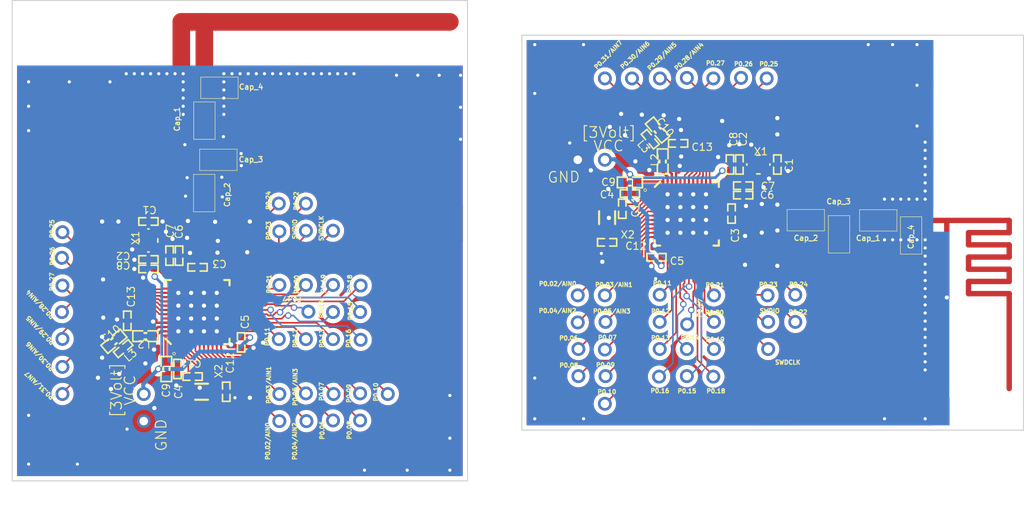
<source format=kicad_pcb>
(kicad_pcb (version 20171130) (host pcbnew 5.1.3-ffb9f22~84~ubuntu18.04.1)
  (layers (0 F.Cu signal) (31 B.Cu signal) (34 B.Paste user) (35 F.Paste user) (36 B.SilkS user) (37 F.SilkS user) (38 B.Mask user) (39 F.Mask user) (44 Edge.Cuts user))
  (net 0 "")
  (module ICs:Ο (layer F.Cu) (at 146.61448 108.73534)
    (fp_text reference U28 hide)
    (fp_text value O)
    (pad 1 thru_hole circle (at -0.06 0.05) (size 1.3 1.3) (drill 0.8) (layers *.Cu *.Mask))
  )
  (module ICs:Ο (layer F.Cu) (at 146.55448 101.16534)
    (fp_text reference U29 hide)
    (fp_text value O hide)
    (pad 1 thru_hole circle (at -0.06 0.05) (size 1.3 1.3) (drill 0.8) (layers *.Cu *.Mask))
  )
  (module ICs:Ο (layer F.Cu) (at 149.09448 106.24534)
    (fp_text reference U30 hide)
    (fp_text value O)
    (pad 1 thru_hole circle (at -0.06 0.05) (size 1.3 1.3) (drill 0.8) (layers *.Cu *.Mask))
  )
  (module ICs:Ο (layer F.Cu) (at 98.16655 110.40167 90)
    (fp_text reference U7 hide)
    (fp_text value O)
    (pad 1 thru_hole circle (at -0.06 0.05 90) (size 1.3 1.3) (drill 0.8) (layers *.Cu *.Mask))
  )
  (module ICs:Ο (layer F.Cu) (at 126.05655 110.34167 90)
    (fp_text reference U9 hide)
    (fp_text value O)
    (pad 1 thru_hole circle (at -0.06 0.05 90) (size 1.3 1.3) (drill 0.8) (layers *.Cu *.Mask))
  )
  (module ICs:Ο (layer F.Cu) (at 123.51655 95.10167 90)
    (fp_text reference U10 hide)
    (fp_text value O)
    (pad 1 thru_hole circle (at -0.06 0.05 90) (size 1.3 1.3) (drill 0.8) (layers *.Cu *.Mask))
  )
  (module ICs:Ο (layer F.Cu) (at 120.97655 105.26167 90)
    (fp_text reference U11 hide)
    (fp_text value O)
    (pad 1 thru_hole circle (at -0.06 0.05 90) (size 1.3 1.3) (drill 0.8) (layers *.Cu *.Mask))
  )
  (module ICs:Ο (layer F.Cu) (at 146.61448 106.19534)
    (fp_text reference U25 hide)
    (fp_text value O)
    (pad 1 thru_hole circle (at -0.06 0.05) (size 1.3 1.3) (drill 0.8) (layers *.Cu *.Mask))
  )
  (module ICs:Ο (layer F.Cu) (at 156.80448 103.88534)
    (fp_text reference U18 hide)
    (fp_text value O)
    (pad 1 thru_hole circle (at -0.06 0.05) (size 1.3 1.3) (drill 0.8) (layers *.Cu *.Mask))
  )
  (module ICs:Ο (layer F.Cu) (at 149.15448 103.65534)
    (fp_text reference U21 hide)
    (fp_text value O)
    (pad 1 thru_hole circle (at -0.06 0.05) (size 1.3 1.3) (drill 0.8) (layers *.Cu *.Mask))
  )
  (module ICs:Ο (layer F.Cu) (at 164.25448 80.84534)
    (fp_text reference U1 hide)
    (fp_text value O)
    (pad 1 thru_hole circle (at -0.06 0.05) (size 1.3 1.3) (drill 0.8) (layers *.Cu *.Mask))
  )
  (module ICs:Ο (layer F.Cu) (at 154.25448 80.84534)
    (fp_text reference U2 hide)
    (fp_text value O)
    (pad 1 thru_hole circle (at -0.06 0.05) (size 1.3 1.3) (drill 0.8) (layers *.Cu *.Mask))
  )
  (module ICs:Ο (layer F.Cu) (at 161.85448 80.79534)
    (fp_text reference U3 hide)
    (fp_text value O)
    (pad 1 thru_hole circle (at -0.06 0.05) (size 1.3 1.3) (drill 0.8) (layers *.Cu *.Mask))
  )
  (module INDC1608X06L (layer F.Cu) (at 105.99297 105.04633 90)
    (fp_text reference L2 hide)
    (fp_text value "" hide)
    (pad 2 smd rect (at 0 0.675 90) (size 0.8 0.75) (layers F.Cu F.Paste F.Mask))
    (pad 1 smd rect (at 0 -0.675 90) (size 0.8 0.75) (layers F.Cu F.Paste F.Mask))
  )
  (module INDC1005X04L (layer F.Cu) (at 103.91025 106.21402 90)
    (fp_text reference L3 hide)
    (fp_text value "" hide)
    (pad 1 smd rect (at -0.30532 -0.36387 130) (size 0.5 0.65) (layers F.Cu F.Paste F.Mask))
    (pad 2 smd rect (at 0.30533 0.36387 130) (size 0.5 0.65) (layers F.Cu F.Paste F.Mask))
  )
  (module Capacitors_smd:1206_cap_smd (layer F.Cu) (at 112.92655 81.77167)
    (fp_text reference Cap_4 (at 2.96857 -0.08527) (layer F.SilkS) (effects (font (size 0.5 0.5) (thickness 0.1))))
    (fp_text value 1206_cap_smd)
    (pad 2 smd rect (at 1.275 0) (size 0.8 1.75) (layers F.Cu F.Paste F.Mask))
    (pad 1 smd rect (at -1.275 0) (size 0.8 1.75) (layers F.Cu F.Paste F.Mask))
  )
  (module BT-XTAL_2016 (layer F.Cu) (at 163.41585 88.95614)
    (fp_text reference X1 hide)
    (fp_text value "" hide)
    (pad 3 smd rect (at -0.725 0.575 180) (size 0.95 0.85) (layers F.Cu F.Paste F.Mask))
    (pad 2 smd rect (at -0.725 -0.575 180) (size 0.95 0.85) (layers F.Cu F.Paste F.Mask))
    (pad 1 smd rect (at 0.725 -0.575 180) (size 0.95 0.85) (layers F.Cu F.Paste F.Mask))
    (pad 4 smd rect (at 0.725 0.575 180) (size 0.95 0.85) (layers F.Cu F.Paste F.Mask))
  )
  (module CAPC1005X04L (layer F.Cu) (at 165.19385 88.95614)
    (fp_text reference C1 hide)
    (fp_text value "" hide)
    (pad 1 smd rect (at 0 -0.5) (size 0.5 0.6) (layers F.Cu F.Paste F.Mask))
    (pad 2 smd rect (at 0 0.5) (size 0.5 0.6) (layers F.Cu F.Paste F.Mask))
  )
  (module Capacitors_smd:1206_cap_smd (layer F.Cu) (at 177.72448 95.60534 270)
    (fp_text reference Cap_4 (at 0.14 0.02 90) (layer F.SilkS) (effects (font (size 0.5 0.5) (thickness 0.1))))
    (fp_text value 1206_cap_smd)
    (pad 1 smd rect (at -1.275 0 270) (size 0.8 1.75) (layers F.Cu F.Paste F.Mask))
    (pad 2 smd rect (at 1.275 0 270) (size 0.8 1.75) (layers F.Cu F.Paste F.Mask))
  )
  (module ICs:Ο (layer F.Cu) (at 159.31448 101.16534)
    (fp_text reference U102 hide)
    (fp_text value O)
    (pad 1 thru_hole circle (at -0.06 0.05) (size 1.3 1.3) (drill 0.8) (layers *.Cu *.Mask))
  )
  (module Capacitors_smd:1206_cap_smd (layer F.Cu) (at 170.97448 95.50034 270)
    (fp_text reference Cap_3 (at -3.07991 0.038) (layer F.SilkS) (effects (font (size 0.5 0.5) (thickness 0.1))))
    (fp_text value 1206_cap_smd)
    (pad 1 smd rect (at -1.275 0 270) (size 0.8 1.75) (layers F.Cu F.Paste F.Mask))
    (pad 2 smd rect (at 1.275 0 270) (size 0.8 1.75) (layers F.Cu F.Paste F.Mask))
  )
  (module ICs:Ο (layer F.Cu) (at 105.78655 110.40167 90)
    (fp_text reference U8 hide)
    (fp_text value O)
    (pad 1 thru_hole circle (at -0.06 0.05 90) (size 1.3 1.3) (drill 0.8) (layers *.Cu *.Mask))
  )
  (module Capacitors_smd:1206_cap_smd (layer F.Cu) (at 167.85948 94.17534 180)
    (fp_text reference Cap_2 (at -0.017 -1.67509) (layer F.SilkS) (effects (font (size 0.5 0.5) (thickness 0.1))))
    (fp_text value 1206_cap_smd)
    (pad 1 smd rect (at -1.275 0 180) (size 0.8 1.75) (layers F.Cu F.Paste F.Mask))
    (pad 2 smd rect (at 1.275 0 180) (size 0.8 1.75) (layers F.Cu F.Paste F.Mask))
  )
  (module ICs:Ο (layer F.Cu) (at 159.25448 108.78534)
    (fp_text reference U23 hide)
    (fp_text value O)
    (pad 1 thru_hole circle (at -0.06 0.05) (size 1.3 1.3) (drill 0.8) (layers *.Cu *.Mask))
  )
  (module ICs:Ο (layer F.Cu) (at 149.09448 111.32534)
    (fp_text reference U24 hide)
    (fp_text value O)
    (pad 1 thru_hole circle (at -0.06 0.05) (size 1.3 1.3) (drill 0.8) (layers *.Cu *.Mask))
  )
  (module ICs:Ο (layer F.Cu) (at 156.77448 108.73534)
    (fp_text reference U27 hide)
    (fp_text value O)
    (pad 1 thru_hole circle (at -0.06 0.05) (size 1.3 1.3) (drill 0.8) (layers *.Cu *.Mask))
  )
  (module CAPC1005X04L (layer F.Cu) (at 150.66522 93.09652)
    (fp_text reference C11 hide)
    (fp_text value "" hide)
    (pad 1 smd rect (at 0 -0.5) (size 0.5 0.6) (layers F.Cu F.Paste F.Mask))
    (pad 2 smd rect (at 0 0.5) (size 0.5 0.6) (layers F.Cu F.Paste F.Mask))
  )
  (module XTAL_3215 (layer F.Cu) (at 149.24282 93.93472)
    (fp_text reference X2 hide)
    (fp_text value "" hide)
    (pad 2 smd rect (at 0 1.25 270) (size 1 1.8) (layers F.Cu F.Paste F.Mask))
    (pad 1 smd rect (at 0 -1.24999 270) (size 1 1.8) (layers F.Cu F.Paste F.Mask))
  )
  (module ICs:Ο (layer F.Cu) (at 159.31448 106.19534)
    (fp_text reference U13 hide)
    (fp_text value O)
    (pad 1 thru_hole circle (at -0.06 0.05) (size 1.3 1.3) (drill 0.8) (layers *.Cu *.Mask))
  )
  (module ICs:Ο (layer F.Cu) (at 149.15448 108.73534)
    (fp_text reference U9 hide)
    (fp_text value O)
    (pad 1 thru_hole circle (at -0.06 0.05) (size 1.3 1.3) (drill 0.8) (layers *.Cu *.Mask))
  )
  (module ICs:Ο (layer F.Cu) (at 146.55448 88.46534)
    (fp_text reference U26 hide)
    (fp_text value O)
    (pad GND thru_hole circle (at -0.06 0.05) (size 1.3 1.3) (drill 0.8) (layers *.Cu *.Mask))
  )
  (module ICs:Ο (layer F.Cu) (at 120.97655 95.10167 90)
    (fp_text reference U16 hide)
    (fp_text value O)
    (pad 1 thru_hole circle (at -0.06 0.05 90) (size 1.3 1.3) (drill 0.8) (layers *.Cu *.Mask))
  )
  (module ICs:Ο (layer F.Cu) (at 123.51655 105.26167 90)
    (fp_text reference U17 hide)
    (fp_text value O)
    (pad 1 thru_hole circle (at -0.06 0.05 90) (size 1.3 1.3) (drill 0.8) (layers *.Cu *.Mask))
  )
  (module ICs:Ο (layer F.Cu) (at 121.20655 102.69167 90)
    (fp_text reference U18 hide)
    (fp_text value O)
    (pad 1 thru_hole circle (at -0.06 0.05 90) (size 1.3 1.3) (drill 0.8) (layers *.Cu *.Mask))
  )
  (module CAPC1005X04L (layer F.Cu) (at 106.27735 97.8583 90)
    (fp_text reference C2 hide)
    (fp_text value "" hide)
    (pad 2 smd rect (at 0 -0.5 270) (size 0.5 0.6) (layers F.Cu F.Paste F.Mask))
    (pad 1 smd rect (at 0 0.5 270) (size 0.5 0.6) (layers F.Cu F.Paste F.Mask))
  )
  (module CAPC1005X04L (layer F.Cu) (at 109.14773 97.50253 90)
    (fp_text reference C6 hide)
    (fp_text value "Not mounted" hide)
    (pad 2 smd rect (at -0.50001 0) (size 0.5 0.6) (layers F.Cu F.Paste F.Mask))
    (pad 1 smd rect (at 0.49999 0) (size 0.5 0.6) (layers F.Cu F.Paste F.Mask))
  )
  (module CAPC1005X04L (layer F.Cu) (at 106.27735 94.3023 90)
    (fp_text reference C1 hide)
    (fp_text value "" hide)
    (pad 2 smd rect (at 0 0.5 90) (size 0.5 0.6) (layers F.Cu F.Paste F.Mask))
    (pad 1 smd rect (at 0 -0.5 90) (size 0.5 0.6) (layers F.Cu F.Paste F.Mask))
  )
  (module CAPC1005X04L (layer F.Cu) (at 108.25873 97.50253 90)
    (fp_text reference C7 hide)
    (fp_text value "" hide)
    (pad 2 smd rect (at 0.5 0 180) (size 0.5 0.6) (layers F.Cu F.Paste F.Mask))
    (pad 1 smd rect (at -0.5 0 180) (size 0.5 0.6) (layers F.Cu F.Paste F.Mask))
  )
  (module XTAL_3215 (layer F.Cu) (at 111.25593 110.25333 90)
    (fp_text reference X2 hide)
    (fp_text value "" hide)
    (pad 1 smd rect (at 0 -1.24999) (size 1 1.8) (layers F.Cu F.Paste F.Mask))
    (pad 2 smd rect (at 0 1.25) (size 1 1.8) (layers F.Cu F.Paste F.Mask))
  )
  (module CAPC1005X04L (layer F.Cu) (at 110.87493 98.59473 90)
    (fp_text reference C3 hide)
    (fp_text value "" hide)
    (pad 2 smd rect (at 0 0.5 90) (size 0.5 0.6) (layers F.Cu F.Paste F.Mask))
    (pad 1 smd rect (at 0 -0.5 90) (size 0.5 0.6) (layers F.Cu F.Paste F.Mask))
  )
  (module ICs:Ο (layer F.Cu) (at 120.97655 110.34167 90)
    (fp_text reference U21 hide)
    (fp_text value O)
    (pad 1 thru_hole circle (at -0.06 0.05 90) (size 1.3 1.3) (drill 0.8) (layers *.Cu *.Mask))
  )
  (module ICs:Ο (layer F.Cu) (at 120.97655 100.18167 90)
    (fp_text reference U102 hide)
    (fp_text value O)
    (pad 1 thru_hole circle (at -0.06 0.05 90) (size 1.3 1.3) (drill 0.8) (layers *.Cu *.Mask))
  )
  (module ICs:Ο (layer F.Cu) (at 126.10655 100.24167 90)
    (fp_text reference U23 hide)
    (fp_text value O)
    (pad 1 thru_hole circle (at -0.06 0.05 90) (size 1.3 1.3) (drill 0.8) (layers *.Cu *.Mask))
  )
  (module ICs:Ο (layer F.Cu) (at 149.09448 88.46534)
    (fp_text reference U8 hide)
    (fp_text value O)
    (pad 1 thru_hole circle (at -0.06 0.05) (size 1.3 1.3) (drill 0.8) (layers *.Cu *.Mask))
  )
  (module QFN40P600X600X90-48N (layer F.Cu) (at 110.87493 102.78573 90)
    (fp_text reference U1 hide)
    (fp_text value "Multi-protocol Bluetooth Low Energy, IEEE 802.15.4, ANT and 2.4GHz proprietary system-on-chip" hide)
    (pad 49 smd rect (at 0 0 90) (size 4.7 4.7) (layers F.Cu F.Paste F.Mask))
    (pad 48 smd oval (at -2.20001 -3.025 90) (size 0.2 0.65) (layers F.Cu F.Paste F.Mask))
    (pad 47 smd oval (at -1.80001 -3.025 90) (size 0.2 0.65) (layers F.Cu F.Paste F.Mask))
    (pad 46 smd oval (at -1.40001 -3.025 90) (size 0.2 0.65) (layers F.Cu F.Paste F.Mask))
    (pad 45 smd oval (at -1.00001 -3.025 90) (size 0.2 0.65) (layers F.Cu F.Paste F.Mask))
    (pad 44 smd oval (at -0.60001 -3.025 90) (size 0.2 0.65) (layers F.Cu F.Paste F.Mask))
    (pad 43 smd oval (at -0.20001 -3.025 90) (size 0.2 0.65) (layers F.Cu F.Paste F.Mask))
    (pad 42 smd oval (at 0.2 -3.025 90) (size 0.2 0.65) (layers F.Cu F.Paste F.Mask))
    (pad 41 smd oval (at 0.59999 -3.025 90) (size 0.2 0.65) (layers F.Cu F.Paste F.Mask))
    (pad 40 smd oval (at 1 -3.025 90) (size 0.2 0.65) (layers F.Cu F.Paste F.Mask))
    (pad 39 smd oval (at 1.4 -3.025 90) (size 0.2 0.65) (layers F.Cu F.Paste F.Mask))
    (pad 38 smd oval (at 1.79999 -3.025 90) (size 0.2 0.65) (layers F.Cu F.Paste F.Mask))
    (pad 37 smd oval (at 2.2 -3.025 90) (size 0.2 0.65) (layers F.Cu F.Paste F.Mask))
    (pad 36 smd oval (at 3.025 -2.2 180) (size 0.2 0.65) (layers F.Cu F.Paste F.Mask))
    (pad 35 smd oval (at 3.025 -1.8 180) (size 0.2 0.65) (layers F.Cu F.Paste F.Mask))
    (pad 34 smd oval (at 3.025 -1.4 180) (size 0.2 0.65) (layers F.Cu F.Paste F.Mask))
    (pad 33 smd oval (at 3.025 -1 180) (size 0.2 0.65) (layers F.Cu F.Paste F.Mask))
    (pad 32 smd oval (at 3.025 -0.6 180) (size 0.2 0.65) (layers F.Cu F.Paste F.Mask))
    (pad 31 smd oval (at 3.025 -0.2 180) (size 0.2 0.65) (layers F.Cu F.Paste F.Mask))
    (pad 30 smd oval (at 3.025 0.2 180) (size 0.2 0.65) (layers F.Cu F.Paste F.Mask))
    (pad 29 smd oval (at 3.025 0.6 180) (size 0.2 0.65) (layers F.Cu F.Paste F.Mask))
    (pad 28 smd oval (at 3.025 1 180) (size 0.2 0.65) (layers F.Cu F.Paste F.Mask))
    (pad 27 smd oval (at 3.025 1.4 180) (size 0.2 0.65) (layers F.Cu F.Paste F.Mask))
    (pad 26 smd oval (at 3.025 1.8 180) (size 0.2 0.65) (layers F.Cu F.Paste F.Mask))
    (pad 25 smd oval (at 3.025 2.2 180) (size 0.2 0.65) (layers F.Cu F.Paste F.Mask))
    (pad 24 smd oval (at 2.2 3.025 90) (size 0.2 0.65) (layers F.Cu F.Paste F.Mask))
    (pad 23 smd oval (at 1.8 3.025 90) (size 0.2 0.65) (layers F.Cu F.Paste F.Mask))
    (pad 22 smd oval (at 1.4 3.025 90) (size 0.2 0.65) (layers F.Cu F.Paste F.Mask))
    (pad 21 smd oval (at 1 3.025 90) (size 0.2 0.65) (layers F.Cu F.Paste F.Mask))
    (pad 20 smd oval (at 0.6 3.025 90) (size 0.2 0.65) (layers F.Cu F.Paste F.Mask))
    (pad 19 smd oval (at 0.2 3.025 90) (size 0.2 0.65) (layers F.Cu F.Paste F.Mask))
    (pad 18 smd oval (at -0.2 3.025 90) (size 0.2 0.65) (layers F.Cu F.Paste F.Mask))
    (pad 17 smd oval (at -0.60001 3.025 90) (size 0.2 0.65) (layers F.Cu F.Paste F.Mask))
    (pad 16 smd oval (at -1.00001 3.025 90) (size 0.2 0.65) (layers F.Cu F.Paste F.Mask))
    (pad 15 smd oval (at -1.4 3.025 90) (size 0.2 0.65) (layers F.Cu F.Paste F.Mask))
    (pad 14 smd oval (at -1.80001 3.025 90) (size 0.2 0.65) (layers F.Cu F.Paste F.Mask))
    (pad 13 smd oval (at -2.20001 3.025 90) (size 0.2 0.65) (layers F.Cu F.Paste F.Mask))
    (pad 12 smd oval (at -3.025 2.2 180) (size 0.2 0.65) (layers F.Cu F.Paste F.Mask))
    (pad 11 smd oval (at -3.025 1.8 180) (size 0.2 0.65) (layers F.Cu F.Paste F.Mask))
    (pad 10 smd oval (at -3.025 1.4 180) (size 0.2 0.65) (layers F.Cu F.Paste F.Mask))
    (pad 9 smd oval (at -3.025 1 180) (size 0.2 0.65) (layers F.Cu F.Paste F.Mask))
    (pad 8 smd oval (at -3.025 0.6 180) (size 0.2 0.65) (layers F.Cu F.Paste F.Mask))
    (pad 7 smd oval (at -3.025 0.2 180) (size 0.2 0.65) (layers F.Cu F.Paste F.Mask))
    (pad 6 smd oval (at -3.025 -0.2 180) (size 0.2 0.65) (layers F.Cu F.Paste F.Mask))
    (pad 5 smd oval (at -3.025 -0.6 180) (size 0.2 0.65) (layers F.Cu F.Paste F.Mask))
    (pad 4 smd oval (at -3.025 -1 180) (size 0.2 0.65) (layers F.Cu F.Paste F.Mask))
    (pad 3 smd oval (at -3.025 -1.4 180) (size 0.2 0.65) (layers F.Cu F.Paste F.Mask))
    (pad 2 smd oval (at -3.025 -1.8 180) (size 0.2 0.65) (layers F.Cu F.Paste F.Mask))
    (pad 1 smd oval (at -3.025 -2.2 180) (size 0.2 0.65) (layers F.Cu F.Paste F.Mask))
  )
  (module ICs:Ο (layer F.Cu) (at 123.51655 102.72167 90)
    (fp_text reference U20 hide)
    (fp_text value O)
    (pad 1 thru_hole circle (at -0.06 0.05 90) (size 1.3 1.3) (drill 0.8) (layers *.Cu *.Mask))
  )
  (module ICs:Ο (layer F.Cu) (at 123.51655 112.88167 90)
    (fp_text reference U25 hide)
    (fp_text value O)
    (pad 1 thru_hole circle (at -0.06 0.05 90) (size 1.3 1.3) (drill 0.8) (layers *.Cu *.Mask))
  )
  (module CAPC1005X04L (layer F.Cu) (at 153.86562 97.64312)
    (fp_text reference C5 hide)
    (fp_text value "" hide)
    (pad 1 smd rect (at 0.49999 0 270) (size 0.5 0.6) (layers F.Cu F.Paste F.Mask))
    (pad 2 smd rect (at -0.50001 0 270) (size 0.5 0.6) (layers F.Cu F.Paste F.Mask))
  )
  (module CAPC1005X04L (layer F.Cu) (at 151.37642 91.67412)
    (fp_text reference C4 hide)
    (fp_text value "" hide)
    (pad 1 smd rect (at 0.49999 0 270) (size 0.5 0.6) (layers F.Cu F.Paste F.Mask))
    (pad 2 smd rect (at -0.50001 0 270) (size 0.5 0.6) (layers F.Cu F.Paste F.Mask))
  )
  (module ICs:Ο (layer F.Cu) (at 149.09448 80.84534)
    (fp_text reference U7 hide)
    (fp_text value O)
    (pad 1 thru_hole circle (at -0.06 0.05) (size 1.3 1.3) (drill 0.8) (layers *.Cu *.Mask))
  )
  (module Capacitors_smd:1206_cap_smd (layer F.Cu) (at 112.82155 88.52167)
    (fp_text reference Cap_3 (at 3.06087 -0.03315) (layer F.SilkS) (effects (font (size 0.5 0.5) (thickness 0.1))))
    (fp_text value 1206_cap_smd)
    (pad 2 smd rect (at 1.275 0) (size 0.8 1.75) (layers F.Cu F.Paste F.Mask))
    (pad 1 smd rect (at -1.275 0) (size 0.8 1.75) (layers F.Cu F.Paste F.Mask))
  )
  (module ICs:Ο (layer F.Cu) (at 164.39448 106.19534)
    (fp_text reference U10 hide)
    (fp_text value O)
    (pad 1 thru_hole circle (at -0.06 0.05) (size 1.3 1.3) (drill 0.8) (layers *.Cu *.Mask))
  )
  (module ICs:Ο (layer F.Cu) (at 154.23448 103.65534)
    (fp_text reference U11 hide)
    (fp_text value O)
    (pad 1 thru_hole circle (at -0.06 0.05) (size 1.3 1.3) (drill 0.8) (layers *.Cu *.Mask))
  )
  (module CAPC1005X04L (layer F.Cu) (at 149.24282 96.24612)
    (fp_text reference C12 hide)
    (fp_text value "" hide)
    (pad 1 smd rect (at 0.49999 0 270) (size 0.5 0.6) (layers F.Cu F.Paste F.Mask))
    (pad 2 smd rect (at -0.50001 0 270) (size 0.5 0.6) (layers F.Cu F.Paste F.Mask))
  )
  (module ICs:Ο (layer F.Cu) (at 154.23448 101.11534)
    (fp_text reference U14 hide)
    (fp_text value O)
    (pad 1 thru_hole circle (at -0.06 0.05) (size 1.3 1.3) (drill 0.8) (layers *.Cu *.Mask))
  )
  (module CAPC1005X04L (layer F.Cu) (at 155.89762 86.97512)
    (fp_text reference C13 hide)
    (fp_text value "Not mounted" hide)
    (pad 1 smd rect (at -0.5 0 90) (size 0.5 0.6) (layers F.Cu F.Paste F.Mask))
    (pad 2 smd rect (at 0.5 0 90) (size 0.5 0.6) (layers F.Cu F.Paste F.Mask))
  )
  (module CAPC1005X04L (layer F.Cu) (at 160.90142 93.55372)
    (fp_text reference C3 hide)
    (fp_text value "" hide)
    (pad 1 smd rect (at 0 -0.5) (size 0.5 0.6) (layers F.Cu F.Paste F.Mask))
    (pad 2 smd rect (at 0 0.5) (size 0.5 0.6) (layers F.Cu F.Paste F.Mask))
  )
  (module CAPC1005X04L (layer F.Cu) (at 161.63785 88.95614)
    (fp_text reference C2 hide)
    (fp_text value "" hide)
    (pad 1 smd rect (at 0 0.5 180) (size 0.5 0.6) (layers F.Cu F.Paste F.Mask))
    (pad 2 smd rect (at 0 -0.5 180) (size 0.5 0.6) (layers F.Cu F.Paste F.Mask))
  )
  (module ICs:Ο (layer F.Cu) (at 98.16655 95.24167 90)
    (fp_text reference U1 hide)
    (fp_text value O)
    (pad 1 thru_hole circle (at -0.06 0.05 90) (size 1.3 1.3) (drill 0.8) (layers *.Cu *.Mask))
  )
  (module ICs:Ο (layer F.Cu) (at 98.16655 105.24167 90)
    (fp_text reference U2 hide)
    (fp_text value O)
    (pad 1 thru_hole circle (at -0.06 0.05 90) (size 1.3 1.3) (drill 0.8) (layers *.Cu *.Mask))
  )
  (module ICs:Ο (layer F.Cu) (at 98.11655 97.64167 90)
    (fp_text reference U3 hide)
    (fp_text value O)
    (pad 1 thru_hole circle (at -0.06 0.05 90) (size 1.3 1.3) (drill 0.8) (layers *.Cu *.Mask))
  )
  (module CAPC1005X04L (layer F.Cu) (at 161.99362 90.93752)
    (fp_text reference C7 hide)
    (fp_text value "" hide)
    (pad 1 smd rect (at -0.5 0 90) (size 0.5 0.6) (layers F.Cu F.Paste F.Mask))
    (pad 2 smd rect (at 0.5 0 90) (size 0.5 0.6) (layers F.Cu F.Paste F.Mask))
  )
  (module CAPC1608X06L (layer F.Cu) (at 153.96793 85.72544)
    (fp_text reference C10 hide)
    (fp_text value "" hide)
    (pad 2 smd rect (at 0.43389 0.51708 40) (size 0.8 0.75) (layers F.Cu F.Paste F.Mask))
    (pad 1 smd rect (at -0.43388 -0.51708 40) (size 0.8 0.75) (layers F.Cu F.Paste F.Mask))
  )
  (module Capacitors_smd:1206_cap_smd (layer F.Cu) (at 111.49655 91.63667 270)
    (fp_text reference Cap_2 (at 0.16147 -2.15067 90) (layer F.SilkS) (effects (font (size 0.5 0.5) (thickness 0.1))))
    (fp_text value 1206_cap_smd)
    (pad 2 smd rect (at 1.275 0 270) (size 0.8 1.75) (layers F.Cu F.Paste F.Mask))
    (pad 1 smd rect (at -1.275 0 270) (size 0.8 1.75) (layers F.Cu F.Paste F.Mask))
  )
  (module CAPC1608X06L (layer F.Cu) (at 103.04665 105.52822 90)
    (fp_text reference C10 hide)
    (fp_text value "" hide)
    (pad 1 smd rect (at -0.43388 -0.51708 130) (size 0.8 0.75) (layers F.Cu F.Paste F.Mask))
    (pad 2 smd rect (at 0.43389 0.51708 130) (size 0.8 0.75) (layers F.Cu F.Paste F.Mask))
  )
  (module CAPC1005X04L (layer F.Cu) (at 113.56733 110.25333 90)
    (fp_text reference C12 hide)
    (fp_text value "" hide)
    (pad 2 smd rect (at -0.50001 0) (size 0.5 0.6) (layers F.Cu F.Paste F.Mask))
    (pad 1 smd rect (at 0.49999 0) (size 0.5 0.6) (layers F.Cu F.Paste F.Mask))
  )
  (module ICs:Ο (layer F.Cu) (at 118.48655 95.16167 90)
    (fp_text reference U19 hide)
    (fp_text value O)
    (pad 1 thru_hole circle (at -0.06 0.05 90) (size 1.3 1.3) (drill 0.8) (layers *.Cu *.Mask))
  )
  (module ICs:Ο (layer F.Cu) (at 98.16655 100.24167 90)
    (fp_text reference U4 hide)
    (fp_text value O)
    (pad 1 thru_hole circle (at -0.06 0.05 90) (size 1.3 1.3) (drill 0.8) (layers *.Cu *.Mask))
  )
  (module ICs:Ο (layer F.Cu) (at 98.16655 107.86167 90)
    (fp_text reference U5 hide)
    (fp_text value O)
    (pad 1 thru_hole circle (at -0.06 0.05 90) (size 1.3 1.3) (drill 0.8) (layers *.Cu *.Mask))
  )
  (module ICs:Ο (layer F.Cu) (at 98.11655 102.72167 90)
    (fp_text reference U6 hide)
    (fp_text value O)
    (pad 1 thru_hole circle (at -0.06 0.05 90) (size 1.3 1.3) (drill 0.8) (layers *.Cu *.Mask))
  )
  (module ICs:Ο (layer F.Cu) (at 166.93448 101.11534)
    (fp_text reference U15 hide)
    (fp_text value O)
    (pad 1 thru_hole circle (at -0.06 0.05) (size 1.3 1.3) (drill 0.8) (layers *.Cu *.Mask))
  )
  (module ICs:Ο (layer F.Cu) (at 164.39448 103.65534)
    (fp_text reference U16 hide)
    (fp_text value O)
    (pad 1 thru_hole circle (at -0.06 0.05) (size 1.3 1.3) (drill 0.8) (layers *.Cu *.Mask))
  )
  (module ICs:Ο (layer F.Cu) (at 154.23448 106.19534)
    (fp_text reference U17 hide)
    (fp_text value O)
    (pad 1 thru_hole circle (at -0.06 0.05) (size 1.3 1.3) (drill 0.8) (layers *.Cu *.Mask))
  )
  (module ICs:Ο (layer F.Cu) (at 159.25448 80.84534)
    (fp_text reference U4 hide)
    (fp_text value O)
    (pad 1 thru_hole circle (at -0.06 0.05) (size 1.3 1.3) (drill 0.8) (layers *.Cu *.Mask))
  )
  (module ICs:Ο (layer F.Cu) (at 151.63448 80.84534)
    (fp_text reference U5 hide)
    (fp_text value O)
    (pad 1 thru_hole circle (at -0.06 0.05) (size 1.3 1.3) (drill 0.8) (layers *.Cu *.Mask))
  )
  (module ICs:Ο (layer F.Cu) (at 156.77448 80.79534)
    (fp_text reference U6 hide)
    (fp_text value O)
    (pad 1 thru_hole circle (at -0.06 0.05) (size 1.3 1.3) (drill 0.8) (layers *.Cu *.Mask))
  )
  (module ICs:Ο (layer F.Cu) (at 146.55448 103.70534)
    (fp_text reference U32 hide)
    (fp_text value O hide)
    (pad 1 thru_hole circle (at -0.06 0.05) (size 1.3 1.3) (drill 0.8) (layers *.Cu *.Mask))
  )
  (module ICs:Ο (layer F.Cu) (at 118.48655 112.94167 90)
    (fp_text reference U29 hide)
    (fp_text value O hide)
    (pad 1 thru_hole circle (at -0.06 0.05 90) (size 1.3 1.3) (drill 0.8) (layers *.Cu *.Mask))
  )
  (module ICs:Ο (layer F.Cu) (at 123.56655 110.40167 90)
    (fp_text reference U30 hide)
    (fp_text value O)
    (pad 1 thru_hole circle (at -0.06 0.05 90) (size 1.3 1.3) (drill 0.8) (layers *.Cu *.Mask))
  )
  (module ICs:Ο (layer F.Cu) (at 121.02655 112.94167 90)
    (fp_text reference U32 hide)
    (fp_text value O hide)
    (pad 1 thru_hole circle (at -0.06 0.05 90) (size 1.3 1.3) (drill 0.8) (layers *.Cu *.Mask))
  )
  (module ICs:Ο (layer F.Cu) (at 120.97655 92.56167 90)
    (fp_text reference U12 hide)
    (fp_text value O)
    (pad 1 thru_hole circle (at -0.06 0.05 90) (size 1.3 1.3) (drill 0.8) (layers *.Cu *.Mask))
  )
  (module ICs:Ο (layer F.Cu) (at 123.51655 100.18167 90)
    (fp_text reference U13 hide)
    (fp_text value O)
    (pad 1 thru_hole circle (at -0.06 0.05 90) (size 1.3 1.3) (drill 0.8) (layers *.Cu *.Mask))
  )
  (module ICs:Ο (layer F.Cu) (at 118.43655 105.26167 90)
    (fp_text reference U14 hide)
    (fp_text value O)
    (pad 1 thru_hole circle (at -0.06 0.05 90) (size 1.3 1.3) (drill 0.8) (layers *.Cu *.Mask))
  )
  (module ICs:Ο (layer F.Cu) (at 118.43655 92.56167 90)
    (fp_text reference U15 hide)
    (fp_text value O)
    (pad 1 thru_hole circle (at -0.06 0.05 90) (size 1.3 1.3) (drill 0.8) (layers *.Cu *.Mask))
  )
  (module CAPC1005X04L (layer F.Cu) (at 161.99362 91.82652)
    (fp_text reference C6 hide)
    (fp_text value "Not mounted" hide)
    (pad 1 smd rect (at 0.49999 0 270) (size 0.5 0.6) (layers F.Cu F.Paste F.Mask))
    (pad 2 smd rect (at -0.50001 0 270) (size 0.5 0.6) (layers F.Cu F.Paste F.Mask))
  )
  (module CAPC1608X06L (layer F.Cu) (at 151.37642 90.63272)
    (fp_text reference C9 hide)
    (fp_text value "" hide)
    (pad 2 smd rect (at -0.675 0 270) (size 0.8 0.75) (layers F.Cu F.Paste F.Mask))
    (pad 1 smd rect (at 0.675 0 270) (size 0.8 0.75) (layers F.Cu F.Paste F.Mask))
  )
  (module INDC1005X04L (layer F.Cu) (at 153.28213 86.58904)
    (fp_text reference L3 hide)
    (fp_text value "" hide)
    (pad 2 smd rect (at 0.30533 0.36387 40) (size 0.5 0.65) (layers F.Cu F.Paste F.Mask))
    (pad 1 smd rect (at -0.30532 -0.36387 40) (size 0.5 0.65) (layers F.Cu F.Paste F.Mask))
  )
  (module CAPC1005X04L (layer F.Cu) (at 104.29633 103.59853 90)
    (fp_text reference C13 hide)
    (fp_text value "Not mounted" hide)
    (pad 2 smd rect (at 0.5 0 180) (size 0.5 0.6) (layers F.Cu F.Paste F.Mask))
    (pad 1 smd rect (at -0.5 0 180) (size 0.5 0.6) (layers F.Cu F.Paste F.Mask))
  )
  (module CAPC1005X04L (layer F.Cu) (at 110.41773 108.83093 90)
    (fp_text reference C11 hide)
    (fp_text value "" hide)
    (pad 2 smd rect (at 0 0.5 90) (size 0.5 0.6) (layers F.Cu F.Paste F.Mask))
    (pad 1 smd rect (at 0 -0.5 90) (size 0.5 0.6) (layers F.Cu F.Paste F.Mask))
  )
  (module Capacitors_smd:1206_cap_smd (layer F.Cu) (at 111.51655 84.84667 90)
    (fp_text reference Cap_1 (at 0.13513 -2.56325 90) (layer F.SilkS) (effects (font (size 0.5 0.5) (thickness 0.1))))
    (fp_text value 1206_cap_smd)
    (pad 2 smd rect (at 1.275 0 90) (size 0.8 1.75) (layers F.Cu F.Paste F.Mask))
    (pad 1 smd rect (at -1.275 0 90) (size 0.8 1.75) (layers F.Cu F.Paste F.Mask))
  )
  (module INDC1608X06L (layer F.Cu) (at 154.44982 88.67176)
    (fp_text reference L2 hide)
    (fp_text value "" hide)
    (pad 1 smd rect (at 0 -0.675) (size 0.8 0.75) (layers F.Cu F.Paste F.Mask))
    (pad 2 smd rect (at 0 0.675) (size 0.8 0.75) (layers F.Cu F.Paste F.Mask))
  )
  (module ICs:Ο (layer F.Cu) (at 126.10655 105.32167 90)
    (fp_text reference U31 hide)
    (fp_text value O)
    (pad 1 thru_hole circle (at -0.06 0.05 90) (size 1.3 1.3) (drill 0.8) (layers *.Cu *.Mask))
  )
  (module ICs:Ο (layer F.Cu) (at 118.48655 110.40167 90)
    (fp_text reference U33 hide)
    (fp_text value O)
    (pad 1 thru_hole circle (at -0.06 0.05 90) (size 1.3 1.3) (drill 0.8) (layers *.Cu *.Mask))
  )
  (module ICs:Ο (layer F.Cu) (at 159.31448 103.65534)
    (fp_text reference U102 hide)
    (fp_text value O)
    (pad 1 thru_hole circle (at -0.06 0.05) (size 1.3 1.3) (drill 0.8) (layers *.Cu *.Mask))
  )
  (module CAPC1005X04L (layer F.Cu) (at 160.74885 88.95614)
    (fp_text reference C8 hide)
    (fp_text value "" hide)
    (pad 1 smd rect (at 0 0.5 180) (size 0.5 0.6) (layers F.Cu F.Paste F.Mask))
    (pad 2 smd rect (at 0 -0.5 180) (size 0.5 0.6) (layers F.Cu F.Paste F.Mask))
  )
  (module ICs:Ο (layer F.Cu) (at 154.17448 108.78534)
    (fp_text reference U31 hide)
    (fp_text value O)
    (pad 1 thru_hole circle (at -0.06 0.05) (size 1.3 1.3) (drill 0.8) (layers *.Cu *.Mask))
  )
  (module ICs:Ο (layer F.Cu) (at 149.09448 101.16534)
    (fp_text reference U33 hide)
    (fp_text value O)
    (pad 1 thru_hole circle (at -0.06 0.05) (size 1.3 1.3) (drill 0.8) (layers *.Cu *.Mask))
  )
  (module CAPC1608X06L (layer F.Cu) (at 107.95393 108.11973 90)
    (fp_text reference C9 hide)
    (fp_text value "" hide)
    (pad 1 smd rect (at 0.675 0) (size 0.8 0.75) (layers F.Cu F.Paste F.Mask))
    (pad 2 smd rect (at -0.675 0) (size 0.8 0.75) (layers F.Cu F.Paste F.Mask))
  )
  (module CAPC1005X04L (layer F.Cu) (at 106.27735 98.7473 90)
    (fp_text reference C8 hide)
    (fp_text value "" hide)
    (pad 2 smd rect (at 0 -0.5 270) (size 0.5 0.6) (layers F.Cu F.Paste F.Mask))
    (pad 1 smd rect (at 0 0.5 270) (size 0.5 0.6) (layers F.Cu F.Paste F.Mask))
  )
  (module QFN40P600X600X90-48N (layer F.Cu) (at 156.71042 93.55372)
    (fp_text reference U1 hide)
    (fp_text value "Multi-protocol Bluetooth Low Energy, IEEE 802.15.4, ANT and 2.4GHz proprietary system-on-chip" hide)
    (pad 1 smd oval (at -3.025 -2.2 90) (size 0.2 0.65) (layers F.Cu F.Paste F.Mask))
    (pad 2 smd oval (at -3.025 -1.8 90) (size 0.2 0.65) (layers F.Cu F.Paste F.Mask))
    (pad 3 smd oval (at -3.025 -1.4 90) (size 0.2 0.65) (layers F.Cu F.Paste F.Mask))
    (pad 4 smd oval (at -3.025 -1 90) (size 0.2 0.65) (layers F.Cu F.Paste F.Mask))
    (pad 5 smd oval (at -3.025 -0.6 90) (size 0.2 0.65) (layers F.Cu F.Paste F.Mask))
    (pad 6 smd oval (at -3.025 -0.2 90) (size 0.2 0.65) (layers F.Cu F.Paste F.Mask))
    (pad 7 smd oval (at -3.025 0.2 90) (size 0.2 0.65) (layers F.Cu F.Paste F.Mask))
    (pad 8 smd oval (at -3.025 0.6 90) (size 0.2 0.65) (layers F.Cu F.Paste F.Mask))
    (pad 9 smd oval (at -3.025 1 90) (size 0.2 0.65) (layers F.Cu F.Paste F.Mask))
    (pad 10 smd oval (at -3.025 1.4 90) (size 0.2 0.65) (layers F.Cu F.Paste F.Mask))
    (pad 11 smd oval (at -3.025 1.8 90) (size 0.2 0.65) (layers F.Cu F.Paste F.Mask))
    (pad 12 smd oval (at -3.025 2.2 90) (size 0.2 0.65) (layers F.Cu F.Paste F.Mask))
    (pad 13 smd oval (at -2.20001 3.025) (size 0.2 0.65) (layers F.Cu F.Paste F.Mask))
    (pad 14 smd oval (at -1.80001 3.025) (size 0.2 0.65) (layers F.Cu F.Paste F.Mask))
    (pad 15 smd oval (at -1.4 3.025) (size 0.2 0.65) (layers F.Cu F.Paste F.Mask))
    (pad 16 smd oval (at -1.00001 3.025) (size 0.2 0.65) (layers F.Cu F.Paste F.Mask))
    (pad 17 smd oval (at -0.60001 3.025) (size 0.2 0.65) (layers F.Cu F.Paste F.Mask))
    (pad 18 smd oval (at -0.2 3.025) (size 0.2 0.65) (layers F.Cu F.Paste F.Mask))
    (pad 19 smd oval (at 0.2 3.025) (size 0.2 0.65) (layers F.Cu F.Paste F.Mask))
    (pad 20 smd oval (at 0.6 3.025) (size 0.2 0.65) (layers F.Cu F.Paste F.Mask))
    (pad 21 smd oval (at 1 3.025) (size 0.2 0.65) (layers F.Cu F.Paste F.Mask))
    (pad 22 smd oval (at 1.4 3.025) (size 0.2 0.65) (layers F.Cu F.Paste F.Mask))
    (pad 23 smd oval (at 1.8 3.025) (size 0.2 0.65) (layers F.Cu F.Paste F.Mask))
    (pad 24 smd oval (at 2.2 3.025) (size 0.2 0.65) (layers F.Cu F.Paste F.Mask))
    (pad 25 smd oval (at 3.025 2.2 90) (size 0.2 0.65) (layers F.Cu F.Paste F.Mask))
    (pad 26 smd oval (at 3.025 1.8 90) (size 0.2 0.65) (layers F.Cu F.Paste F.Mask))
    (pad 27 smd oval (at 3.025 1.4 90) (size 0.2 0.65) (layers F.Cu F.Paste F.Mask))
    (pad 28 smd oval (at 3.025 1 90) (size 0.2 0.65) (layers F.Cu F.Paste F.Mask))
    (pad 29 smd oval (at 3.025 0.6 90) (size 0.2 0.65) (layers F.Cu F.Paste F.Mask))
    (pad 30 smd oval (at 3.025 0.2 90) (size 0.2 0.65) (layers F.Cu F.Paste F.Mask))
    (pad 31 smd oval (at 3.025 -0.2 90) (size 0.2 0.65) (layers F.Cu F.Paste F.Mask))
    (pad 32 smd oval (at 3.025 -0.6 90) (size 0.2 0.65) (layers F.Cu F.Paste F.Mask))
    (pad 33 smd oval (at 3.025 -1 90) (size 0.2 0.65) (layers F.Cu F.Paste F.Mask))
    (pad 34 smd oval (at 3.025 -1.4 90) (size 0.2 0.65) (layers F.Cu F.Paste F.Mask))
    (pad 35 smd oval (at 3.025 -1.8 90) (size 0.2 0.65) (layers F.Cu F.Paste F.Mask))
    (pad 36 smd oval (at 3.025 -2.2 90) (size 0.2 0.65) (layers F.Cu F.Paste F.Mask))
    (pad 37 smd oval (at 2.2 -3.025) (size 0.2 0.65) (layers F.Cu F.Paste F.Mask))
    (pad 38 smd oval (at 1.79999 -3.025) (size 0.2 0.65) (layers F.Cu F.Paste F.Mask))
    (pad 39 smd oval (at 1.4 -3.025) (size 0.2 0.65) (layers F.Cu F.Paste F.Mask))
    (pad 40 smd oval (at 1 -3.025) (size 0.2 0.65) (layers F.Cu F.Paste F.Mask))
    (pad 41 smd oval (at 0.59999 -3.025) (size 0.2 0.65) (layers F.Cu F.Paste F.Mask))
    (pad 42 smd oval (at 0.2 -3.025) (size 0.2 0.65) (layers F.Cu F.Paste F.Mask))
    (pad 43 smd oval (at -0.20001 -3.025) (size 0.2 0.65) (layers F.Cu F.Paste F.Mask))
    (pad 44 smd oval (at -0.60001 -3.025) (size 0.2 0.65) (layers F.Cu F.Paste F.Mask))
    (pad 45 smd oval (at -1.00001 -3.025) (size 0.2 0.65) (layers F.Cu F.Paste F.Mask))
    (pad 46 smd oval (at -1.40001 -3.025) (size 0.2 0.65) (layers F.Cu F.Paste F.Mask))
    (pad 47 smd oval (at -1.80001 -3.025) (size 0.2 0.65) (layers F.Cu F.Paste F.Mask))
    (pad 48 smd oval (at -2.20001 -3.025) (size 0.2 0.65) (layers F.Cu F.Paste F.Mask))
    (pad 49 smd rect (at 0 0) (size 4.7 4.7) (layers F.Cu F.Paste F.Mask))
  )
  (module ICs:Ο (layer F.Cu) (at 105.78655 112.94167 90)
    (fp_text reference U26 hide)
    (fp_text value O)
    (pad GND thru_hole circle (at -0.06 0.05 90) (size 1.3 1.3) (drill 0.8) (layers *.Cu *.Mask))
  )
  (module ICs:Ο (layer F.Cu) (at 118.48655 100.18167 90)
    (fp_text reference U102 hide)
    (fp_text value O)
    (pad 1 thru_hole circle (at -0.06 0.05 90) (size 1.3 1.3) (drill 0.8) (layers *.Cu *.Mask))
  )
  (module ICs:Ο (layer F.Cu) (at 128.64655 110.40167 90)
    (fp_text reference U24 hide)
    (fp_text value O)
    (pad 1 thru_hole circle (at -0.06 0.05 90) (size 1.3 1.3) (drill 0.8) (layers *.Cu *.Mask))
  )
  (module ICs:Ο (layer F.Cu) (at 126.05655 102.72167 90)
    (fp_text reference U27 hide)
    (fp_text value O)
    (pad 1 thru_hole circle (at -0.06 0.05 90) (size 1.3 1.3) (drill 0.8) (layers *.Cu *.Mask))
  )
  (module ICs:Ο (layer F.Cu) (at 126.05655 112.88167 90)
    (fp_text reference U28 hide)
    (fp_text value O)
    (pad 1 thru_hole circle (at -0.06 0.05 90) (size 1.3 1.3) (drill 0.8) (layers *.Cu *.Mask))
  )
  (module BT-XTAL_2016 (layer F.Cu) (at 106.27735 96.0803 90)
    (fp_text reference X1 hide)
    (fp_text value "" hide)
    (pad 4 smd rect (at 0.725 0.575 270) (size 0.95 0.85) (layers F.Cu F.Paste F.Mask))
    (pad 1 smd rect (at 0.725 -0.575 270) (size 0.95 0.85) (layers F.Cu F.Paste F.Mask))
    (pad 2 smd rect (at -0.725 -0.575 270) (size 0.95 0.85) (layers F.Cu F.Paste F.Mask))
    (pad 3 smd rect (at -0.725 0.575 270) (size 0.95 0.85) (layers F.Cu F.Paste F.Mask))
  )
  (module ICs:Ο (layer F.Cu) (at 166.93448 103.65534)
    (fp_text reference U12 hide)
    (fp_text value O)
    (pad 1 thru_hole circle (at -0.06 0.05) (size 1.3 1.3) (drill 0.8) (layers *.Cu *.Mask))
  )
  (module CAPC1005X04L (layer F.Cu) (at 114.96433 105.63053 90)
    (fp_text reference C5 hide)
    (fp_text value "" hide)
    (pad 2 smd rect (at -0.50001 0) (size 0.5 0.6) (layers F.Cu F.Paste F.Mask))
    (pad 1 smd rect (at 0.49999 0) (size 0.5 0.6) (layers F.Cu F.Paste F.Mask))
  )
  (module CAPC1005X04L (layer F.Cu) (at 108.99533 108.11973 90)
    (fp_text reference C4 hide)
    (fp_text value "" hide)
    (pad 2 smd rect (at -0.50001 0) (size 0.5 0.6) (layers F.Cu F.Paste F.Mask))
    (pad 1 smd rect (at 0.49999 0) (size 0.5 0.6) (layers F.Cu F.Paste F.Mask))
  )
  (module ICs:Ο (layer F.Cu) (at 164.33448 101.16534)
    (fp_text reference U19 hide)
    (fp_text value O)
    (pad 1 thru_hole circle (at -0.06 0.05) (size 1.3 1.3) (drill 0.8) (layers *.Cu *.Mask))
  )
  (module ICs:Ο (layer F.Cu) (at 156.77448 106.19534)
    (fp_text reference U20 hide)
    (fp_text value O)
    (pad 1 thru_hole circle (at -0.06 0.05) (size 1.3 1.3) (drill 0.8) (layers *.Cu *.Mask))
  )
  (module Capacitors_smd:1206_cap_smd (layer F.Cu) (at 174.64948 94.19534)
    (fp_text reference Cap_1 (at -0.943 1.66509) (layer F.SilkS) (effects (font (size 0.5 0.5) (thickness 0.1))))
    (fp_text value 1206_cap_smd)
    (pad 1 smd rect (at -1.275 0) (size 0.8 1.75) (layers F.Cu F.Paste F.Mask))
    (pad 2 smd rect (at 1.275 0) (size 0.8 1.75) (layers F.Cu F.Paste F.Mask))
  )
  (gr_line (start 161.10093 89.86131) (end 161.10093 89.21132) (layer F.SilkS) (width 0.1524))
  (gr_line (start 161.10093 88.71132) (end 161.10093 88.06132) (layer F.SilkS) (width 0.1524))
  (gr_line (start 153.71283 86.56065) (end 154.13064 87.05859) (layer F.SilkS) (width 0.1524))
  (gr_line (start 152.97362 85.6797) (end 153.39144 86.17763) (layer F.SilkS) (width 0.1524))
  (gr_line (start 150.20342 91.13781) (end 151.12842 91.13781) (layer F.SilkS) (width 0.1524))
  (gr_line (start 108.37102 105.78174) (end 107.87102 105.28174) (layer F.SilkS) (width 0.2))
  (gr_line (start 107.15344 96.23631) (end 107.15344 95.91631) (layer F.SilkS) (width 0.1524))
  (gr_line (start 103.9425 103.34463) (end 103.9425 102.69463) (layer F.SilkS) (width 0.1524))
  (gr_line (start 104.82075 105.89975) (end 104.3708 105.36352) (layer F.SilkS) (width 0.1524))
  (gr_line (start 115.31034 106.52646) (end 114.61034 106.52646) (layer F.SilkS) (width 0.1524))
  (gr_line (start 115.31034 104.72646) (end 114.61034 104.72646) (layer F.SilkS) (width 0.1524))
  (gr_line (start 115.31034 105.37646) (end 115.31034 104.72646) (layer F.SilkS) (width 0.1524))
  (gr_line (start 108.25002 108.21574) (end 108.25002 108.01574) (layer F.SilkS) (width 0.2))
  (gr_line (start 111.77094 98.24083) (end 111.12094 98.24083) (layer F.SilkS) (width 0.1524))
  (gr_line (start 110.62094 98.94083) (end 109.97094 98.94083) (layer F.SilkS) (width 0.1524))
  (gr_line (start 151.01713 92.85153) (end 151.01713 92.20153) (layer F.SilkS) (width 0.1524))
  (gr_line (start 151.01713 94.00153) (end 151.01713 93.35153) (layer F.SilkS) (width 0.1524))
  (gr_line (start 148.3449 96.60113) (end 148.3449 95.90113) (layer F.SilkS) (width 0.1524))
  (gr_line (start 150.1449 96.60113) (end 150.1449 95.90113) (layer F.SilkS) (width 0.1524))
  (gr_line (start 161.0957 91.48153) (end 161.7457 91.48153) (layer F.SilkS) (width 0.1524))
  (gr_line (start 162.89553 91.29269) (end 162.89553 90.59269) (layer F.SilkS) (width 0.1524))
  (gr_line (start 161.09553 91.29269) (end 161.09553 90.59269) (layer F.SilkS) (width 0.1524))
  (gr_line (start 161.09553 90.59269) (end 161.74553 90.59269) (layer F.SilkS) (width 0.1524))
  (gr_line (start 164.84577 88.06115) (end 165.54577 88.06115) (layer F.SilkS) (width 0.1524))
  (gr_line (start 165.54577 88.71115) (end 165.54577 88.06115) (layer F.SilkS) (width 0.1524))
  (gr_line (start 165.54577 89.86115) (end 165.54577 89.21115) (layer F.SilkS) (width 0.1524))
  (gr_line (start 152.9677 97.29813) (end 153.6177 97.29813) (layer F.SilkS) (width 0.1524))
  (gr_line (start 161.0957 92.18153) (end 161.0957 91.48153) (layer F.SilkS) (width 0.1524))
  (gr_text P0.08 (at 144.72369 107.77319) (layer F.SilkS) (effects (font (size 0.4 0.4) (thickness 0.1)) (justify left)))
  (gr_line (start 148.49482 94.53981) (end 148.49482 93.33981) (layer F.SilkS) (width 0.2))
  (gr_line (start 151.62841 91.13781) (end 152.55341 91.13781) (layer F.SilkS) (width 0.1524))
  (gr_line (start 153.71242 96.55881) (end 153.71242 96.05881) (layer F.SilkS) (width 0.2))
  (gr_line (start 161.25333 93.30873) (end 161.25333 92.65873) (layer F.SilkS) (width 0.1524))
  (gr_line (start 160.55333 92.65873) (end 161.25333 92.65873) (layer F.SilkS) (width 0.1524))
  (gr_line (start 160.55333 94.45873) (end 161.25333 94.45873) (layer F.SilkS) (width 0.1524))
  (gr_line (start 163.25785 88.08123) (end 163.57785 88.08123) (layer F.SilkS) (width 0.1524))
  (gr_line (start 151.27842 90.33781) (end 151.47842 90.33781) (layer F.SilkS) (width 0.2))
  (gr_line (start 152.4374 86.12965) (end 152.97362 85.6797) (layer F.SilkS) (width 0.1524))
  (gr_line (start 164.49785 89.02123) (end 164.49785 88.90123) (layer F.SilkS) (width 0.1524))
  (gr_line (start 149.99482 94.53981) (end 149.99482 93.33981) (layer F.SilkS) (width 0.2))
  (gr_line (start 161.28993 88.06132) (end 161.98993 88.06132) (layer F.SilkS) (width 0.1524))
  (gr_line (start 153.95181 89.85185) (end 154.95181 89.85185) (layer F.SilkS) (width 0.1524))
  (gr_line (start 150.4785 92.02913) (end 151.1285 92.02913) (layer F.SilkS) (width 0.1524))
  (gr_line (start 151.6285 91.32913) (end 152.2785 91.32913) (layer F.SilkS) (width 0.1524))
  (gr_line (start 150.4785 91.32913) (end 151.1285 91.32913) (layer F.SilkS) (width 0.1524))
  (gr_line (start 159.21242 96.55881) (end 159.71241 96.55881) (layer F.SilkS) (width 0.2))
  (gr_line (start 162.8957 92.18153) (end 162.8957 91.48153) (layer F.SilkS) (width 0.1524))
  (gr_line (start 162.2457 92.18153) (end 162.8957 92.18153) (layer F.SilkS) (width 0.1524))
  (gr_line (start 161.0957 92.18153) (end 161.7457 92.18153) (layer F.SilkS) (width 0.1524))
  (gr_line (start 162.2457 91.48153) (end 162.8957 91.48153) (layer F.SilkS) (width 0.1524))
  (gr_line (start 154.13547 85.46109) (end 154.26403 85.6143) (layer F.SilkS) (width 0.2))
  (gr_line (start 152.83164 85.15182) (end 153.42621 85.86041) (layer F.SilkS) (width 0.1524))
  (gr_line (start 152.9677 97.99813) (end 153.6177 97.99813) (layer F.SilkS) (width 0.1524))
  (gr_line (start 154.1177 97.29813) (end 154.7677 97.29813) (layer F.SilkS) (width 0.1524))
  (gr_line (start 161.25333 94.45873) (end 161.25333 93.80873) (layer F.SilkS) (width 0.1524))
  (gr_line (start 153.95181 87.50185) (end 154.95181 87.50185) (layer F.SilkS) (width 0.1524))
  (gr_text " [3Volt]" (at 145.99448 85.95534) (layer F.SilkS) (effects (font (size 1 1) (thickness 0.1)) (justify left)))
  (gr_text VCC (at 147.89448 87.24534 0.682) (layer F.SilkS) (effects (font (size 1 1) (thickness 0.1)) (justify left)))
  (gr_text GND (at 143.59448 90.16534 0.6820517408) (layer F.SilkS) (effects (font (size 1 1) (thickness 0.1)) (justify left)))
  (gr_text P0.25 (at 163.45448 79.54534) (layer F.SilkS) (effects (font (size 0.4 0.4) (thickness 0.1)) (justify left)))
  (gr_text P0.26 (at 161.08448 79.54534) (layer F.SilkS) (effects (font (size 0.4 0.4) (thickness 0.1)) (justify left)))
  (gr_text P0.27 (at 158.45448 79.46534) (layer F.SilkS) (effects (font (size 0.4 0.4) (thickness 0.1)) (justify left)))
  (gr_text P0.28/AIN4 (at 155.61448 80.08534 43.65073077) (layer F.SilkS) (effects (font (size 0.4 0.4) (thickness 0.1)) (justify left)))
  (gr_text P0.29/AIN5 (at 153.08448 80.08534 43.85996958) (layer F.SilkS) (effects (font (size 0.4 0.4) (thickness 0.1)) (justify left)))
  (gr_text P0.30/AIN6 (at 150.55448 79.95534 43.23279894) (layer F.SilkS) (effects (font (size 0.4 0.4) (thickness 0.1)) (justify left)))
  (gr_text P0.31/AIN7 (at 148.10448 79.98534 46.19350419) (layer F.SilkS) (effects (font (size 0.4 0.4) (thickness 0.1)) (justify left)))
  (gr_text P0.24 (at 166.24738 100.19094) (layer F.SilkS) (effects (font (size 0.4 0.4) (thickness 0.1)) (justify left)))
  (gr_text P0.22 (at 166.19457 102.79653) (layer F.SilkS) (effects (font (size 0.4 0.4) (thickness 0.1)) (justify left)))
  (gr_text SWDCLK (at 164.92448 107.49534) (layer F.SilkS) (effects (font (size 0.4 0.4) (thickness 0.1)) (justify left)))
  (gr_text SWDIO (at 163.48334 102.6733) (layer F.SilkS) (effects (font (size 0.4 0.4) (thickness 0.1)) (justify left)))
  (gr_text P0.23 (at 163.41292 100.20855) (layer F.SilkS) (effects (font (size 0.4 0.4) (thickness 0.1)) (justify left)))
  (gr_text P0.18 (at 158.50448 110.18534) (layer F.SilkS) (effects (font (size 0.4 0.4) (thickness 0.1)) (justify left)))
  (gr_text P0.19 (at 158.43566 105.35671) (layer F.SilkS) (effects (font (size 0.4 0.4) (thickness 0.1)) (justify left)))
  (gr_text P0.20 (at 158.37181 102.83512) (layer F.SilkS) (effects (font (size 0.4 0.4) (thickness 0.1)) (justify left)))
  (gr_text P0.21 (at 158.41044 100.25842) (layer F.SilkS) (effects (font (size 0.4 0.4) (thickness 0.1)) (justify left)))
  (gr_text P0.10 (at 148.29023 110.25497) (layer F.SilkS) (effects (font (size 0.4 0.4) (thickness 0.1)) (justify left)))
  (gr_text P0.09 (at 148.15648 107.74351) (layer F.SilkS) (effects (font (size 0.4 0.4) (thickness 0.1)) (justify left)))
  (gr_text P0.07 (at 148.33481 105.1726) (layer F.SilkS) (effects (font (size 0.4 0.4) (thickness 0.1)) (justify left)))
  (gr_text P0.05/AIN3 (at 147.87413 102.70572) (layer F.SilkS) (effects (font (size 0.4 0.4) (thickness 0.1)) (justify left)))
  (gr_text P0.03/AIN1 (at 148.06736 100.22393) (layer F.SilkS) (effects (font (size 0.4 0.4) (thickness 0.1)) (justify left)))
  (gr_text P0.02/AIN0 (at 142.80665 100.13477) (layer F.SilkS) (effects (font (size 0.4 0.4) (thickness 0.1)) (justify left)))
  (gr_line (start 159.71241 96.55881) (end 159.71241 96.05881) (layer F.SilkS) (width 0.2))
  (gr_line (start 161.28993 89.86131) (end 161.98993 89.86131) (layer F.SilkS) (width 0.1524))
  (gr_line (start 161.28993 89.86131) (end 161.28993 89.21132) (layer F.SilkS) (width 0.1524))
  (gr_line (start 161.28993 88.71132) (end 161.28993 88.06132) (layer F.SilkS) (width 0.1524))
  (gr_line (start 154.99953 87.33029) (end 155.64953 87.33029) (layer F.SilkS) (width 0.1524))
  (gr_line (start 154.99953 87.33029) (end 154.99953 86.63029) (layer F.SilkS) (width 0.1524))
  (gr_line (start 156.14953 87.33029) (end 156.79953 87.33029) (layer F.SilkS) (width 0.1524))
  (gr_line (start 154.99953 86.63029) (end 155.64953 86.63029) (layer F.SilkS) (width 0.1524))
  (gr_line (start 150.20342 91.13781) (end 150.20342 90.13781) (layer F.SilkS) (width 0.1524))
  (gr_line (start 164.84577 88.71115) (end 164.84577 88.06115) (layer F.SilkS) (width 0.1524))
  (gr_line (start 108.64134 107.86566) (end 108.64134 107.21566) (layer F.SilkS) (width 0.1524))
  (gr_line (start 108.64134 109.01566) (end 108.64134 108.36566) (layer F.SilkS) (width 0.1524))
  (gr_line (start 113.87102 100.28174) (end 113.87102 99.78175) (layer F.SilkS) (width 0.2))
  (gr_line (start 109.49374 96.59846) (end 108.79374 96.59846) (layer F.SilkS) (width 0.1524))
  (gr_line (start 109.49374 97.24846) (end 109.49374 96.59846) (layer F.SilkS) (width 0.1524))
  (gr_line (start 109.49374 98.39846) (end 109.49374 97.74846) (layer F.SilkS) (width 0.1524))
  (gr_line (start 108.79374 97.24846) (end 108.79374 96.59846) (layer F.SilkS) (width 0.1524))
  (gr_line (start 102.7733 105.35869) (end 102.92651 105.23013) (layer F.SilkS) (width 0.2))
  (gr_line (start 102.46403 106.66252) (end 103.17262 106.06795) (layer F.SilkS) (width 0.1524))
  (gr_line (start 115.31034 106.52646) (end 115.31034 105.87646) (layer F.SilkS) (width 0.1524))
  (gr_line (start 114.61034 105.37646) (end 114.61034 104.72646) (layer F.SilkS) (width 0.1524))
  (gr_line (start 154.95181 88.42685) (end 154.95181 87.50185) (layer F.SilkS) (width 0.1524))
  (gr_text P0.04/AIN2 (at 142.79179 102.66109) (layer F.SilkS) (effects (font (size 0.4 0.4) (thickness 0.1)) (justify left)))
  (gr_line (start 150.20342 90.13781) (end 151.12842 90.13781) (layer F.SilkS) (width 0.1524))
  (gr_line (start 153.71242 96.55881) (end 154.21242 96.55881) (layer F.SilkS) (width 0.2))
  (gr_line (start 161.98993 89.86131) (end 161.98993 89.21132) (layer F.SilkS) (width 0.1524))
  (gr_line (start 161.98993 88.71132) (end 161.98993 88.06132) (layer F.SilkS) (width 0.1524))
  (gr_line (start 162.33785 89.02123) (end 162.33785 88.90123) (layer F.SilkS) (width 0.1524))
  (gr_line (start 149.4949 95.90113) (end 150.1449 95.90113) (layer F.SilkS) (width 0.1524))
  (gr_line (start 148.3449 95.90113) (end 148.9949 95.90113) (layer F.SilkS) (width 0.1524))
  (gr_line (start 164.84577 89.86115) (end 165.54577 89.86115) (layer F.SilkS) (width 0.1524))
  (gr_arc (start 108.67102 106.68174) (end 108.67102 106.55674) (angle -360) (layer F.SilkS) (width 0.0625))
  (gr_line (start 107.17352 98.39323) (end 106.52353 98.39323) (layer F.SilkS) (width 0.1524))
  (gr_line (start 106.02353 98.39323) (end 105.37353 98.39323) (layer F.SilkS) (width 0.1524))
  (gr_line (start 103.87286 105.78133) (end 104.3708 105.36352) (layer F.SilkS) (width 0.1524))
  (gr_line (start 102.99191 106.52054) (end 103.48984 106.10272) (layer F.SilkS) (width 0.1524))
  (gr_line (start 108.45002 109.29074) (end 108.45002 108.36574) (layer F.SilkS) (width 0.1524))
  (gr_line (start 107.45002 107.86575) (end 107.45002 106.94075) (layer F.SilkS) (width 0.1524))
  (gr_line (start 110.16374 109.17703) (end 109.51374 109.17703) (layer F.SilkS) (width 0.1524))
  (gr_line (start 111.31374 109.17703) (end 110.66374 109.17703) (layer F.SilkS) (width 0.1524))
  (gr_line (start 103.55565 105.74655) (end 104.26424 105.15197) (layer F.SilkS) (width 0.1524))
  (gr_line (start 103.15897 105.81832) (end 103.31218 105.68976) (layer F.SilkS) (width 0.2))
  (gr_line (start 108.45002 106.94075) (end 107.45002 106.94075) (layer F.SilkS) (width 0.1524))
  (gr_line (start 113.87102 99.78175) (end 113.37102 99.78175) (layer F.SilkS) (width 0.2))
  (gr_line (start 107.17352 98.20423) (end 107.17352 97.50423) (layer F.SilkS) (width 0.1524))
  (gr_line (start 153.59768 84.50904) (end 154.19226 85.21763) (layer F.SilkS) (width 0.1524))
  (gr_line (start 154.51365 85.60065) (end 155.10823 86.30924) (layer F.SilkS) (width 0.1524))
  (gr_line (start 150.4785 92.02913) (end 150.4785 91.32913) (layer F.SilkS) (width 0.1524))
  (gr_line (start 152.2785 92.02913) (end 152.2785 91.32913) (layer F.SilkS) (width 0.1524))
  (gr_line (start 151.6285 92.02913) (end 152.2785 92.02913) (layer F.SilkS) (width 0.1524))
  (gr_line (start 154.75181 88.77685) (end 154.75181 88.57685) (layer F.SilkS) (width 0.2))
  (gr_line (start 153.95181 88.42685) (end 153.95181 87.50185) (layer F.SilkS) (width 0.1524))
  (gr_text P0.06 (at 144.70883 105.232) (layer F.SilkS) (effects (font (size 0.4 0.4) (thickness 0.1)) (justify left)))
  (gr_line (start 151.62841 90.13781) (end 152.55341 90.13781) (layer F.SilkS) (width 0.1524))
  (gr_line (start 150.31713 92.85153) (end 150.31713 92.20153) (layer F.SilkS) (width 0.1524))
  (gr_line (start 150.31713 94.00153) (end 150.31713 93.35153) (layer F.SilkS) (width 0.1524))
  (gr_line (start 153.74761 86.24344) (end 154.34219 86.95203) (layer F.SilkS) (width 0.1524))
  (gr_line (start 153.67584 85.84676) (end 153.8044 85.99997) (layer F.SilkS) (width 0.2))
  (gr_line (start 152.55341 91.13781) (end 152.55341 90.13781) (layer F.SilkS) (width 0.1524))
  (gr_line (start 153.95181 89.85185) (end 153.95181 88.92685) (layer F.SilkS) (width 0.1524))
  (gr_text P0.13 (at 122.52355 106.18301 90) (layer F.SilkS) (effects (font (size 0.4 0.4) (thickness 0.1)) (justify left)))
  (gr_text P0.17 (at 120.65117 101.60599 176.1767562) (layer F.SilkS) (effects (font (size 0.4 0.4) (thickness 0.1)) (justify left)))
  (gr_text P0.14 (at 122.49383 103.41891 90) (layer F.SilkS) (effects (font (size 0.4 0.4) (thickness 0.1)) (justify left)))
  (gr_text P0.15 (at 125.19848 103.6121 90) (layer F.SilkS) (effects (font (size 0.4 0.4) (thickness 0.1)) (justify left)))
  (gr_text C13 (at 104.65193 102.40473 90) (layer F.SilkS) (effects (font (size 0.6858 0.6858) (thickness 0.1)) (justify left)))
  (gr_text C11 (at 111.30673 107.58633 180) (layer F.SilkS) (effects (font (size 0.6858 0.6858) (thickness 0.1)) (justify left)))
  (gr_text X2 (at 112.85613 109.03413 90) (layer F.SilkS) (effects (font (size 0.6858 0.6858) (thickness 0.1)) (justify left)))
  (gr_text C3 (at 113.66415 98.24567 180) (layer F.SilkS) (effects (font (size 0.6858 0.6858) (thickness 0.1)) (justify left)))
  (gr_text C2 (at 104.63975 97.50903 180) (layer F.SilkS) (effects (font (size 0.6858 0.6858) (thickness 0.1)) (justify left)))
  (gr_text C6 (at 109.13655 95.99167 90) (layer F.SilkS) (effects (font (size 0.6858 0.6858) (thickness 0.1)) (justify left)))
  (gr_text C9 (at 107.93655 110.86167 90) (layer F.SilkS) (effects (font (size 0.6858 0.6858) (thickness 0.1)) (justify left)))
  (gr_text C8 (at 104.63975 98.39803 180) (layer F.SilkS) (effects (font (size 0.6858 0.6858) (thickness 0.1)) (justify left)))
  (gr_text X1 (at 105.05815 96.5629 90) (layer F.SilkS) (effects (font (size 0.6858 0.6858) (thickness 0.1)) (justify left)))
  (gr_text C1 (at 107.10655 93.20167 180) (layer F.SilkS) (effects (font (size 0.6858 0.6858) (thickness 0.1)) (justify left)))
  (gr_text C7 (at 108.30655 95.92167 90) (layer F.SilkS) (effects (font (size 0.6858 0.6858) (thickness 0.1)) (justify left)))
  (gr_text C5 (at 115.32781 104.43682 90) (layer F.SilkS) (effects (font (size 0.6858 0.6858) (thickness 0.1)) (justify left)))
  (gr_text C4 (at 109.09655 110.99167 90) (layer F.SilkS) (effects (font (size 0.6858 0.6858) (thickness 0.1)) (justify left)))
  (gr_text L2 (at 106.52637 105.78293 180) (layer F.SilkS) (effects (font (size 0.6858 0.6858) (thickness 0.1)) (justify left)))
  (gr_text L3 (at 104.08655 107.27167 40) (layer F.SilkS) (effects (font (size 0.6858 0.6858) (thickness 0.1)) (justify left)))
  (gr_text C10 (at 101.95953 105.50353 40) (layer F.SilkS) (effects (font (size 0.6858 0.6858) (thickness 0.1)) (justify left)))
  (gr_text C12 (at 113.91815 108.60887 90) (layer F.SilkS) (effects (font (size 0.6858 0.6858) (thickness 0.1)) (justify left)))
  (gr_line (start 93.51264 118.59768) (end 93.51264 73.59768) (layer Edge.Cuts) (width 0.1))
  (gr_line (start 93.51264 73.59768) (end 136.16655 73.59768) (layer Edge.Cuts) (width 0.1))
  (gr_line (start 136.16655 73.59768) (end 136.16655 118.59768) (layer Edge.Cuts) (width 0.1))
  (gr_line (start 136.16655 118.59768) (end 93.51264 118.59768) (layer Edge.Cuts) (width 0.1))
  (gr_line (start 111.77094 98.94083) (end 111.77094 98.24083) (layer F.SilkS) (width 0.1524))
  (gr_line (start 109.97094 98.94083) (end 109.97094 98.24083) (layer F.SilkS) (width 0.1524))
  (gr_line (start 110.62094 98.24083) (end 109.97094 98.24083) (layer F.SilkS) (width 0.1524))
  (gr_line (start 104.26424 105.15197) (end 103.62145 104.38593) (layer F.SilkS) (width 0.1524))
  (gr_line (start 102.46403 106.66252) (end 101.82125 105.89648) (layer F.SilkS) (width 0.1524))
  (gr_line (start 111.77094 98.94083) (end 111.12094 98.94083) (layer F.SilkS) (width 0.1524))
  (gr_line (start 101.82125 105.89648) (end 102.52984 105.3019) (layer F.SilkS) (width 0.1524))
  (gr_line (start 102.91286 104.98051) (end 103.62145 104.38593) (layer F.SilkS) (width 0.1524))
  (gr_line (start 107.17352 98.20423) (end 106.52353 98.20423) (layer F.SilkS) (width 0.1524))
  (gr_line (start 106.02353 98.20423) (end 105.37353 98.20423) (layer F.SilkS) (width 0.1524))
  (gr_line (start 104.6425 104.49463) (end 104.6425 103.84463) (layer F.SilkS) (width 0.1524))
  (gr_line (start 104.6425 104.49463) (end 103.9425 104.49463) (layer F.SilkS) (width 0.1524))
  (gr_line (start 104.6425 103.34463) (end 104.6425 102.69463) (layer F.SilkS) (width 0.1524))
  (gr_line (start 103.9425 104.49463) (end 103.9425 103.84463) (layer F.SilkS) (width 0.1524))
  (gr_line (start 108.45002 109.29074) (end 107.45002 109.29074) (layer F.SilkS) (width 0.1524))
  (gr_line (start 106.02336 94.64839) (end 105.37336 94.64839) (layer F.SilkS) (width 0.1524))
  (gr_line (start 107.17336 94.64839) (end 106.52336 94.64839) (layer F.SilkS) (width 0.1524))
  (gr_line (start 105.37353 98.20423) (end 105.37353 97.50423) (layer F.SilkS) (width 0.1524))
  (gr_line (start 107.16406 105.54235) (end 106.23906 105.54235) (layer F.SilkS) (width 0.1524))
  (gr_line (start 106.08906 105.34235) (end 105.88906 105.34235) (layer F.SilkS) (width 0.2))
  (gr_line (start 104.81406 105.54235) (end 104.81406 104.54235) (layer F.SilkS) (width 0.1524))
  (gr_line (start 107.16406 105.54235) (end 107.16406 104.54235) (layer F.SilkS) (width 0.1524))
  (gr_text P0.12 (at 120.02695 106.18301 90) (layer F.SilkS) (effects (font (size 0.4 0.4) (thickness 0.1)) (justify left)))
  (gr_line (start 106.33344 94.99631) (end 106.21344 94.99631) (layer F.SilkS) (width 0.1524))
  (gr_line (start 111.85202 109.49934) (end 110.65202 109.49934) (layer F.SilkS) (width 0.2))
  (gr_line (start 107.45002 109.29074) (end 107.45002 108.36574) (layer F.SilkS) (width 0.1524))
  (gr_line (start 113.87102 105.78174) (end 113.87102 105.28174) (layer F.SilkS) (width 0.2))
  (gr_line (start 107.17352 97.50423) (end 106.52353 97.50423) (layer F.SilkS) (width 0.1524))
  (gr_line (start 106.02353 97.50423) (end 105.37353 97.50423) (layer F.SilkS) (width 0.1524))
  (gr_line (start 106.33344 97.15631) (end 106.21344 97.15631) (layer F.SilkS) (width 0.1524))
  (gr_line (start 105.73906 104.54235) (end 104.81406 104.54235) (layer F.SilkS) (width 0.1524))
  (gr_line (start 107.16406 104.54235) (end 106.23906 104.54235) (layer F.SilkS) (width 0.1524))
  (gr_line (start 108.37102 99.78175) (end 107.87102 99.78175) (layer F.SilkS) (width 0.2))
  (gr_text P0.12 (at 153.31314 102.70574) (layer F.SilkS) (effects (font (size 0.4 0.4) (thickness 0.1)) (justify left)))
  (gr_line (start 164.84577 89.86115) (end 164.84577 89.21115) (layer F.SilkS) (width 0.1524))
  (gr_line (start 163.25785 89.84123) (end 163.57785 89.84123) (layer F.SilkS) (width 0.1524))
  (gr_line (start 156.14953 86.63029) (end 156.79953 86.63029) (layer F.SilkS) (width 0.1524))
  (gr_line (start 153.59441 87.50854) (end 154.13064 87.05859) (layer F.SilkS) (width 0.1524))
  (gr_line (start 152.9677 97.99813) (end 152.9677 97.29813) (layer F.SilkS) (width 0.1524))
  (gr_line (start 154.7677 97.99813) (end 154.7677 97.29813) (layer F.SilkS) (width 0.1524))
  (gr_line (start 154.1177 97.99813) (end 154.7677 97.99813) (layer F.SilkS) (width 0.1524))
  (gr_line (start 151.27842 90.93781) (end 151.47842 90.93781) (layer F.SilkS) (width 0.2))
  (gr_line (start 160.55333 93.30873) (end 160.55333 92.65873) (layer F.SilkS) (width 0.1524))
  (gr_line (start 160.55333 94.45873) (end 160.55333 93.80873) (layer F.SilkS) (width 0.1524))
  (gr_line (start 154.15181 88.77685) (end 154.15181 88.57685) (layer F.SilkS) (width 0.2))
  (gr_text P0.13 (at 153.31314 105.20234) (layer F.SilkS) (effects (font (size 0.4 0.4) (thickness 0.1)) (justify left)))
  (gr_text P0.16 (at 153.26448 110.16534) (layer F.SilkS) (effects (font (size 0.4 0.4) (thickness 0.1)) (justify left)))
  (gr_text P0.17 (at 157.89016 103.32996 86.17675617) (layer F.SilkS) (effects (font (size 0.4 0.4) (thickness 0.1)) (justify left)))
  (gr_text P0.14 (at 156.07724 105.17262) (layer F.SilkS) (effects (font (size 0.4 0.4) (thickness 0.1)) (justify left)))
  (gr_text P0.15 (at 155.79448 110.18534) (layer F.SilkS) (effects (font (size 0.4 0.4) (thickness 0.1)) (justify left)))
  (gr_text C13 (at 157.09142 87.33072) (layer F.SilkS) (effects (font (size 0.6858 0.6858) (thickness 0.1)) (justify left)))
  (gr_text C11 (at 151.90982 93.98552 90) (layer F.SilkS) (effects (font (size 0.6858 0.6858) (thickness 0.1)) (justify left)))
  (gr_text X2 (at 150.46202 95.53492) (layer F.SilkS) (effects (font (size 0.6858 0.6858) (thickness 0.1)) (justify left)))
  (gr_text C3 (at 161.25048 96.34294 90) (layer F.SilkS) (effects (font (size 0.6858 0.6858) (thickness 0.1)) (justify left)))
  (gr_text C2 (at 161.98712 87.31854 90) (layer F.SilkS) (effects (font (size 0.6858 0.6858) (thickness 0.1)) (justify left)))
  (gr_text C6 (at 163.50448 91.81534) (layer F.SilkS) (effects (font (size 0.6858 0.6858) (thickness 0.1)) (justify left)))
  (gr_text C9 (at 148.63448 90.61534) (layer F.SilkS) (effects (font (size 0.6858 0.6858) (thickness 0.1)) (justify left)))
  (gr_text C8 (at 161.09812 87.31854 90) (layer F.SilkS) (effects (font (size 0.6858 0.6858) (thickness 0.1)) (justify left)))
  (gr_text X1 (at 162.93325 87.73694) (layer F.SilkS) (effects (font (size 0.6858 0.6858) (thickness 0.1)) (justify left)))
  (gr_text C1 (at 166.29448 89.78534 90) (layer F.SilkS) (effects (font (size 0.6858 0.6858) (thickness 0.1)) (justify left)))
  (gr_text C7 (at 163.57448 90.98534) (layer F.SilkS) (effects (font (size 0.6858 0.6858) (thickness 0.1)) (justify left)))
  (gr_text C5 (at 155.05933 98.0066) (layer F.SilkS) (effects (font (size 0.6858 0.6858) (thickness 0.1)) (justify left)))
  (gr_text C4 (at 148.50448 91.77534) (layer F.SilkS) (effects (font (size 0.6858 0.6858) (thickness 0.1)) (justify left)))
  (gr_text L2 (at 153.71322 89.20516 90) (layer F.SilkS) (effects (font (size 0.6858 0.6858) (thickness 0.1)) (justify left)))
  (gr_text L3 (at 152.22448 86.76534 310) (layer F.SilkS) (effects (font (size 0.6858 0.6858) (thickness 0.1)) (justify left)))
  (gr_text C10 (at 153.99262 84.63832 310) (layer F.SilkS) (effects (font (size 0.6858 0.6858) (thickness 0.1)) (justify left)))
  (gr_line (start 159.71241 91.05881) (end 159.71241 90.55881) (layer F.SilkS) (width 0.2))
  (gr_line (start 153.71242 91.05881) (end 154.21242 90.55881) (layer F.SilkS) (width 0.2))
  (gr_text " [3Volt]" (at 103.27655 113.50167 90) (layer F.SilkS) (effects (font (size 1 1) (thickness 0.1)) (justify left)))
  (gr_text VCC (at 104.56655 111.60167 90.682) (layer F.SilkS) (effects (font (size 1 1) (thickness 0.1)) (justify left)))
  (gr_text GND (at 107.48655 115.90167 90.68205174) (layer F.SilkS) (effects (font (size 1 1) (thickness 0.1)) (justify left)))
  (gr_text P0.25 (at 97.25032 95.91943 90) (layer F.SilkS) (effects (font (size 0.4 0.4) (thickness 0.1)) (justify left)))
  (gr_text P0.26 (at 97.27218 98.47741 90) (layer F.SilkS) (effects (font (size 0.4 0.4) (thickness 0.1)) (justify left)))
  (gr_text P0.27 (at 97.23939 100.88235 90) (layer F.SilkS) (effects (font (size 0.4 0.4) (thickness 0.1)) (justify left)))
  (gr_text P0.28/AIN4 (at 97.3815 103.37474 133.6507308) (layer F.SilkS) (effects (font (size 0.4 0.4) (thickness 0.1)) (justify left)))
  (gr_text P0.29/AIN5 (at 97.39243 105.79061 133.8599696) (layer F.SilkS) (effects (font (size 0.4 0.4) (thickness 0.1)) (justify left)))
  (gr_text P0.30/AIN6 (at 97.3487 108.2502 133.2327989) (layer F.SilkS) (effects (font (size 0.4 0.4) (thickness 0.1)) (justify left)))
  (gr_text P0.31/AIN7 (at 97.36049 110.9166 136.1935042) (layer F.SilkS) (effects (font (size 0.4 0.4) (thickness 0.1)) (justify left)))
  (gr_text P0.24 (at 117.51215 93.24877 90) (layer F.SilkS) (effects (font (size 0.4 0.4) (thickness 0.1)) (justify left)))
  (gr_text P0.22 (at 120.11774 93.30158 90) (layer F.SilkS) (effects (font (size 0.4 0.4) (thickness 0.1)) (justify left)))
  (gr_text SWDCLK (at 122.47686 96.18886 90) (layer F.SilkS) (effects (font (size 0.4 0.4) (thickness 0.1)) (justify left)))
  (gr_text SWDIO (at 119.99451 96.01281 90) (layer F.SilkS) (effects (font (size 0.4 0.4) (thickness 0.1)) (justify left)))
  (gr_text P0.23 (at 117.52976 96.08323 90) (layer F.SilkS) (effects (font (size 0.4 0.4) (thickness 0.1)) (justify left)))
  (gr_text P0.18 (at 125.13818 101.08694 90) (layer F.SilkS) (effects (font (size 0.4 0.4) (thickness 0.1)) (justify left)))
  (gr_text P0.19 (at 122.67792 101.06049 90) (layer F.SilkS) (effects (font (size 0.4 0.4) (thickness 0.1)) (justify left)))
  (gr_text P0.20 (at 120.15633 101.12434 90) (layer F.SilkS) (effects (font (size 0.4 0.4) (thickness 0.1)) (justify left)))
  (gr_text P0.21 (at 117.57963 101.08571 90) (layer F.SilkS) (effects (font (size 0.4 0.4) (thickness 0.1)) (justify left)))
  (gr_text P0.10 (at 127.57618 111.20592 90) (layer F.SilkS) (effects (font (size 0.4 0.4) (thickness 0.1)) (justify left)))
  (gr_text P0.09 (at 125.06472 111.33967 90) (layer F.SilkS) (effects (font (size 0.4 0.4) (thickness 0.1)) (justify left)))
  (gr_text P0.07 (at 122.49381 111.16134 90) (layer F.SilkS) (effects (font (size 0.4 0.4) (thickness 0.1)) (justify left)))
  (gr_text P0.05/AIN3 (at 120.02693 111.62202 90) (layer F.SilkS) (effects (font (size 0.4 0.4) (thickness 0.1)) (justify left)))
  (gr_text P0.03/AIN1 (at 117.54514 111.42879 90) (layer F.SilkS) (effects (font (size 0.4 0.4) (thickness 0.1)) (justify left)))
  (gr_text P0.02/AIN0 (at 117.45598 116.6895 90) (layer F.SilkS) (effects (font (size 0.4 0.4) (thickness 0.1)) (justify left)))
  (gr_text P0.04/AIN2 (at 119.9823 116.70436 90) (layer F.SilkS) (effects (font (size 0.4 0.4) (thickness 0.1)) (justify left)))
  (gr_text P0.06 (at 122.55321 114.78732 90) (layer F.SilkS) (effects (font (size 0.4 0.4) (thickness 0.1)) (justify left)))
  (gr_text P0.08 (at 125.0944 114.77246 90) (layer F.SilkS) (effects (font (size 0.4 0.4) (thickness 0.1)) (justify left)))
  (gr_line (start 150.31713 94.00153) (end 151.01713 94.00153) (layer F.SilkS) (width 0.1524))
  (gr_line (start 150.31713 92.20153) (end 151.01713 92.20153) (layer F.SilkS) (width 0.1524))
  (gr_line (start 149.4949 96.60113) (end 150.1449 96.60113) (layer F.SilkS) (width 0.1524))
  (gr_line (start 148.3449 96.60113) (end 148.9949 96.60113) (layer F.SilkS) (width 0.1524))
  (gr_arc (start 152.81242 91.35881) (end 152.93742 91.35881) (angle -360) (layer F.SilkS) (width 0.0625))
  (gr_line (start 113.21334 109.99926) (end 113.21334 109.34926) (layer F.SilkS) (width 0.1524))
  (gr_line (start 113.21334 111.14926) (end 113.21334 110.49926) (layer F.SilkS) (width 0.1524))
  (gr_line (start 107.17336 94.64839) (end 107.17336 93.94839) (layer F.SilkS) (width 0.1524))
  (gr_line (start 104.32282 106.31756) (end 104.82075 105.89975) (layer F.SilkS) (width 0.1524))
  (gr_line (start 103.44186 107.05676) (end 103.93979 106.63895) (layer F.SilkS) (width 0.1524))
  (gr_line (start 107.9049 97.24863) (end 107.9049 96.59863) (layer F.SilkS) (width 0.1524))
  (gr_line (start 108.6049 98.39863) (end 108.6049 97.74863) (layer F.SilkS) (width 0.1524))
  (gr_line (start 108.6049 97.24863) (end 108.6049 96.59863) (layer F.SilkS) (width 0.1524))
  (gr_line (start 105.37353 99.09323) (end 105.37353 98.39323) (layer F.SilkS) (width 0.1524))
  (gr_line (start 107.17352 99.09323) (end 107.17352 98.39323) (layer F.SilkS) (width 0.1524))
  (gr_line (start 107.17352 99.09323) (end 106.52353 99.09323) (layer F.SilkS) (width 0.1524))
  (gr_line (start 106.02353 99.09323) (end 105.37353 99.09323) (layer F.SilkS) (width 0.1524))
  (gr_text P0.11 (at 117.3966 106.01954 90) (layer F.SilkS) (effects (font (size 0.4 0.4) (thickness 0.1)) (justify left)))
  (gr_line (start 111.85202 110.99934) (end 110.65202 110.99934) (layer F.SilkS) (width 0.2))
  (gr_line (start 108.45002 107.86575) (end 108.45002 106.94075) (layer F.SilkS) (width 0.1524))
  (gr_line (start 113.87102 105.78174) (end 113.37102 105.78174) (layer F.SilkS) (width 0.2))
  (gr_line (start 105.39344 96.23631) (end 105.39344 95.91631) (layer F.SilkS) (width 0.1524))
  (gr_line (start 107.65002 108.21574) (end 107.65002 108.01574) (layer F.SilkS) (width 0.2))
  (gr_line (start 103.44186 107.05676) (end 102.99191 106.52054) (layer F.SilkS) (width 0.1524))
  (gr_text P0.16 (at 125.02015 106.18301 90) (layer F.SilkS) (effects (font (size 0.4 0.4) (thickness 0.1)) (justify left)))
  (gr_line (start 104.6425 102.69463) (end 103.9425 102.69463) (layer F.SilkS) (width 0.1524))
  (gr_line (start 107.87102 100.28174) (end 107.87102 99.78175) (layer F.SilkS) (width 0.2))
  (gr_line (start 109.34134 109.01566) (end 108.64134 109.01566) (layer F.SilkS) (width 0.1524))
  (gr_line (start 109.34134 107.21566) (end 108.64134 107.21566) (layer F.SilkS) (width 0.1524))
  (gr_line (start 109.34134 107.86566) (end 109.34134 107.21566) (layer F.SilkS) (width 0.1524))
  (gr_line (start 106.08906 104.74235) (end 105.88906 104.74235) (layer F.SilkS) (width 0.2))
  (gr_line (start 105.73906 105.54235) (end 104.81406 105.54235) (layer F.SilkS) (width 0.1524))
  (gr_line (start 111.31374 109.17703) (end 111.31374 108.47703) (layer F.SilkS) (width 0.1524))
  (gr_line (start 109.51374 109.17703) (end 109.51374 108.47703) (layer F.SilkS) (width 0.1524))
  (gr_line (start 113.91334 109.99926) (end 113.91334 109.34926) (layer F.SilkS) (width 0.1524))
  (gr_line (start 113.91334 111.14926) (end 113.91334 110.49926) (layer F.SilkS) (width 0.1524))
  (gr_line (start 110.16374 108.47703) (end 109.51374 108.47703) (layer F.SilkS) (width 0.1524))
  (gr_line (start 111.31374 108.47703) (end 110.66374 108.47703) (layer F.SilkS) (width 0.1524))
  (gr_line (start 113.91334 111.14926) (end 113.21334 111.14926) (layer F.SilkS) (width 0.1524))
  (gr_line (start 113.91334 109.34926) (end 113.21334 109.34926) (layer F.SilkS) (width 0.1524))
  (gr_line (start 108.79374 98.39846) (end 108.79374 97.74846) (layer F.SilkS) (width 0.1524))
  (gr_line (start 108.6049 96.59863) (end 107.9049 96.59863) (layer F.SilkS) (width 0.1524))
  (gr_line (start 108.6049 98.39863) (end 107.9049 98.39863) (layer F.SilkS) (width 0.1524))
  (gr_line (start 107.9049 98.39863) (end 107.9049 97.74863) (layer F.SilkS) (width 0.1524))
  (gr_line (start 105.37336 94.64839) (end 105.37336 93.94839) (layer F.SilkS) (width 0.1524))
  (gr_line (start 106.02336 93.94839) (end 105.37336 93.94839) (layer F.SilkS) (width 0.1524))
  (gr_line (start 107.17336 93.94839) (end 106.52336 93.94839) (layer F.SilkS) (width 0.1524))
  (gr_line (start 114.61034 106.52646) (end 114.61034 105.87646) (layer F.SilkS) (width 0.1524))
  (gr_line (start 109.49374 98.39846) (end 108.79374 98.39846) (layer F.SilkS) (width 0.1524))
  (gr_line (start 109.34134 109.01566) (end 109.34134 108.36566) (layer F.SilkS) (width 0.1524))
  (gr_line (start 154.95181 89.85185) (end 154.95181 88.92685) (layer F.SilkS) (width 0.1524))
  (gr_text C12 (at 150.88728 96.59694) (layer F.SilkS) (effects (font (size 0.6858 0.6858) (thickness 0.1)) (justify left)))
  (gr_poly (pts (xy 176.13348 94.94034) (xy 178.78248 93.45073) (xy 176.13548 93.45034)) (layer F.Cu) (width 0))
  (gr_poly (pts (xy 178.78248 94.95073) (xy 178.78248 93.45073) (xy 176.13348 94.94034)) (layer F.Cu) (width 0))
  (gr_poly (pts (xy 179.79848 93.94143) (xy 178.78248 93.45213) (xy 178.78248 94.95073) (xy 179.79848 94.46143)) (layer F.Cu) (width 0))
  (gr_line (start 141.25448 76.84534) (end 187.25448 76.84534) (layer Edge.Cuts) (width 0.1))
  (gr_line (start 187.25448 76.84534) (end 188.25448 76.84534) (layer Edge.Cuts) (width 0.1))
  (gr_line (start 188.25448 76.84534) (end 188.25448 113.84534) (layer Edge.Cuts) (width 0.1))
  (gr_line (start 188.25448 113.84534) (end 142.25448 113.84534) (layer Edge.Cuts) (width 0.1))
  (gr_line (start 142.25448 113.84534) (end 141.25448 113.84534) (layer Edge.Cuts) (width 0.1))
  (gr_line (start 141.25448 113.84534) (end 141.25448 76.84534) (layer Edge.Cuts) (width 0.1))
  (gr_line (start 154.34219 86.95203) (end 155.10823 86.30924) (layer F.SilkS) (width 0.1524))
  (gr_line (start 152.83164 85.15182) (end 153.59768 84.50904) (layer F.SilkS) (width 0.1524))
  (gr_text P0.11 (at 153.47661 100.07539) (layer F.SilkS) (effects (font (size 0.4 0.4) (thickness 0.1)) (justify left)))
  (gr_line (start 153.1766 87.01061) (end 153.59441 87.50854) (layer F.SilkS) (width 0.1524))
  (gr_line (start 152.4374 86.12965) (end 152.85521 86.62758) (layer F.SilkS) (width 0.1524))
  (gr_line (start 162.24553 90.59269) (end 162.89553 90.59269) (layer F.SilkS) (width 0.1524))
  (gr_line (start 161.09553 91.29269) (end 161.74553 91.29269) (layer F.SilkS) (width 0.1524))
  (gr_line (start 162.24553 91.29269) (end 162.89553 91.29269) (layer F.SilkS) (width 0.1524))
  (gr_line (start 160.40093 88.06132) (end 161.10093 88.06132) (layer F.SilkS) (width 0.1524))
  (gr_line (start 160.40093 89.86131) (end 161.10093 89.86131) (layer F.SilkS) (width 0.1524))
  (gr_line (start 160.40093 89.86131) (end 160.40093 89.21132) (layer F.SilkS) (width 0.1524))
  (gr_line (start 160.40093 88.71132) (end 160.40093 88.06132) (layer F.SilkS) (width 0.1524))
  (gr_line (start 156.79953 87.33029) (end 156.79953 86.63029) (layer F.SilkS) (width 0.1524))
  (gr_line (start 159.21242 90.55881) (end 159.71241 90.55881) (layer F.SilkS) (width 0.2))
  (via (at 175.99448 92.20553) (size 0.4) (drill 0.3) (layers F.Cu B.Cu) (net 0))
  (segment (start 115.58953 104.98574) (end 115.35248 104.98574) (width 0.2286) (layer F.Cu) (net 0))
  (segment (start 114.81953 104.98574) (end 114.51248 104.98574) (width 0.1524) (layer F.Cu) (net 0))
  (segment (start 114.96433 105.13054) (end 114.81953 104.98574) (width 0.1524) (layer F.Cu) (net 0))
  (segment (start 115.35248 104.98574) (end 114.51248 104.98574) (width 0.2286) (layer F.Cu) (net 0))
  (segment (start 114.51248 104.98574) (end 113.89993 104.98574) (width 0.2286) (layer F.Cu) (net 0))
  (segment (start 118.131 101.12433) (end 116.99527 101.12433) (width 0.1524) (layer F.Cu) (net 0))
  (segment (start 118.13101 101.12434) (end 118.131 101.12433) (width 0.1524) (layer F.Cu) (net 0))
  (segment (start 120.15633 101.12434) (end 118.13101 101.12434) (width 0.1524) (layer F.Cu) (net 0))
  (segment (start 116.99526 101.12434) (end 116.35971 101.12434) (width 0.1524) (layer F.Cu) (net 0))
  (segment (start 120.15633 101.12434) (end 121.03493 100.24573) (width 0.1524) (layer F.Cu) (net 0))
  (segment (start 116.35971 101.12434) (end 116.22111 100.98573) (width 0.1524) (layer F.Cu) (net 0))
  (segment (start 116.22111 100.98573) (end 113.89993 100.98573) (width 0.1524) (layer F.Cu) (net 0))
  (segment (start 117.12151 101.42914) (end 117.12152 101.42913) (width 0.1524) (layer F.Cu) (net 0))
  (segment (start 118.00475 101.42913) (end 117.12152 101.42913) (width 0.1524) (layer F.Cu) (net 0))
  (segment (start 118.00476 101.42914) (end 118.00475 101.42913) (width 0.1524) (layer F.Cu) (net 0))
  (segment (start 122.39153 101.42914) (end 118.00476 101.42914) (width 0.1524) (layer F.Cu) (net 0))
  (segment (start 117.12151 101.42914) (end 116.15073 101.42914) (width 0.1524) (layer F.Cu) (net 0))
  (segment (start 122.39153 101.42914) (end 123.57493 100.24573) (width 0.1524) (layer F.Cu) (net 0))
  (segment (start 116.15073 101.42914) (end 116.10733 101.38573) (width 0.1524) (layer F.Cu) (net 0))
  (segment (start 116.10733 101.38573) (end 113.89993 101.38573) (width 0.1524) (layer F.Cu) (net 0))
  (segment (start 117.19597 101.78573) (end 117.24777 101.73393) (width 0.1524) (layer F.Cu) (net 0))
  (via (at 166.19648 89.56043) (size 0.6096) (layers F.Cu B.Cu) (net 0))
  (via (at 162.74648 87.10043) (size 0.6096) (layers F.Cu B.Cu) (net 0))
  (via (at 165.19393 86.13686) (size 0.6096) (layers F.Cu B.Cu) (net 0))
  (via (at 161.63648 87.06043) (size 0.6096) (layers F.Cu B.Cu) (net 0))
  (via (at 160.68648 87.15043) (size 0.6096) (layers F.Cu B.Cu) (net 0))
  (segment (start 107.21165 101.56653) (end 99.39413 101.56653) (width 0.1524) (layer F.Cu) (net 0))
  (segment (start 149.09042 111.33372) (end 152.82792 107.59622) (width 0.1524) (layer F.Cu) (net 0))
  (segment (start 162.98677 104.91008) (end 164.33042 106.25372) (width 0.1524) (layer F.Cu) (net 0))
  (via (at 179.04248 107.44553) (size 0.4) (drill 0.3) (layers F.Cu B.Cu) (net 0))
  (via (at 179.04248 108.20753) (size 0.4) (drill 0.3) (layers F.Cu B.Cu) (net 0))
  (segment (start 149.45308 107.33385) (end 152.21832 104.56861) (width 0.1524) (layer F.Cu) (net 0))
  (segment (start 148.01029 107.33385) (end 149.45308 107.33385) (width 0.1524) (layer F.Cu) (net 0))
  (segment (start 146.55042 108.79372) (end 148.01029 107.33385) (width 0.1524) (layer F.Cu) (net 0))
  (segment (start 153.21296 94.95372) (end 153.68542 94.95372) (width 0.1524) (layer F.Cu) (net 0))
  (segment (start 157.32802 93.35052) (end 160.20965 93.35052) (width 0.2286) (layer F.Cu) (net 0))
  (segment (start 160.49666 93.06351) (end 160.90942 93.06351) (width 0.2286) (layer F.Cu) (net 0))
  (segment (start 160.20965 93.35052) (end 160.49666 93.06351) (width 0.2286) (layer F.Cu) (net 0))
  (segment (start 155.71041 91.35372) (end 155.71041 90.52872) (width 0.2286) (layer F.Cu) (net 0))
  (via (at 156.18648 88.21043) (size 0.6096) (layers F.Cu B.Cu) (net 0))
  (via (at 154.54648 84.35043) (size 0.6096) (layers F.Cu B.Cu) (net 0))
  (via (at 159.64648 88.26043) (size 0.6096) (layers F.Cu B.Cu) (net 0))
  (via (at 156.04648 89.09043) (size 0.6096) (layers F.Cu B.Cu) (net 0))
  (via (at 165.19393 84.61286) (size 0.6096) (layers F.Cu B.Cu) (net 0))
  (via (at 160.02648 84.88043) (size 0.6096) (layers F.Cu B.Cu) (net 0))
  (via (at 153.19909 89.47359) (size 0.6096) (layers F.Cu B.Cu) (net 0))
  (via (at 149.5 85.43509) (size 0.6096) (layers F.Cu B.Cu) (net 0))
  (via (at 152.49648 84.29043) (size 0.6096) (layers F.Cu B.Cu) (net 0))
  (via (at 155.99648 84.70043) (size 0.6096) (layers F.Cu B.Cu) (net 0))
  (via (at 149.40648 93.96043) (size 0.6096) (layers F.Cu B.Cu) (net 0))
  (via (at 148.79648 98.07043) (size 0.6096) (layers F.Cu B.Cu) (net 0))
  (via (at 165.19648 98.45043) (size 0.6096) (layers F.Cu B.Cu) (net 0))
  (via (at 162.16648 98.36043) (size 0.6096) (layers F.Cu B.Cu) (net 0))
  (via (at 165.19648 95.14043) (size 0.6096) (layers F.Cu B.Cu) (net 0))
  (via (at 163.73648 95.34043) (size 0.6096) (layers F.Cu B.Cu) (net 0))
  (via (at 165.19648 92.72043) (size 0.6096) (layers F.Cu B.Cu) (net 0))
  (via (at 154.32282 98.45592) (size 0.6096) (layers F.Cu B.Cu) (net 0))
  (via (at 179.04248 91.44353) (size 0.4) (drill 0.3) (layers F.Cu B.Cu) (net 0))
  (via (at 179.04248 90.68153) (size 0.4) (drill 0.3) (layers F.Cu B.Cu) (net 0))
  (via (at 179.04248 89.91953) (size 0.4) (drill 0.3) (layers F.Cu B.Cu) (net 0))
  (via (at 179.04248 89.15753) (size 0.4) (drill 0.3) (layers F.Cu B.Cu) (net 0))
  (via (at 179.04248 87.63353) (size 0.4) (drill 0.3) (layers F.Cu B.Cu) (net 0))
  (via (at 179.04248 86.87153) (size 0.4) (drill 0.3) (layers F.Cu B.Cu) (net 0))
  (via (at 181.06848 101.42163) (size 0.5) (drill 0.381) (layers F.Cu B.Cu) (net 0))
  (via (at 179.04248 101.34953) (size 0.4) (drill 0.3) (layers F.Cu B.Cu) (net 0))
  (via (at 179.04248 102.11153) (size 0.4) (drill 0.3) (layers F.Cu B.Cu) (net 0))
  (via (at 179.04248 102.87353) (size 0.4) (drill 0.3) (layers F.Cu B.Cu) (net 0))
  (via (at 179.04248 103.63553) (size 0.4) (drill 0.3) (layers F.Cu B.Cu) (net 0))
  (via (at 179.04248 104.39753) (size 0.4) (drill 0.3) (layers F.Cu B.Cu) (net 0))
  (via (at 179.04248 97.53953) (size 0.4) (drill 0.3) (layers F.Cu B.Cu) (net 0))
  (via (at 179.04248 88.39553) (size 0.4) (drill 0.3) (layers F.Cu B.Cu) (net 0))
  (via (at 179.04248 99.06353) (size 0.4) (drill 0.3) (layers F.Cu B.Cu) (net 0))
  (segment (start 183.10648 95.34243) (end 186.91648 95.34243) (width 0.508) (layer F.Cu) (net 0))
  (via (at 179.04248 96.01553) (size 0.4) (drill 0.3) (layers F.Cu B.Cu) (net 0))
  (via (at 179.04248 105.15953) (size 0.4) (drill 0.3) (layers F.Cu B.Cu) (net 0))
  (segment (start 107.43085 101.78574) (end 107.21165 101.56653) (width 0.1524) (layer F.Cu) (net 0))
  (segment (start 107.84993 101.78574) (end 107.43085 101.78574) (width 0.1524) (layer F.Cu) (net 0))
  (segment (start 121.03493 110.40573) (end 118.82143 108.19223) (width 0.1524) (layer F.Cu) (net 0))
  (segment (start 118.82143 108.19223) (end 112.89082 108.19223) (width 0.1524) (layer F.Cu) (net 0))
  (segment (start 111.07493 106.37634) (end 111.07493 105.81073) (width 0.1524) (layer F.Cu) (net 0))
  (segment (start 112.89082 108.19223) (end 111.07493 106.37634) (width 0.1524) (layer F.Cu) (net 0))
  (segment (start 118.36972 108.49968) (end 112.76347 108.49968) (width 0.1524) (layer F.Cu) (net 0))
  (segment (start 119.82992 109.95988) (end 118.36972 108.49968) (width 0.1524) (layer F.Cu) (net 0))
  (segment (start 119.82992 111.74072) (end 119.82992 109.95988) (width 0.1524) (layer F.Cu) (net 0))
  (segment (start 121.03493 112.94573) (end 119.82992 111.74072) (width 0.1524) (layer F.Cu) (net 0))
  (segment (start 110.67493 106.41114) (end 110.67493 105.81073) (width 0.1524) (layer F.Cu) (net 0))
  (segment (start 112.76347 108.49968) (end 110.67493 106.41114) (width 0.1524) (layer F.Cu) (net 0))
  (segment (start 118.49493 110.40573) (end 116.8942 108.805) (width 0.1524) (layer F.Cu) (net 0))
  (segment (start 116.8942 108.805) (end 112.63699 108.805) (width 0.1524) (layer F.Cu) (net 0))
  (segment (start 117.3973 99.20713) (end 121.20286 95.40157) (width 0.1524) (layer F.Cu) (net 0))
  (segment (start 121.20286 95.40157) (end 121.20286 95.33367) (width 0.1524) (layer F.Cu) (net 0))
  (segment (start 126.11493 112.94573) (end 124.65506 111.48586) (width 0.1524) (layer F.Cu) (net 0))
  (segment (start 112.27493 106.28319) (end 112.27493 105.81073) (width 0.1524) (layer F.Cu) (net 0))
  (segment (start 113.26957 107.27783) (end 112.27493 106.28319) (width 0.1524) (layer F.Cu) (net 0))
  (segment (start 123.57493 110.40573) (end 120.75183 107.58263) (width 0.1524) (layer F.Cu) (net 0))
  (segment (start 120.75183 107.58263) (end 113.14332 107.58263) (width 0.1524) (layer F.Cu) (net 0))
  (segment (start 111.87493 106.31424) (end 111.87493 105.81073) (width 0.1524) (layer F.Cu) (net 0))
  (segment (start 113.14332 107.58263) (end 111.87493 106.31424) (width 0.1524) (layer F.Cu) (net 0))
  (segment (start 120.19083 107.88743) (end 113.01707 107.88743) (width 0.1524) (layer F.Cu) (net 0))
  (segment (start 122.35341 110.05) (end 120.19083 107.88743) (width 0.1524) (layer F.Cu) (net 0))
  (segment (start 122.35341 111.72421) (end 122.35341 110.05) (width 0.1524) (layer F.Cu) (net 0))
  (segment (start 123.57493 112.94573) (end 122.35341 111.72421) (width 0.1524) (layer F.Cu) (net 0))
  (segment (start 111.47493 106.3453) (end 111.47493 105.81073) (width 0.1524) (layer F.Cu) (net 0))
  (segment (start 113.01707 107.88743) (end 111.47493 106.3453) (width 0.1524) (layer F.Cu) (net 0))
  (segment (start 111.37653 93.03169) (end 111.49655 92.91167) (width 0.762) (layer F.Cu) (net 0))
  (segment (start 111.37653 96.68933) (end 111.37653 93.03169) (width 0.762) (layer F.Cu) (net 0))
  (segment (start 111.07493 99.28575) (end 111.38472 98.97596) (width 0.2286) (layer F.Cu) (net 0))
  (segment (start 111.07493 99.76073) (end 111.07493 99.28575) (width 0.2286) (layer F.Cu) (net 0))
  (segment (start 156.38679 102.53947) (end 156.38679 102.04684) (width 0.1524) (layer B.Cu) (net 0))
  (segment (start 122.69633 103.66434) (end 120.41566 103.66434) (width 0.1524) (layer B.Cu) (net 0))
  (segment (start 122.69633 103.66434) (end 123.57493 102.78573) (width 0.1524) (layer B.Cu) (net 0))
  (via (at 119.36805 103.10936) (size 0.6096) (layers F.Cu B.Cu) (net 0))
  (via (at 156.69582 101.28164) (size 0.6096) (layers F.Cu B.Cu) (net 0))
  (segment (start 156.08582 101.42598) (end 156.08582 96.60332) (width 0.1524) (layer F.Cu) (net 0))
  (segment (start 156.08582 101.42598) (end 156.38679 101.72696) (width 0.1524) (layer F.Cu) (net 0))
  (segment (start 156.08582 96.60332) (end 156.11041 96.57872) (width 0.1524) (layer F.Cu) (net 0))
  (segment (start 156.38679 102.04684) (end 156.38679 101.72696) (width 0.1524) (layer F.Cu) (net 0))
  (segment (start 160.05942 92.15372) (end 160.59382 91.61932) (width 0.1524) (layer F.Cu) (net 0))
  (segment (start 159.73542 92.15372) (end 160.05942 92.15372) (width 0.1524) (layer F.Cu) (net 0))
  (segment (start 163.41585 90.12454) (end 163.41585 89.00694) (width 0.1524) (layer F.Cu) (net 0))
  (segment (start 163.41585 89.00694) (end 163.96665 88.45614) (width 0.1524) (layer F.Cu) (net 0))
  (segment (start 160.59382 90.95089) (end 161.16608 90.37863) (width 0.1524) (layer F.Cu) (net 0))
  (segment (start 161.16608 90.37863) (end 163.16177 90.37863) (width 0.1524) (layer F.Cu) (net 0))
  (via (at 156.38679 102.04684) (size 0.6096) (layers F.Cu B.Cu) (net 0))
  (segment (start 155.71041 104.71372) (end 155.71041 96.57872) (width 0.1524) (layer F.Cu) (net 0))
  (segment (start 154.17042 106.25372) (end 155.71041 104.71372) (width 0.1524) (layer F.Cu) (net 0))
  (segment (start 155.31042 102.57372) (end 155.31042 96.57872) (width 0.1524) (layer F.Cu) (net 0))
  (segment (start 154.17042 103.71372) (end 155.31042 102.57372) (width 0.1524) (layer F.Cu) (net 0))
  (segment (start 154.17042 101.17372) (end 154.91041 100.43372) (width 0.1524) (layer F.Cu) (net 0))
  (segment (start 154.91041 100.43372) (end 154.91041 96.57872) (width 0.1524) (layer F.Cu) (net 0))
  (segment (start 152.82792 107.59622) (end 152.82792 96.20087) (width 0.1524) (layer F.Cu) (net 0))
  (segment (start 154.17042 80.85372) (end 154.72482 80.85372) (width 0.1524) (layer F.Cu) (net 0))
  (segment (start 154.72482 80.85372) (end 157.62482 83.75372) (width 0.1524) (layer F.Cu) (net 0))
  (segment (start 157.62482 89.76419) (end 157.62482 83.75372) (width 0.1524) (layer F.Cu) (net 0))
  (segment (start 157.31041 90.07859) (end 157.62482 89.76419) (width 0.1524) (layer F.Cu) (net 0))
  (segment (start 157.31041 90.52872) (end 157.31041 90.07859) (width 0.1524) (layer F.Cu) (net 0))
  (segment (start 164.97063 99.27394) (end 166.87042 101.17372) (width 0.1524) (layer F.Cu) (net 0))
  (segment (start 161.59243 99.27394) (end 164.97063 99.27394) (width 0.1524) (layer F.Cu) (net 0))
  (segment (start 161.20622 98.88772) (end 161.59243 99.27394) (width 0.1524) (layer F.Cu) (net 0))
  (segment (start 159.73542 94.15372) (end 160.12152 94.15372) (width 0.1524) (layer F.Cu) (net 0))
  (segment (start 160.12152 94.15372) (end 161.20622 95.23842) (width 0.1524) (layer F.Cu) (net 0))
  (segment (start 161.20622 98.88772) (end 161.20622 95.23842) (width 0.1524) (layer F.Cu) (net 0))
  (segment (start 153.27506 95.75372) (end 153.68542 95.75372) (width 0.1524) (layer F.Cu) (net 0))
  (segment (start 149.09042 108.79372) (end 152.52312 105.36102) (width 0.1524) (layer F.Cu) (net 0))
  (segment (start 152.52312 105.36102) (end 152.52312 96.07461) (width 0.1524) (layer F.Cu) (net 0))
  (segment (start 153.24401 95.35372) (end 153.68542 95.35372) (width 0.1524) (layer F.Cu) (net 0))
  (segment (start 152.52312 96.07461) (end 153.24401 95.35372) (width 0.1524) (layer F.Cu) (net 0))
  (segment (start 152.21832 104.56861) (end 152.21832 95.94836) (width 0.1524) (layer F.Cu) (net 0))
  (segment (start 152.21832 95.94836) (end 153.21296 94.95372) (width 0.1524) (layer F.Cu) (net 0))
  (segment (start 149.09042 106.25372) (end 151.91352 103.43062) (width 0.1524) (layer F.Cu) (net 0))
  (segment (start 151.91352 103.43062) (end 151.91352 95.82211) (width 0.1524) (layer F.Cu) (net 0))
  (segment (start 153.18191 94.55372) (end 153.68542 94.55372) (width 0.1524) (layer F.Cu) (net 0))
  (segment (start 151.91352 95.82211) (end 153.18191 94.55372) (width 0.1524) (layer F.Cu) (net 0))
  (segment (start 151.60872 102.86962) (end 151.60872 95.69586) (width 0.1524) (layer F.Cu) (net 0))
  (segment (start 149.44615 105.0322) (end 151.60872 102.86962) (width 0.1524) (layer F.Cu) (net 0))
  (segment (start 147.77194 105.0322) (end 149.44615 105.0322) (width 0.1524) (layer F.Cu) (net 0))
  (segment (start 146.55042 106.25372) (end 147.77194 105.0322) (width 0.1524) (layer F.Cu) (net 0))
  (segment (start 153.15085 94.15372) (end 153.68542 94.15372) (width 0.1524) (layer F.Cu) (net 0))
  (segment (start 151.60872 95.69586) (end 153.15085 94.15372) (width 0.1524) (layer F.Cu) (net 0))
  (segment (start 166.46446 94.05532) (end 166.58448 94.17534) (width 0.762) (layer F.Cu) (net 0))
  (segment (start 162.80682 94.05532) (end 166.46446 94.05532) (width 0.762) (layer F.Cu) (net 0))
  (segment (start 160.2104 93.75372) (end 160.52019 94.06351) (width 0.2286) (layer F.Cu) (net 0))
  (segment (start 159.73542 100.17552) (end 162.98677 103.42688) (width 0.1524) (layer F.Cu) (net 0))
  (segment (start 157.31042 102.41082) (end 157.31042 100.87691) (width 0.1524) (layer F.Cu) (net 0))
  (segment (start 147.99021 86.94488) (end 149.5 85.43509) (width 0.1524) (layer F.Cu) (net 0))
  (segment (start 145.74157 86.94488) (end 147.99021 86.94488) (width 0.1524) (layer F.Cu) (net 0))
  (segment (start 149.5 85.28008) (end 150.5592 84.22088) (width 0.1524) (layer F.Cu) (net 0))
  (segment (start 149.5 85.43509) (end 149.5 85.28008) (width 0.1524) (layer F.Cu) (net 0))
  (via (at 162.25448 92.84534) (size 0.6096) (layers F.Cu B.Cu) (net 0))
  (segment (start 186.91648 109.94743) (end 186.91648 101.05743) (width 0.508) (layer F.Cu) (net 0))
  (segment (start 149.89891 93.96043) (end 149.40648 93.96043) (width 0.1524) (layer F.Cu) (net 0))
  (segment (start 150.66522 93.59652) (end 150.26282 93.59652) (width 0.3) (layer F.Cu) (net 0))
  (segment (start 150.26282 93.59652) (end 149.89891 93.96043) (width 0.3) (layer F.Cu) (net 0))
  (segment (start 153.36561 98.46391) (end 153.38302 98.48132) (width 0.1524) (layer F.Cu) (net 0))
  (segment (start 153.36561 97.64312) (end 153.36561 98.46391) (width 0.3) (layer F.Cu) (net 0))
  (segment (start 161.63785 87.0618) (end 161.63648 87.06043) (width 0.1524) (layer F.Cu) (net 0))
  (segment (start 161.63785 88.45614) (end 161.63785 87.0618) (width 0.3) (layer F.Cu) (net 0))
  (segment (start 162.49362 91.82651) (end 162.49361 91.82652) (width 0.1524) (layer F.Cu) (net 0))
  (segment (start 162.49362 90.93752) (end 162.49362 91.82651) (width 0.3) (layer F.Cu) (net 0))
  (segment (start 150.87641 90.80771) (end 150.70142 90.63272) (width 0.1524) (layer F.Cu) (net 0))
  (segment (start 150.87641 91.67412) (end 150.87641 90.80771) (width 0.3) (layer F.Cu) (net 0))
  (segment (start 179.44496 94.33034) (end 179.57587 94.19943) (width 0.1524) (layer F.Cu) (net 0))
  (segment (start 177.72448 94.33034) (end 179.44496 94.33034) (width 0.1524) (layer F.Cu) (net 0))
  (segment (start 159.73293 91.3264) (end 159.73293 90.86565) (width 0.254) (layer F.Cu) (net 0))
  (segment (start 152.14041 90.55372) (end 154.50062 90.55372) (width 0.2286) (layer F.Cu) (net 0))
  (segment (start 160.03765 89.54034) (end 160.05505 89.55774) (width 0.254) (layer F.Cu) (net 0))
  (segment (start 154.24919 98.45592) (end 154.32282 98.45592) (width 0.381) (layer F.Cu) (net 0))
  (segment (start 154.32282 98.45592) (end 154.51041 98.26832) (width 0.2286) (layer F.Cu) (net 0))
  (segment (start 159.73293 90.86565) (end 160.74885 89.84973) (width 0.254) (layer F.Cu) (net 0))
  (segment (start 160.74885 89.84973) (end 160.74885 89.55774) (width 0.254) (layer F.Cu) (net 0))
  (segment (start 160.74885 89.55774) (end 160.74885 89.45614) (width 0.254) (layer F.Cu) (net 0))
  (segment (start 151.46341 89.87672) (end 152.05541 90.46872) (width 0.2286) (layer F.Cu) (net 0))
  (segment (start 151.38041 89.87672) (end 151.46341 89.87672) (width 0.2286) (layer F.Cu) (net 0))
  (segment (start 152.05541 90.63872) (end 152.05541 90.46872) (width 0.381) (layer F.Cu) (net 0))
  (segment (start 152.05541 90.46872) (end 152.14041 90.55372) (width 0.2286) (layer F.Cu) (net 0))
  (segment (start 160.05505 89.55774) (end 160.74885 89.55774) (width 0.254) (layer F.Cu) (net 0))
  (segment (start 151.7046 90.20092) (end 159.37707 90.20092) (width 0.254) (layer B.Cu) (net 0))
  (segment (start 153.0033 97.13641) (end 154.32282 98.45592) (width 0.381) (layer B.Cu) (net 0))
  (segment (start 151.38041 92.11463) (end 153.0033 93.73752) (width 0.381) (layer B.Cu) (net 0))
  (segment (start 153.0033 97.13641) (end 153.0033 93.73752) (width 0.381) (layer B.Cu) (net 0))
  (segment (start 159.37707 90.20092) (end 160.03765 89.54034) (width 0.254) (layer B.Cu) (net 0))
  (segment (start 151.38041 89.87672) (end 151.7046 90.20092) (width 0.254) (layer B.Cu) (net 0))
  (via (at 175.23248 92.20553) (size 0.4) (drill 0.3) (layers F.Cu B.Cu) (net 0))
  (segment (start 162.80362 94.05852) (end 162.80682 94.05532) (width 0.508) (layer F.Cu) (net 0))
  (segment (start 106.87895 99.4411) (end 106.87895 98.7473) (width 0.254) (layer F.Cu) (net 0))
  (segment (start 107.52213 107.79155) (end 107.52213 100.11908) (width 0.254) (layer B.Cu) (net 0))
  (segment (start 114.45762 106.49285) (end 115.77713 105.17333) (width 0.381) (layer B.Cu) (net 0))
  (segment (start 109.43584 108.11574) (end 111.05873 106.49285) (width 0.381) (layer B.Cu) (net 0))
  (segment (start 114.45762 106.49285) (end 111.05873 106.49285) (width 0.381) (layer B.Cu) (net 0))
  (segment (start 107.52213 100.11908) (end 106.86155 99.4585) (width 0.254) (layer B.Cu) (net 0))
  (segment (start 107.19793 108.11574) (end 107.52213 107.79155) (width 0.254) (layer B.Cu) (net 0))
  (segment (start 109.43584 108.11574) (end 107.19793 108.11574) (width 0.381) (layer B.Cu) (net 0))
  (segment (start 105.79493 109.51875) (end 107.19793 108.11574) (width 0.381) (layer B.Cu) (net 0))
  (segment (start 105.79493 110.40573) (end 105.79493 109.51875) (width 0.381) (layer B.Cu) (net 0))
  (via (at 106.86155 99.4585) (size 0.6096) (layers F.Cu B.Cu) (net 0))
  (via (at 115.77713 105.17333) (size 0.6096) (layers F.Cu B.Cu) (net 0))
  (via (at 107.19793 108.11574) (size 0.6096) (layers F.Cu B.Cu) (net 0))
  (segment (start 115.77712 105.17333) (end 115.58953 104.98574) (width 0.1524) (layer F.Cu) (net 0))
  (segment (start 115.77713 105.17333) (end 115.77712 105.17333) (width 0.1524) (layer F.Cu) (net 0))
  (segment (start 115.58954 104.98574) (end 115.77713 105.17333) (width 0.1524) (layer F.Cu) (net 0))
  (segment (start 115.35248 104.98574) (end 115.58954 104.98574) (width 0.1524) (layer F.Cu) (net 0))
  (segment (start 160.90141 94.05852) (end 162.80362 94.05852) (width 0.762) (layer F.Cu) (net 0))
  (via (at 178.28048 96.01553) (size 0.4) (drill 0.3) (layers F.Cu B.Cu) (net 0))
  (via (at 177.51848 96.01553) (size 0.4) (drill 0.3) (layers F.Cu B.Cu) (net 0))
  (via (at 176.75648 96.01553) (size 0.4) (drill 0.3) (layers F.Cu B.Cu) (net 0))
  (via (at 175.99448 96.01553) (size 0.4) (drill 0.3) (layers F.Cu B.Cu) (net 0))
  (segment (start 186.91648 96.48543) (end 183.10648 96.48543) (width 0.508) (layer F.Cu) (net 0))
  (via (at 175.23248 96.01553) (size 0.4) (drill 0.3) (layers F.Cu B.Cu) (net 0))
  (via (at 179.04248 92.20553) (size 0.4) (drill 0.3) (layers F.Cu B.Cu) (net 0))
  (via (at 178.28048 92.20553) (size 0.4) (drill 0.3) (layers F.Cu B.Cu) (net 0))
  (segment (start 151.38041 92.11463) (end 151.38041 89.87672) (width 0.381) (layer B.Cu) (net 0))
  (segment (start 149.9774 88.47372) (end 151.38041 89.87672) (width 0.381) (layer B.Cu) (net 0))
  (segment (start 149.09042 88.47372) (end 149.9774 88.47372) (width 0.381) (layer B.Cu) (net 0))
  (via (at 160.03765 89.54034) (size 0.6096) (layers F.Cu B.Cu) (net 0))
  (via (at 148.70648 97.29043) (size 0.6096) (drill 0.305) (layers F.Cu B.Cu) (net 0))
  (segment (start 155.71041 90.52872) (end 155.71041 89.41343) (width 0.2286) (layer F.Cu) (net 0))
  (via (at 151.38041 89.87672) (size 0.6096) (layers F.Cu B.Cu) (net 0))
  (segment (start 154.32282 98.45591) (end 154.51041 98.26832) (width 0.1524) (layer F.Cu) (net 0))
  (segment (start 154.32282 98.45592) (end 154.32282 98.45591) (width 0.1524) (layer F.Cu) (net 0))
  (segment (start 154.51041 98.26833) (end 154.32282 98.45592) (width 0.1524) (layer F.Cu) (net 0))
  (segment (start 154.51041 98.03127) (end 154.51041 98.26833) (width 0.1524) (layer F.Cu) (net 0))
  (segment (start 154.51041 98.26832) (end 154.51041 98.03127) (width 0.2286) (layer F.Cu) (net 0))
  (segment (start 154.51041 97.49832) (end 154.51041 97.19127) (width 0.1524) (layer F.Cu) (net 0))
  (segment (start 154.36561 97.64312) (end 154.51041 97.49832) (width 0.1524) (layer F.Cu) (net 0))
  (segment (start 154.51041 98.03127) (end 154.51041 97.19127) (width 0.2286) (layer F.Cu) (net 0))
  (segment (start 154.51041 97.19127) (end 154.51041 96.57872) (width 0.2286) (layer F.Cu) (net 0))
  (segment (start 149.24282 95.18473) (end 149.74281 95.68472) (width 0.1524) (layer F.Cu) (net 0))
  (segment (start 149.74281 96.24612) (end 149.74281 95.68472) (width 0.1524) (layer F.Cu) (net 0))
  (segment (start 160.28902 100.07609) (end 164.09458 103.88165) (width 0.1524) (layer F.Cu) (net 0))
  (segment (start 112.67493 99.76073) (end 112.67493 99.47103) (width 0.1524) (layer F.Cu) (net 0))
  (segment (start 99.19093 101.26173) (end 98.17493 100.24573) (width 0.1524) (layer F.Cu) (net 0))
  (segment (start 107.3379 101.26173) (end 99.19093 101.26173) (width 0.1524) (layer F.Cu) (net 0))
  (segment (start 107.4619 101.38573) (end 107.3379 101.26173) (width 0.1524) (layer F.Cu) (net 0))
  (segment (start 107.84993 101.38573) (end 107.4619 101.38573) (width 0.1524) (layer F.Cu) (net 0))
  (segment (start 98.22648 97.70573) (end 98.17493 97.70573) (width 0.1524) (layer F.Cu) (net 0))
  (segment (start 101.47768 100.95693) (end 98.22648 97.70573) (width 0.1524) (layer F.Cu) (net 0))
  (segment (start 107.46415 100.95693) (end 101.47768 100.95693) (width 0.1524) (layer F.Cu) (net 0))
  (segment (start 107.49295 100.98574) (end 107.46415 100.95693) (width 0.1524) (layer F.Cu) (net 0))
  (segment (start 107.84993 100.98574) (end 107.49295 100.98574) (width 0.1524) (layer F.Cu) (net 0))
  (segment (start 100.87493 97.86573) (end 98.17493 95.16573) (width 0.1524) (layer F.Cu) (net 0))
  (segment (start 100.87493 99.92313) (end 100.87493 97.86573) (width 0.1524) (layer F.Cu) (net 0))
  (segment (start 101.60393 100.65213) (end 100.87493 99.92313) (width 0.1524) (layer F.Cu) (net 0))
  (segment (start 107.4576 100.65213) (end 101.60393 100.65213) (width 0.1524) (layer F.Cu) (net 0))
  (segment (start 107.4576 100.65213) (end 107.524 100.58573) (width 0.1524) (layer F.Cu) (net 0))
  (segment (start 120.61543 102.36623) (end 119.91252 102.36623) (width 0.1524) (layer B.Cu) (net 0))
  (segment (start 121.03493 102.78573) (end 120.61543 102.36623) (width 0.1524) (layer B.Cu) (net 0))
  (via (at 119.91252 102.36623) (size 0.6096) (layers F.Cu B.Cu) (net 0))
  (segment (start 117.69897 102.58573) (end 117.71257 102.57213) (width 0.1524) (layer F.Cu) (net 0))
  (segment (start 117.69897 102.58573) (end 113.89993 102.58573) (width 0.1524) (layer F.Cu) (net 0))
  (segment (start 117.71257 103.0124) (end 117.71257 102.57213) (width 0.1524) (layer B.Cu) (net 0))
  (segment (start 118.78661 104.08644) (end 117.71257 103.0124) (width 0.1524) (layer B.Cu) (net 0))
  (segment (start 124.87564 104.08644) (end 118.78661 104.08644) (width 0.1524) (layer B.Cu) (net 0))
  (segment (start 126.11493 105.32573) (end 124.87564 104.08644) (width 0.1524) (layer B.Cu) (net 0))
  (via (at 117.71257 102.57213) (size 0.6096) (layers F.Cu B.Cu) (net 0))
  (segment (start 117.37402 102.98792) (end 113.90212 102.98792) (width 0.1524) (layer F.Cu) (net 0))
  (segment (start 118.60285 102.80033) (end 118.23871 102.80033) (width 0.1524) (layer F.Cu) (net 0))
  (segment (start 117.49163 103.10553) (end 117.37402 102.98792) (width 0.1524) (layer F.Cu) (net 0))
  (segment (start 117.93351 103.10553) (end 117.49163 103.10553) (width 0.1524) (layer F.Cu) (net 0))
  (segment (start 117.93351 103.10553) (end 118.23871 102.80033) (width 0.1524) (layer F.Cu) (net 0))
  (segment (start 113.90212 102.98792) (end 113.89993 102.98573) (width 0.1524) (layer F.Cu) (net 0))
  (segment (start 118.60285 102.80033) (end 119.98759 101.41559) (width 0.1524) (layer B.Cu) (net 0))
  (segment (start 158.08056 107.66543) (end 158.08056 102.66638) (width 0.1524) (layer B.Cu) (net 0))
  (segment (start 158.51042 98.8999) (end 158.51042 96.57872) (width 0.1524) (layer F.Cu) (net 0))
  (segment (start 110.27493 106.44294) (end 110.27493 105.81073) (width 0.1524) (layer F.Cu) (net 0))
  (segment (start 160.52019 94.06351) (end 160.90942 94.06351) (width 0.2286) (layer F.Cu) (net 0))
  (segment (start 112.63699 108.805) (end 110.27493 106.44294) (width 0.1524) (layer F.Cu) (net 0))
  (segment (start 118.49493 112.94573) (end 116.34698 110.79778) (width 0.1524) (layer F.Cu) (net 0))
  (segment (start 116.34698 110.79778) (end 116.34698 109.35477) (width 0.1524) (layer F.Cu) (net 0))
  (segment (start 116.34698 109.35477) (end 116.10255 109.11033) (width 0.1524) (layer F.Cu) (net 0))
  (segment (start 116.10255 109.11033) (end 112.51053 109.11033) (width 0.1524) (layer F.Cu) (net 0))
  (segment (start 109.87493 106.47474) (end 109.87493 105.81073) (width 0.1524) (layer F.Cu) (net 0))
  (segment (start 112.51053 109.11033) (end 109.87493 106.47474) (width 0.1524) (layer F.Cu) (net 0))
  (segment (start 121.20286 95.33367) (end 121.03493 95.16573) (width 0.1524) (layer F.Cu) (net 0))
  (segment (start 117.3973 99.20713) (end 112.93883 99.20713) (width 0.1524) (layer F.Cu) (net 0))
  (segment (start 112.67493 99.47103) (end 112.93883 99.20713) (width 0.1524) (layer F.Cu) (net 0))
  (segment (start 99.87493 108.70574) (end 99.87493 104.20994) (width 0.1524) (layer F.Cu) (net 0))
  (segment (start 99.87493 104.20994) (end 101.60393 102.48093) (width 0.1524) (layer F.Cu) (net 0))
  (segment (start 106.80507 102.48093) (end 101.60393 102.48093) (width 0.1524) (layer F.Cu) (net 0))
  (segment (start 107.30987 102.98574) (end 106.80507 102.48093) (width 0.1524) (layer F.Cu) (net 0))
  (segment (start 107.84993 102.98574) (end 107.30987 102.98574) (width 0.1524) (layer F.Cu) (net 0))
  (segment (start 98.17493 107.86573) (end 99.47493 106.56573) (width 0.1524) (layer F.Cu) (net 0))
  (segment (start 99.47493 106.56573) (end 99.47493 104.17888) (width 0.1524) (layer F.Cu) (net 0))
  (segment (start 99.47493 104.17888) (end 101.47768 102.17613) (width 0.1524) (layer F.Cu) (net 0))
  (segment (start 106.93132 102.17613) (end 101.47768 102.17613) (width 0.1524) (layer F.Cu) (net 0))
  (segment (start 107.34092 102.58573) (end 106.93132 102.17613) (width 0.1524) (layer F.Cu) (net 0))
  (segment (start 107.84993 102.58573) (end 107.34092 102.58573) (width 0.1524) (layer F.Cu) (net 0))
  (segment (start 98.17493 102.78573) (end 99.39413 101.56653) (width 0.1524) (layer F.Cu) (net 0))
  (segment (start 126.2835 102.71245) (end 124.98664 101.41559) (width 0.1524) (layer B.Cu) (net 0))
  (segment (start 124.98664 101.41559) (end 119.98759 101.41559) (width 0.1524) (layer B.Cu) (net 0))
  (via (at 118.60285 102.80033) (size 0.6096) (layers F.Cu B.Cu) (net 0))
  (segment (start 118.74719 103.41033) (end 113.92453 103.41033) (width 0.1524) (layer F.Cu) (net 0))
  (segment (start 118.74719 103.41033) (end 119.04817 103.10936) (width 0.1524) (layer F.Cu) (net 0))
  (segment (start 113.92453 103.41033) (end 113.89993 103.38574) (width 0.1524) (layer F.Cu) (net 0))
  (segment (start 119.36805 103.10936) (end 119.04817 103.10936) (width 0.1524) (layer F.Cu) (net 0))
  (segment (start 119.86068 103.10936) (end 119.36805 103.10936) (width 0.1524) (layer B.Cu) (net 0))
  (segment (start 120.41566 103.66434) (end 119.86068 103.10936) (width 0.1524) (layer B.Cu) (net 0))
  (segment (start 157.45741 100.72991) (end 157.45741 100.43104) (width 0.1524) (layer F.Cu) (net 0))
  (segment (start 157.45741 100.43104) (end 157.45742 100.43104) (width 0.1524) (layer F.Cu) (net 0))
  (segment (start 157.45742 100.43104) (end 157.45742 100.05281) (width 0.1524) (layer F.Cu) (net 0))
  (segment (start 157.12992 103.29422) (end 157.12992 102.59131) (width 0.1524) (layer B.Cu) (net 0))
  (segment (start 156.71042 103.71372) (end 157.12992 103.29422) (width 0.1524) (layer B.Cu) (net 0))
  (via (at 157.12992 102.59131) (size 0.6096) (layers F.Cu B.Cu) (net 0))
  (segment (start 156.91042 100.37776) (end 156.92402 100.39136) (width 0.1524) (layer F.Cu) (net 0))
  (segment (start 156.91042 100.37776) (end 156.91042 96.57872) (width 0.1524) (layer F.Cu) (net 0))
  (segment (start 156.48375 100.39136) (end 156.92402 100.39136) (width 0.1524) (layer B.Cu) (net 0))
  (segment (start 155.40971 101.4654) (end 156.48375 100.39136) (width 0.1524) (layer B.Cu) (net 0))
  (segment (start 155.40971 107.55443) (end 155.40971 101.4654) (width 0.1524) (layer B.Cu) (net 0))
  (segment (start 154.17042 108.79372) (end 155.40971 107.55443) (width 0.1524) (layer B.Cu) (net 0))
  (via (at 156.92402 100.39136) (size 0.6096) (layers F.Cu B.Cu) (net 0))
  (segment (start 156.50823 100.05281) (end 156.50823 96.58091) (width 0.1524) (layer F.Cu) (net 0))
  (segment (start 156.69582 101.28164) (end 156.69582 100.9175) (width 0.1524) (layer F.Cu) (net 0))
  (segment (start 117.19597 101.78573) (end 113.89993 101.78573) (width 0.1524) (layer F.Cu) (net 0))
  (segment (start 117.8785 101.73393) (end 117.24777 101.73393) (width 0.1524) (layer F.Cu) (net 0))
  (segment (start 117.87851 101.73394) (end 117.8785 101.73393) (width 0.1524) (layer F.Cu) (net 0))
  (segment (start 118.17737 101.73394) (end 117.87851 101.73394) (width 0.1524) (layer F.Cu) (net 0))
  (segment (start 118.22917 101.78573) (end 118.17737 101.73394) (width 0.1524) (layer F.Cu) (net 0))
  (segment (start 124.57493 101.78573) (end 118.22917 101.78573) (width 0.1524) (layer F.Cu) (net 0))
  (segment (start 124.57493 101.78573) (end 126.11493 100.24573) (width 0.1524) (layer F.Cu) (net 0))
  (segment (start 117.22702 102.18573) (end 113.89993 102.18573) (width 0.1524) (layer F.Cu) (net 0))
  (segment (start 119.91252 102.36623) (end 119.73203 102.18573) (width 0.1524) (layer F.Cu) (net 0))
  (segment (start 117.22702 102.18573) (end 117.37402 102.03873) (width 0.1524) (layer F.Cu) (net 0))
  (segment (start 119.73203 102.18573) (end 118.19812 102.18573) (width 0.1524) (layer F.Cu) (net 0))
  (segment (start 118.19812 102.18573) (end 118.05112 102.03874) (width 0.1524) (layer F.Cu) (net 0))
  (segment (start 118.05112 102.03874) (end 117.75225 102.03874) (width 0.1524) (layer F.Cu) (net 0))
  (segment (start 117.75225 102.03874) (end 117.75225 102.03873) (width 0.1524) (layer F.Cu) (net 0))
  (segment (start 117.75225 102.03873) (end 117.37402 102.03873) (width 0.1524) (layer F.Cu) (net 0))
  (via (at 177.51848 92.20553) (size 0.4) (drill 0.3) (layers F.Cu B.Cu) (net 0))
  (via (at 176.75648 92.20553) (size 0.4) (drill 0.3) (layers F.Cu B.Cu) (net 0))
  (via (at 179.04248 100.58753) (size 0.4) (drill 0.3) (layers F.Cu B.Cu) (net 0))
  (via (at 179.04248 98.30153) (size 0.4) (drill 0.3) (layers F.Cu B.Cu) (net 0))
  (segment (start 186.91648 97.62843) (end 186.91648 96.48543) (width 0.508) (layer F.Cu) (net 0))
  (segment (start 183.10648 97.62843) (end 186.91648 97.62843) (width 0.508) (layer F.Cu) (net 0))
  (segment (start 186.91648 101.05743) (end 183.10648 101.05743) (width 0.508) (layer F.Cu) (net 0))
  (segment (start 179.72378 94.19943) (end 179.70248 94.22073) (width 0.508) (layer F.Cu) (net 0))
  (segment (start 186.91648 98.77143) (end 183.10648 98.77143) (width 0.508) (layer F.Cu) (net 0))
  (segment (start 183.10648 99.91443) (end 186.91648 99.91443) (width 0.508) (layer F.Cu) (net 0))
  (segment (start 186.91648 95.34243) (end 186.91648 94.19943) (width 0.508) (layer F.Cu) (net 0))
  (segment (start 183.10648 101.05743) (end 183.10648 99.91443) (width 0.508) (layer F.Cu) (net 0))
  (segment (start 183.10648 98.77143) (end 183.10648 97.62843) (width 0.508) (layer F.Cu) (net 0))
  (segment (start 186.91648 99.91443) (end 186.91648 98.77143) (width 0.508) (layer F.Cu) (net 0))
  (via (at 178.28048 77.72753) (size 0.4) (drill 0.3) (layers F.Cu B.Cu) (net 0))
  (via (at 175.99448 77.72753) (size 0.4) (drill 0.3) (layers F.Cu B.Cu) (net 0))
  (via (at 173.70848 77.72753) (size 0.4) (drill 0.3) (layers F.Cu B.Cu) (net 0))
  (via (at 178.28048 81.53753) (size 0.4) (drill 0.3) (layers F.Cu B.Cu) (net 0))
  (via (at 178.28048 85.34753) (size 0.4) (drill 0.3) (layers F.Cu B.Cu) (net 0))
  (via (at 179.04248 112.77953) (size 0.4) (drill 0.3) (layers F.Cu B.Cu) (net 0))
  (via (at 175.23248 112.77953) (size 0.4) (drill 0.3) (layers F.Cu B.Cu) (net 0))
  (via (at 142.46648 112.77953) (size 0.4) (drill 0.3) (layers F.Cu B.Cu) (net 0))
  (via (at 142.46648 108.96953) (size 0.4) (drill 0.3) (layers F.Cu B.Cu) (net 0))
  (via (at 147.03848 112.77953) (size 0.4) (drill 0.3) (layers F.Cu B.Cu) (net 0))
  (via (at 142.46648 77.72753) (size 0.4) (drill 0.3) (layers F.Cu B.Cu) (net 0))
  (via (at 147.03848 77.72753) (size 0.4) (drill 0.3) (layers F.Cu B.Cu) (net 0))
  (via (at 142.46648 82.29953) (size 0.4) (drill 0.3) (layers F.Cu B.Cu) (net 0))
  (via (at 179.04248 105.92153) (size 0.4) (drill 0.3) (layers F.Cu B.Cu) (net 0))
  (via (at 179.04248 106.68353) (size 0.4) (drill 0.3) (layers F.Cu B.Cu) (net 0))
  (segment (start 117.49673 99.76073) (end 113.07493 99.76073) (width 0.1524) (layer F.Cu) (net 0))
  (via (at 154.91042 91.75372) (size 0.66) (layers F.Cu B.Cu) (net 0))
  (via (at 156.11041 91.75372) (size 0.66) (layers F.Cu B.Cu) (net 0))
  (via (at 157.31041 91.75372) (size 0.66) (layers F.Cu B.Cu) (net 0))
  (via (at 158.51041 91.75372) (size 0.66) (layers F.Cu B.Cu) (net 0))
  (via (at 154.91042 92.95372) (size 0.66) (layers F.Cu B.Cu) (net 0))
  (via (at 156.11041 92.95372) (size 0.66) (layers F.Cu B.Cu) (net 0))
  (via (at 157.31041 92.95372) (size 0.66) (layers F.Cu B.Cu) (net 0))
  (via (at 158.51041 92.95372) (size 0.66) (layers F.Cu B.Cu) (net 0))
  (via (at 154.91042 94.15372) (size 0.66) (layers F.Cu B.Cu) (net 0))
  (via (at 156.11041 94.15372) (size 0.66) (layers F.Cu B.Cu) (net 0))
  (via (at 157.31041 94.15372) (size 0.66) (layers F.Cu B.Cu) (net 0))
  (via (at 158.51041 94.15372) (size 0.66) (layers F.Cu B.Cu) (net 0))
  (via (at 154.91042 95.35372) (size 0.66) (layers F.Cu B.Cu) (net 0))
  (via (at 156.11041 95.35372) (size 0.66) (layers F.Cu B.Cu) (net 0))
  (via (at 157.31041 95.35372) (size 0.66) (layers F.Cu B.Cu) (net 0))
  (via (at 158.51041 95.35372) (size 0.66) (layers F.Cu B.Cu) (net 0))
  (via (at 163.90648 91.10043) (size 0.6096) (layers F.Cu B.Cu) (net 0))
  (via (at 163.73648 92.66043) (size 0.6096) (layers F.Cu B.Cu) (net 0))
  (via (at 162.17648 95.65043) (size 0.6096) (layers F.Cu B.Cu) (net 0))
  (segment (start 158.11042 90.52872) (end 158.11042 90.14069) (width 0.1524) (layer F.Cu) (net 0))
  (segment (start 161.79042 80.90527) (end 161.79042 80.85372) (width 0.1524) (layer F.Cu) (net 0))
  (segment (start 158.53922 84.15647) (end 161.79042 80.90527) (width 0.1524) (layer F.Cu) (net 0))
  (segment (start 158.53922 90.14294) (end 158.53922 84.15647) (width 0.1524) (layer F.Cu) (net 0))
  (segment (start 158.51041 90.17174) (end 158.53922 90.14294) (width 0.1524) (layer F.Cu) (net 0))
  (segment (start 158.51041 90.52872) (end 158.51041 90.17174) (width 0.1524) (layer F.Cu) (net 0))
  (segment (start 161.63042 83.55372) (end 164.33042 80.85372) (width 0.1524) (layer F.Cu) (net 0))
  (segment (start 159.57302 83.55372) (end 161.63042 83.55372) (width 0.1524) (layer F.Cu) (net 0))
  (segment (start 158.84402 84.28272) (end 159.57302 83.55372) (width 0.1524) (layer F.Cu) (net 0))
  (segment (start 158.84402 90.13639) (end 158.84402 84.28272) (width 0.1524) (layer F.Cu) (net 0))
  (segment (start 158.84402 90.13639) (end 158.91042 90.20279) (width 0.1524) (layer F.Cu) (net 0))
  (segment (start 158.91042 90.52872) (end 158.91042 90.20279) (width 0.1524) (layer F.Cu) (net 0))
  (segment (start 155.13562 89.66236) (end 155.13562 86.92432) (width 0.2286) (layer F.Cu) (net 0))
  (segment (start 152.97681 86.22516) (end 154.43646 86.22516) (width 0.2286) (layer F.Cu) (net 0))
  (segment (start 160.90141 91.74277) (end 160.90142 91.49149) (width 0.1524) (layer F.Cu) (net 0))
  (segment (start 160.09047 92.55372) (end 160.90141 91.74277) (width 0.1524) (layer F.Cu) (net 0))
  (segment (start 159.73542 92.55372) (end 160.09047 92.55372) (width 0.1524) (layer F.Cu) (net 0))
  (segment (start 160.90142 91.49149) (end 161.38554 91.00737) (width 0.1524) (layer F.Cu) (net 0))
  (via (at 153.79302 99.66132) (size 0.6096) (drill 0.305) (layers F.Cu B.Cu) (net 0))
  (segment (start 183.10648 96.48543) (end 183.10648 95.34243) (width 0.508) (layer F.Cu) (net 0))
  (segment (start 181.06848 101.42163) (end 181.06848 101.42163) (width 0.508) (layer F.Cu) (net 0))
  (segment (start 186.91648 94.19943) (end 179.72378 94.19943) (width 0.508) (layer F.Cu) (net 0))
  (segment (start 181.06848 94.23343) (end 181.06848 101.42163) (width 0.508) (layer F.Cu) (net 0))
  (via (at 179.04248 96.77753) (size 0.4) (drill 0.3) (layers F.Cu B.Cu) (net 0))
  (segment (start 150.37509 92.68473) (end 149.24282 92.68473) (width 0.1524) (layer F.Cu) (net 0))
  (segment (start 150.57701 92.68473) (end 150.37509 92.68473) (width 0.1524) (layer F.Cu) (net 0))
  (segment (start 149.24282 92.68473) (end 150.57701 92.68473) (width 0.1524) (layer F.Cu) (net 0))
  (segment (start 154.43646 86.22516) (end 155.13562 86.92432) (width 0.2286) (layer F.Cu) (net 0))
  (segment (start 155.31041 90.49816) (end 155.31041 89.83715) (width 0.2286) (layer F.Cu) (net 0))
  (segment (start 155.13562 89.66236) (end 155.31041 89.83715) (width 0.2286) (layer F.Cu) (net 0))
  (segment (start 159.73542 93.75372) (end 160.2104 93.75372) (width 0.2286) (layer F.Cu) (net 0))
  (segment (start 162.98677 104.91008) (end 162.98677 103.42688) (width 0.1524) (layer F.Cu) (net 0))
  (segment (start 122.23129 96.50938) (end 123.57493 95.16573) (width 0.1524) (layer F.Cu) (net 0))
  (segment (start 111.38472 98.97596) (end 111.38472 98.58673) (width 0.2286) (layer F.Cu) (net 0))
  (segment (start 111.37973 96.69253) (end 111.37653 96.68933) (width 0.508) (layer F.Cu) (net 0))
  (segment (start 111.37973 98.59474) (end 111.37973 96.69253) (width 0.762) (layer F.Cu) (net 0))
  (segment (start 108.64761 99.76322) (end 108.18686 99.76322) (width 0.254) (layer F.Cu) (net 0))
  (segment (start 107.87493 107.35574) (end 107.87493 104.99553) (width 0.2286) (layer F.Cu) (net 0))
  (segment (start 106.86155 99.4585) (end 106.87895 99.4411) (width 0.254) (layer F.Cu) (net 0))
  (segment (start 115.77713 105.24696) (end 115.77713 105.17333) (width 0.381) (layer F.Cu) (net 0))
  (segment (start 115.77713 105.17333) (end 115.58953 104.98574) (width 0.2286) (layer F.Cu) (net 0))
  (segment (start 108.18686 99.76322) (end 107.17094 98.7473) (width 0.254) (layer F.Cu) (net 0))
  (segment (start 107.17094 98.7473) (end 106.87895 98.7473) (width 0.254) (layer F.Cu) (net 0))
  (segment (start 106.87895 98.7473) (end 106.77735 98.7473) (width 0.254) (layer F.Cu) (net 0))
  (segment (start 107.19793 108.03274) (end 107.78993 107.44074) (width 0.2286) (layer F.Cu) (net 0))
  (segment (start 107.19793 108.11574) (end 107.19793 108.03274) (width 0.2286) (layer F.Cu) (net 0))
  (segment (start 107.95993 107.44074) (end 107.78993 107.44074) (width 0.381) (layer F.Cu) (net 0))
  (segment (start 107.78993 107.44074) (end 107.87493 107.35574) (width 0.2286) (layer F.Cu) (net 0))
  (segment (start 122.23129 96.50938) (end 120.74809 96.50938) (width 0.1524) (layer F.Cu) (net 0))
  (segment (start 122.03493 103.78574) (end 113.89993 103.78574) (width 0.1524) (layer F.Cu) (net 0))
  (segment (start 123.57493 105.32573) (end 122.03493 103.78574) (width 0.1524) (layer F.Cu) (net 0))
  (segment (start 119.89493 104.18573) (end 113.89993 104.18573) (width 0.1524) (layer F.Cu) (net 0))
  (segment (start 121.03493 105.32573) (end 119.89493 104.18573) (width 0.1524) (layer F.Cu) (net 0))
  (segment (start 118.49493 105.32573) (end 117.75493 104.58574) (width 0.1524) (layer F.Cu) (net 0))
  (segment (start 117.75493 104.58574) (end 113.89993 104.58574) (width 0.1524) (layer F.Cu) (net 0))
  (segment (start 124.91743 106.66823) (end 113.52208 106.66823) (width 0.1524) (layer F.Cu) (net 0))
  (segment (start 128.65493 110.40573) (end 124.91743 106.66823) (width 0.1524) (layer F.Cu) (net 0))
  (segment (start 113.52208 106.66823) (end 113.07493 106.22109) (width 0.1524) (layer F.Cu) (net 0))
  (segment (start 113.07493 106.22109) (end 113.07493 105.81073) (width 0.1524) (layer F.Cu) (net 0))
  (segment (start 126.11493 110.40573) (end 122.68223 106.97303) (width 0.1524) (layer F.Cu) (net 0))
  (segment (start 122.68223 106.97303) (end 113.39582 106.97303) (width 0.1524) (layer F.Cu) (net 0))
  (segment (start 112.67493 106.25214) (end 112.67493 105.81073) (width 0.1524) (layer F.Cu) (net 0))
  (segment (start 113.39582 106.97303) (end 112.67493 106.25214) (width 0.1524) (layer F.Cu) (net 0))
  (segment (start 121.88982 107.27783) (end 113.26957 107.27783) (width 0.1524) (layer F.Cu) (net 0))
  (segment (start 124.65506 110.04307) (end 121.88982 107.27783) (width 0.1524) (layer F.Cu) (net 0))
  (segment (start 124.65506 111.48586) (end 124.65506 110.04307) (width 0.1524) (layer F.Cu) (net 0))
  (segment (start 158.06701 99.8003) (end 158.06702 99.80031) (width 0.1524) (layer F.Cu) (net 0))
  (segment (start 158.06702 100.68354) (end 158.06702 99.80031) (width 0.1524) (layer F.Cu) (net 0))
  (segment (start 158.06701 100.68355) (end 158.06702 100.68354) (width 0.1524) (layer F.Cu) (net 0))
  (segment (start 158.06701 105.07032) (end 158.06701 100.68355) (width 0.1524) (layer F.Cu) (net 0))
  (segment (start 158.06701 99.8003) (end 158.06701 98.82952) (width 0.1524) (layer F.Cu) (net 0))
  (segment (start 158.06701 105.07032) (end 159.25042 106.25372) (width 0.1524) (layer F.Cu) (net 0))
  (segment (start 158.06701 98.82952) (end 158.11042 98.78612) (width 0.1524) (layer F.Cu) (net 0))
  (segment (start 158.11042 98.78612) (end 158.11042 96.57872) (width 0.1524) (layer F.Cu) (net 0))
  (segment (start 157.71042 99.87476) (end 157.76222 99.92656) (width 0.1524) (layer F.Cu) (net 0))
  (segment (start 157.71042 99.87476) (end 157.71042 96.57872) (width 0.1524) (layer F.Cu) (net 0))
  (segment (start 157.76222 100.55729) (end 157.76222 99.92656) (width 0.1524) (layer F.Cu) (net 0))
  (segment (start 157.76221 100.5573) (end 157.76222 100.55729) (width 0.1524) (layer F.Cu) (net 0))
  (segment (start 157.76221 100.85616) (end 157.76221 100.5573) (width 0.1524) (layer F.Cu) (net 0))
  (segment (start 157.71042 100.90796) (end 157.76221 100.85616) (width 0.1524) (layer F.Cu) (net 0))
  (segment (start 157.71042 107.25372) (end 157.71042 100.90796) (width 0.1524) (layer F.Cu) (net 0))
  (segment (start 157.71042 107.25372) (end 159.25042 108.79372) (width 0.1524) (layer F.Cu) (net 0))
  (segment (start 157.31042 99.90581) (end 157.31042 96.57872) (width 0.1524) (layer F.Cu) (net 0))
  (segment (start 157.12992 102.59131) (end 157.31042 102.41082) (width 0.1524) (layer F.Cu) (net 0))
  (segment (start 157.31042 99.90581) (end 157.45742 100.05281) (width 0.1524) (layer F.Cu) (net 0))
  (segment (start 117.49673 99.76073) (end 120.74809 96.50938) (width 0.1524) (layer F.Cu) (net 0))
  (via (at 179.04248 99.82553) (size 0.4) (drill 0.3) (layers F.Cu B.Cu) (net 0))
  (segment (start 158.23442 81.86972) (end 159.25042 80.85372) (width 0.1524) (layer F.Cu) (net 0))
  (segment (start 160.28902 100.07609) (end 160.28902 95.61762) (width 0.1524) (layer F.Cu) (net 0))
  (segment (start 159.73542 95.35372) (end 160.02512 95.35372) (width 0.1524) (layer F.Cu) (net 0))
  (segment (start 160.02512 95.35372) (end 160.28902 95.61762) (width 0.1524) (layer F.Cu) (net 0))
  (segment (start 158.11042 90.14069) (end 158.23442 90.01669) (width 0.1524) (layer F.Cu) (net 0))
  (segment (start 158.23442 90.01669) (end 158.23442 81.86972) (width 0.1524) (layer F.Cu) (net 0))
  (via (at 156.16648 85.73043) (size 0.6096) (layers F.Cu B.Cu) (net 0))
  (via (at 147.71871 89.50657) (size 0.6096) (layers F.Cu B.Cu) (net 0))
  (via (at 151.89679 88.66616) (size 0.6096) (layers F.Cu B.Cu) (net 0))
  (via (at 150.5592 84.22088) (size 0.6096) (layers F.Cu B.Cu) (net 0))
  (via (at 145.74157 86.94488) (size 0.6096) (drill 0.305) (layers F.Cu B.Cu) (net 0))
  (via (at 153.38302 98.48132) (size 0.6096) (layers F.Cu B.Cu) (net 0))
  (via (at 153.71322 96.55372) (size 0.6096) (layers F.Cu B.Cu) (net 0))
  (via (at 149.35648 91.25043) (size 0.6096) (layers F.Cu B.Cu) (net 0))
  (via (at 150.91922 86.21312) (size 0.6096) (layers F.Cu B.Cu) (net 0))
  (via (at 164.41648 90.28043) (size 0.6096) (layers F.Cu B.Cu) (net 0))
  (segment (start 150.69115 95.31578) (end 153.05321 92.95372) (width 0.1524) (layer F.Cu) (net 0))
  (segment (start 146.55042 101.17372) (end 148.69837 99.02577) (width 0.1524) (layer F.Cu) (net 0))
  (segment (start 148.69837 99.02577) (end 150.14138 99.02577) (width 0.1524) (layer F.Cu) (net 0))
  (segment (start 150.14138 99.02577) (end 150.38582 98.78134) (width 0.1524) (layer F.Cu) (net 0))
  (segment (start 150.38582 98.78134) (end 150.38582 95.18932) (width 0.1524) (layer F.Cu) (net 0))
  (segment (start 153.02141 92.55372) (end 153.68542 92.55372) (width 0.1524) (layer F.Cu) (net 0))
  (segment (start 150.38582 95.18932) (end 153.02141 92.55372) (width 0.1524) (layer F.Cu) (net 0))
  (segment (start 150.66522 92.59652) (end 150.75343 92.68473) (width 0.1524) (layer F.Cu) (net 0))
  (segment (start 149.24282 92.68473) (end 151.33387 92.68473) (width 0.1524) (layer F.Cu) (net 0))
  (segment (start 151.33387 92.68473) (end 152.02755 92.68473) (width 0.1524) (layer F.Cu) (net 0))
  (segment (start 150.66522 92.59652) (end 150.57701 92.68473) (width 0.1524) (layer F.Cu) (net 0))
  (segment (start 155.83181 103.09445) (end 156.38679 102.53947) (width 0.1524) (layer B.Cu) (net 0))
  (segment (start 155.83181 105.37512) (end 155.83181 103.09445) (width 0.1524) (layer B.Cu) (net 0))
  (segment (start 155.83181 105.37512) (end 156.71042 106.25372) (width 0.1524) (layer B.Cu) (net 0))
  (segment (start 149.95861 95.18473) (end 152.98961 92.15372) (width 0.1524) (layer F.Cu) (net 0))
  (segment (start 161.63769 89.89627) (end 161.63769 89.46398) (width 0.1524) (layer F.Cu) (net 0))
  (segment (start 161.58705 89.45614) (end 161.63785 89.45614) (width 0.1524) (layer F.Cu) (net 0))
  (segment (start 161.63785 89.45614) (end 162.54364 89.45614) (width 0.1524) (layer F.Cu) (net 0))
  (segment (start 162.54364 89.45614) (end 162.74365 89.65614) (width 0.1524) (layer F.Cu) (net 0))
  (segment (start 149.24282 95.18473) (end 149.95861 95.18473) (width 0.1524) (layer F.Cu) (net 0))
  (segment (start 152.98961 92.15372) (end 153.68542 92.15372) (width 0.1524) (layer F.Cu) (net 0))
  (segment (start 152.02755 92.68473) (end 152.95856 91.75372) (width 0.1524) (layer F.Cu) (net 0))
  (segment (start 152.95856 91.75372) (end 153.68542 91.75372) (width 0.1524) (layer F.Cu) (net 0))
  (segment (start 150.75343 92.68473) (end 151.33387 92.68473) (width 0.1524) (layer F.Cu) (net 0))
  (segment (start 161.49361 91.82652) (end 161.51102 91.82652) (width 0.1524) (layer F.Cu) (net 0))
  (segment (start 153.58746 86.95291) (end 154.44982 87.81527) (width 0.2794) (layer F.Cu) (net 0))
  (segment (start 154.44982 87.99676) (end 154.44982 87.81527) (width 0.2794) (layer F.Cu) (net 0))
  (segment (start 154.91041 90.52872) (end 154.91041 90.10893) (width 0.2286) (layer F.Cu) (net 0))
  (segment (start 154.44982 89.64833) (end 154.91041 90.10893) (width 0.2286) (layer F.Cu) (net 0))
  (segment (start 154.44982 89.64833) (end 154.44982 89.34675) (width 0.2286) (layer F.Cu) (net 0))
  (segment (start 160.59382 91.61932) (end 160.59382 90.95089) (width 0.1524) (layer F.Cu) (net 0))
  (segment (start 163.16177 90.37863) (end 163.41585 90.12454) (width 0.1524) (layer F.Cu) (net 0))
  (segment (start 163.96665 88.45614) (end 165.19385 88.45614) (width 0.1524) (layer F.Cu) (net 0))
  (segment (start 160.02512 91.75372) (end 160.28902 91.48983) (width 0.1524) (layer F.Cu) (net 0))
  (segment (start 159.73542 91.75372) (end 160.02512 91.75372) (width 0.1524) (layer F.Cu) (net 0))
  (segment (start 160.28902 91.48983) (end 160.28902 90.82112) (width 0.1524) (layer F.Cu) (net 0))
  (segment (start 160.28902 90.82112) (end 161.03631 90.07383) (width 0.1524) (layer F.Cu) (net 0))
  (segment (start 161.03631 90.07383) (end 161.46013 90.07383) (width 0.1524) (layer F.Cu) (net 0))
  (segment (start 161.46013 90.07383) (end 161.63769 89.89627) (width 0.1524) (layer F.Cu) (net 0))
  (segment (start 147.75543 102.50871) (end 149.53627 102.50871) (width 0.1524) (layer F.Cu) (net 0))
  (segment (start 146.55042 103.71372) (end 147.75543 102.50871) (width 0.1524) (layer F.Cu) (net 0))
  (segment (start 153.08501 93.35372) (end 153.68542 93.35372) (width 0.1524) (layer F.Cu) (net 0))
  (segment (start 150.99647 95.44226) (end 153.08501 93.35372) (width 0.1524) (layer F.Cu) (net 0))
  (segment (start 149.09042 101.17372) (end 150.69115 99.57299) (width 0.1524) (layer F.Cu) (net 0))
  (segment (start 150.69115 99.57299) (end 150.69115 95.31578) (width 0.1524) (layer F.Cu) (net 0))
  (segment (start 153.05321 92.95372) (end 153.68542 92.95372) (width 0.1524) (layer F.Cu) (net 0))
  (segment (start 107.84993 100.58573) (end 107.524 100.58573) (width 0.1524) (layer F.Cu) (net 0))
  (segment (start 118.49493 96.74053) (end 118.49493 95.16573) (width 0.1524) (layer F.Cu) (net 0))
  (segment (start 116.64073 98.59473) (end 118.49493 96.74053) (width 0.1524) (layer F.Cu) (net 0))
  (segment (start 116.64073 98.59473) (end 112.68588 98.59473) (width 0.1524) (layer F.Cu) (net 0))
  (segment (start 111.87493 99.76073) (end 111.87493 99.40568) (width 0.1524) (layer F.Cu) (net 0))
  (segment (start 111.87493 99.40568) (end 112.68588 98.59473) (width 0.1524) (layer F.Cu) (net 0))
  (segment (start 119.61312 94.04755) (end 121.03493 92.62573) (width 0.1524) (layer F.Cu) (net 0))
  (segment (start 119.61312 96.56026) (end 119.61312 94.04755) (width 0.1524) (layer F.Cu) (net 0))
  (segment (start 117.27105 98.90233) (end 119.61312 96.56026) (width 0.1524) (layer F.Cu) (net 0))
  (segment (start 117.27105 98.90233) (end 112.80933 98.90233) (width 0.1524) (layer F.Cu) (net 0))
  (segment (start 112.27493 99.76073) (end 112.27493 99.43673) (width 0.1524) (layer F.Cu) (net 0))
  (segment (start 112.27493 99.43673) (end 112.80933 98.90233) (width 0.1524) (layer F.Cu) (net 0))
  (segment (start 118.15493 100.58573) (end 118.49493 100.24573) (width 0.1524) (layer F.Cu) (net 0))
  (segment (start 118.15493 100.58573) (end 113.89993 100.58573) (width 0.1524) (layer F.Cu) (net 0))
  (segment (start 116.99526 101.12434) (end 116.99527 101.12433) (width 0.1524) (layer F.Cu) (net 0))
  (segment (start 159.73542 100.17552) (end 159.73542 95.75372) (width 0.1524) (layer F.Cu) (net 0))
  (segment (start 164.09458 103.88165) (end 164.16248 103.88165) (width 0.1524) (layer F.Cu) (net 0))
  (segment (start 164.16248 103.88165) (end 164.33042 103.71372) (width 0.1524) (layer F.Cu) (net 0))
  (segment (start 157.31042 100.87691) (end 157.45741 100.72991) (width 0.1524) (layer F.Cu) (net 0))
  (segment (start 156.51041 89.98866) (end 157.01522 89.48386) (width 0.1524) (layer F.Cu) (net 0))
  (segment (start 156.51041 90.52872) (end 156.51041 89.98866) (width 0.1524) (layer F.Cu) (net 0))
  (segment (start 151.63042 80.85372) (end 152.93042 82.15372) (width 0.1524) (layer F.Cu) (net 0))
  (segment (start 152.93042 82.15372) (end 155.31727 82.15372) (width 0.1524) (layer F.Cu) (net 0))
  (segment (start 155.31727 82.15372) (end 157.32002 84.15647) (width 0.1524) (layer F.Cu) (net 0))
  (segment (start 157.32002 89.61011) (end 157.32002 84.15647) (width 0.1524) (layer F.Cu) (net 0))
  (segment (start 156.91042 90.01971) (end 157.32002 89.61011) (width 0.1524) (layer F.Cu) (net 0))
  (segment (start 156.91042 90.52872) (end 156.91042 90.01971) (width 0.1524) (layer F.Cu) (net 0))
  (segment (start 156.71042 80.85372) (end 157.92962 82.07292) (width 0.1524) (layer F.Cu) (net 0))
  (segment (start 157.92962 89.89044) (end 157.92962 82.07292) (width 0.1524) (layer F.Cu) (net 0))
  (segment (start 157.71041 90.10964) (end 157.92962 89.89044) (width 0.1524) (layer F.Cu) (net 0))
  (segment (start 157.71041 90.52872) (end 157.71041 90.10964) (width 0.1524) (layer F.Cu) (net 0))
  (segment (start 149.09042 103.71372) (end 151.30392 101.50022) (width 0.1524) (layer F.Cu) (net 0))
  (segment (start 151.30392 101.50022) (end 151.30392 95.56961) (width 0.1524) (layer F.Cu) (net 0))
  (segment (start 153.11981 93.75372) (end 153.68542 93.75372) (width 0.1524) (layer F.Cu) (net 0))
  (segment (start 151.30392 95.56961) (end 153.11981 93.75372) (width 0.1524) (layer F.Cu) (net 0))
  (segment (start 150.99647 101.04851) (end 150.99647 95.44226) (width 0.1524) (layer F.Cu) (net 0))
  (segment (start 149.53627 102.50871) (end 150.99647 101.04851) (width 0.1524) (layer F.Cu) (net 0))
  (segment (start 152.82792 96.20087) (end 153.27506 95.75372) (width 0.1524) (layer F.Cu) (net 0))
  (segment (start 156.39062 100.17042) (end 156.50823 100.05281) (width 0.1524) (layer F.Cu) (net 0))
  (segment (start 156.39062 100.6123) (end 156.39062 100.17042) (width 0.1524) (layer F.Cu) (net 0))
  (segment (start 156.39062 100.6123) (end 156.69582 100.9175) (width 0.1524) (layer F.Cu) (net 0))
  (segment (start 156.50823 96.58091) (end 156.51042 96.57872) (width 0.1524) (layer F.Cu) (net 0))
  (segment (start 156.69582 101.28164) (end 158.08056 102.66638) (width 0.1524) (layer B.Cu) (net 0))
  (segment (start 156.7837 108.96229) (end 158.08056 107.66543) (width 0.1524) (layer B.Cu) (net 0))
  (segment (start 98.17493 110.40573) (end 99.87493 108.70574) (width 0.1524) (layer F.Cu) (net 0))
  (segment (start 149.09042 80.85372) (end 150.79041 82.55372) (width 0.1524) (layer F.Cu) (net 0))
  (segment (start 150.79041 82.55372) (end 155.28621 82.55372) (width 0.1524) (layer F.Cu) (net 0))
  (segment (start 155.28621 82.55372) (end 157.01522 84.28272) (width 0.1524) (layer F.Cu) (net 0))
  (segment (start 157.01522 89.48386) (end 157.01522 84.28272) (width 0.1524) (layer F.Cu) (net 0))
  (segment (start 162.75562 101.17372) (end 164.33042 101.17372) (width 0.1524) (layer F.Cu) (net 0))
  (segment (start 151.8804 91.65472) (end 152.18141 91.35372) (width 0.2032) (layer F.Cu) (net 0))
  (segment (start 152.18141 91.35372) (end 153.68542 91.35372) (width 0.2032) (layer F.Cu) (net 0))
  (segment (start 151.87641 91.65872) (end 152.18141 91.35372) (width 0.1524) (layer F.Cu) (net 0))
  (segment (start 151.87641 91.67412) (end 151.87641 91.65872) (width 0.1524) (layer F.Cu) (net 0))
  (segment (start 160.12152 92.95372) (end 161.24871 91.82652) (width 0.1524) (layer F.Cu) (net 0))
  (segment (start 159.73542 92.95372) (end 160.12152 92.95372) (width 0.1524) (layer F.Cu) (net 0))
  (segment (start 161.24871 91.82652) (end 161.49361 91.82652) (width 0.1524) (layer F.Cu) (net 0))
  (segment (start 160.90142 99.31952) (end 162.75562 101.17372) (width 0.1524) (layer F.Cu) (net 0))
  (segment (start 160.90142 99.31952) (end 160.90142 95.36467) (width 0.1524) (layer F.Cu) (net 0))
  (segment (start 159.73542 94.55372) (end 160.09047 94.55372) (width 0.1524) (layer F.Cu) (net 0))
  (segment (start 160.09047 94.55372) (end 160.90142 95.36467) (width 0.1524) (layer F.Cu) (net 0))
  (segment (start 165.4486 102.29191) (end 166.87042 103.71372) (width 0.1524) (layer F.Cu) (net 0))
  (segment (start 162.93589 102.29191) (end 165.4486 102.29191) (width 0.1524) (layer F.Cu) (net 0))
  (segment (start 160.59382 99.94984) (end 162.93589 102.29191) (width 0.1524) (layer F.Cu) (net 0))
  (segment (start 160.59382 99.94984) (end 160.59382 95.48812) (width 0.1524) (layer F.Cu) (net 0))
  (segment (start 159.73542 94.95372) (end 160.05942 94.95372) (width 0.1524) (layer F.Cu) (net 0))
  (segment (start 160.05942 94.95372) (end 160.59382 95.48812) (width 0.1524) (layer F.Cu) (net 0))
  (segment (start 158.91042 100.83372) (end 159.25042 101.17372) (width 0.1524) (layer F.Cu) (net 0))
  (segment (start 158.91042 100.83372) (end 158.91042 96.57872) (width 0.1524) (layer F.Cu) (net 0))
  (segment (start 158.37181 99.67405) (end 158.37182 99.67406) (width 0.1524) (layer F.Cu) (net 0))
  (segment (start 158.37182 100.80979) (end 158.37182 99.67406) (width 0.1524) (layer F.Cu) (net 0))
  (segment (start 158.37181 100.8098) (end 158.37182 100.80979) (width 0.1524) (layer F.Cu) (net 0))
  (segment (start 158.37181 102.83512) (end 158.37181 100.8098) (width 0.1524) (layer F.Cu) (net 0))
  (segment (start 158.37181 99.67405) (end 158.37181 99.0385) (width 0.1524) (layer F.Cu) (net 0))
  (segment (start 158.37181 102.83512) (end 159.25042 103.71372) (width 0.1524) (layer F.Cu) (net 0))
  (segment (start 158.37181 99.0385) (end 158.51042 98.8999) (width 0.1524) (layer F.Cu) (net 0))
  (segment (start 112.50594 110.25333) (end 113.00593 109.75334) (width 0.1524) (layer F.Cu) (net 0))
  (segment (start 113.56733 109.75334) (end 113.00593 109.75334) (width 0.1524) (layer F.Cu) (net 0))
  (segment (start 112.50594 110.25333) (end 112.50594 109.53754) (width 0.1524) (layer F.Cu) (net 0))
  (segment (start 109.47493 106.50654) (end 109.47493 105.81073) (width 0.1524) (layer F.Cu) (net 0))
  (segment (start 112.50594 109.53754) (end 109.47493 106.50654) (width 0.1524) (layer F.Cu) (net 0))
  (segment (start 109.91773 108.83093) (end 110.00594 108.74272) (width 0.1524) (layer F.Cu) (net 0))
  (segment (start 110.00594 110.25333) (end 110.00594 108.16228) (width 0.1524) (layer F.Cu) (net 0))
  (segment (start 110.00594 108.16228) (end 110.00594 107.4686) (width 0.1524) (layer F.Cu) (net 0))
  (segment (start 109.91773 108.83093) (end 110.00594 108.91914) (width 0.1524) (layer F.Cu) (net 0))
  (segment (start 110.00594 109.12106) (end 110.00594 110.25333) (width 0.1524) (layer F.Cu) (net 0))
  (segment (start 110.00594 108.91914) (end 110.00594 109.12106) (width 0.1524) (layer F.Cu) (net 0))
  (segment (start 110.00594 110.25333) (end 110.00594 108.91914) (width 0.1524) (layer F.Cu) (net 0))
  (segment (start 110.00594 107.4686) (end 109.07493 106.53759) (width 0.1524) (layer F.Cu) (net 0))
  (segment (start 109.07493 106.53759) (end 109.07493 105.81073) (width 0.1524) (layer F.Cu) (net 0))
  (segment (start 110.00594 108.74272) (end 110.00594 108.16228) (width 0.1524) (layer F.Cu) (net 0))
  (segment (start 103.54637 105.05969) (end 104.24553 104.36053) (width 0.2286) (layer F.Cu) (net 0))
  (segment (start 107.81937 104.18574) (end 107.15836 104.18574) (width 0.2286) (layer F.Cu) (net 0))
  (segment (start 106.98357 104.36053) (end 107.15836 104.18574) (width 0.2286) (layer F.Cu) (net 0))
  (segment (start 106.98357 104.36053) (end 104.24553 104.36053) (width 0.2286) (layer F.Cu) (net 0))
  (segment (start 103.54637 106.51934) (end 103.54637 105.05969) (width 0.2286) (layer F.Cu) (net 0))
  (segment (start 109.06398 98.59474) (end 108.8127 98.59473) (width 0.1524) (layer F.Cu) (net 0))
  (segment (start 109.87493 99.40568) (end 109.06398 98.59474) (width 0.1524) (layer F.Cu) (net 0))
  (segment (start 109.87493 99.76073) (end 109.87493 99.40568) (width 0.1524) (layer F.Cu) (net 0))
  (segment (start 108.8127 98.59473) (end 108.32858 98.11061) (width 0.1524) (layer F.Cu) (net 0))
  (via (at 109.68674 87.10367) (size 0.4) (drill 0.3) (layers F.Cu B.Cu) (net 0))
  (via (at 113.29674 86.35367) (size 0.4) (drill 0.3) (layers F.Cu B.Cu) (net 0))
  (via (at 113.14674 90.15367) (size 0.4) (drill 0.3) (layers F.Cu B.Cu) (net 0))
  (via (at 109.89674 90.19367) (size 0.4) (drill 0.3) (layers F.Cu B.Cu) (net 0))
  (via (at 109.74674 91.92367) (size 0.4) (drill 0.3) (layers F.Cu B.Cu) (net 0))
  (via (at 113.19674 91.99367) (size 0.4) (drill 0.3) (layers F.Cu B.Cu) (net 0))
  (via (at 114.95674 87.93367) (size 0.4) (drill 0.3) (layers F.Cu B.Cu) (net 0))
  (via (at 114.97674 89.06367) (size 0.4) (drill 0.3) (layers F.Cu B.Cu) (net 0))
  (via (at 134.51264 117.59768) (size 0.4) (drill 0.3) (layers F.Cu B.Cu) (net 0))
  (via (at 134.51264 110.59768) (size 0.4) (drill 0.3) (layers F.Cu B.Cu) (net 0))
  (via (at 133.51264 80.59768) (size 0.4) (drill 0.3) (layers F.Cu B.Cu) (net 0))
  (via (at 131.51264 80.59768) (size 0.4) (drill 0.3) (layers F.Cu B.Cu) (net 0))
  (via (at 129.51264 80.59768) (size 0.4) (drill 0.3) (layers F.Cu B.Cu) (net 0))
  (via (at 135.51264 86.59768) (size 0.4) (drill 0.3) (layers F.Cu B.Cu) (net 0))
  (via (at 114.09874 80.45367) (size 0.4) (drill 0.3) (layers F.Cu B.Cu) (net 0))
  (via (at 113.33674 80.45367) (size 0.4) (drill 0.3) (layers F.Cu B.Cu) (net 0))
  (via (at 113.33674 81.21567) (size 0.4) (drill 0.3) (layers F.Cu B.Cu) (net 0))
  (via (at 113.33674 81.97767) (size 0.4) (drill 0.3) (layers F.Cu B.Cu) (net 0))
  (via (at 113.33674 82.73967) (size 0.4) (drill 0.3) (layers F.Cu B.Cu) (net 0))
  (via (at 113.33674 83.50167) (size 0.4) (drill 0.3) (layers F.Cu B.Cu) (net 0))
  (via (at 113.33674 84.26367) (size 0.4) (drill 0.3) (layers F.Cu B.Cu) (net 0))
  (via (at 112.77592 96.11451) (size 0.6096) (layers F.Cu B.Cu) (net 0))
  (via (at 114.00264 105.82768) (size 0.6096) (layers F.Cu B.Cu) (net 0))
  (via (at 112.74264 97.21768) (size 0.6096) (layers F.Cu B.Cu) (net 0))
  (via (at 117.14674 80.45367) (size 0.4) (drill 0.3) (layers F.Cu B.Cu) (net 0))
  (via (at 109.52674 83.50167) (size 0.4) (drill 0.3) (layers F.Cu B.Cu) (net 0))
  (via (at 109.52674 84.26367) (size 0.4) (drill 0.3) (layers F.Cu B.Cu) (net 0))
  (via (at 108.76474 80.45367) (size 0.4) (drill 0.3) (layers F.Cu B.Cu) (net 0))
  (via (at 108.00274 80.45367) (size 0.4) (drill 0.3) (layers F.Cu B.Cu) (net 0))
  (via (at 107.24074 80.45367) (size 0.4) (drill 0.3) (layers F.Cu B.Cu) (net 0))
  (via (at 106.47874 80.45367) (size 0.4) (drill 0.3) (layers F.Cu B.Cu) (net 0))
  (via (at 104.95474 80.45367) (size 0.4) (drill 0.3) (layers F.Cu B.Cu) (net 0))
  (via (at 104.19274 80.45367) (size 0.4) (drill 0.3) (layers F.Cu B.Cu) (net 0))
  (via (at 118.67074 80.45367) (size 0.4) (drill 0.3) (layers F.Cu B.Cu) (net 0))
  (via (at 119.43274 80.45367) (size 0.4) (drill 0.3) (layers F.Cu B.Cu) (net 0))
  (via (at 120.19474 80.45367) (size 0.4) (drill 0.3) (layers F.Cu B.Cu) (net 0))
  (via (at 120.95674 80.45367) (size 0.4) (drill 0.3) (layers F.Cu B.Cu) (net 0))
  (via (at 121.71874 80.45367) (size 0.4) (drill 0.3) (layers F.Cu B.Cu) (net 0))
  (via (at 114.86074 80.45367) (size 0.4) (drill 0.3) (layers F.Cu B.Cu) (net 0))
  (via (at 102.02264 99.72768) (size 0.6096) (layers F.Cu B.Cu) (net 0))
  (via (at 106.7948 106.29706) (size 0.6096) (layers F.Cu B.Cu) (net 0))
  (via (at 102.7563 109.99615) (size 0.6096) (layers F.Cu B.Cu) (net 0))
  (via (at 101.93413 107.05293) (size 0.6096) (layers F.Cu B.Cu) (net 0))
  (via (at 102.04264 103.30768) (size 0.6096) (layers F.Cu B.Cu) (net 0))
  (via (at 111.07813 109.87233) (size 0.6096) (layers F.Cu B.Cu) (net 0))
  (via (at 115.77713 110.81213) (size 0.6096) (layers F.Cu B.Cu) (net 0))
  (via (at 115.77713 94.30213) (size 0.6096) (layers F.Cu B.Cu) (net 0))
  (via (at 115.53264 97.17768) (size 0.6096) (layers F.Cu B.Cu) (net 0))
  (via (at 112.52264 94.32768) (size 0.6096) (layers F.Cu B.Cu) (net 0))
  (via (at 109.97264 94.24768) (size 0.6096) (layers F.Cu B.Cu) (net 0))
  (via (at 107.59823 94.30224) (size 0.6096) (layers F.Cu B.Cu) (net 0))
  (via (at 104.75335 96.9185) (size 0.6096) (layers F.Cu B.Cu) (net 0))
  (via (at 103.45807 94.30222) (size 0.6096) (layers F.Cu B.Cu) (net 0))
  (via (at 104.95664 97.88362) (size 0.6096) (layers F.Cu B.Cu) (net 0))
  (via (at 104.95664 98.74722) (size 0.6096) (layers F.Cu B.Cu) (net 0))
  (via (at 103.33264 103.47768) (size 0.6096) (layers F.Cu B.Cu) (net 0))
  (via (at 106.82778 111.77744) (size 0.6096) (layers F.Cu B.Cu) (net 0))
  (via (at 105.98737 107.59936) (size 0.6096) (layers F.Cu B.Cu) (net 0))
  (via (at 101.54209 108.93695) (size 0.6096) (layers F.Cu B.Cu) (net 0))
  (via (at 104.26609 113.75458) (size 0.6096) (drill 0.305) (layers F.Cu B.Cu) (net 0))
  (via (at 116.12264 106.13768) (size 0.6096) (layers F.Cu B.Cu) (net 0))
  (via (at 95.04874 112.45767) (size 0.4) (drill 0.3) (layers F.Cu B.Cu) (net 0))
  (via (at 99.62074 117.02967) (size 0.4) (drill 0.3) (layers F.Cu B.Cu) (net 0))
  (via (at 123.24274 80.45367) (size 0.4) (drill 0.3) (layers F.Cu B.Cu) (net 0))
  (via (at 124.00474 80.45367) (size 0.4) (drill 0.3) (layers F.Cu B.Cu) (net 0))
  (via (at 124.76674 80.45367) (size 0.4) (drill 0.3) (layers F.Cu B.Cu) (net 0))
  (via (at 125.52874 80.45367) (size 0.4) (drill 0.3) (layers F.Cu B.Cu) (net 0))
  (via (at 114.38013 110.81213) (size 0.6096) (drill 0.305) (layers F.Cu B.Cu) (net 0))
  (segment (start 105.83655 113.00167) (end 105.83655 112.53167) (width 0.1524) (layer F.Cu) (net 0))
  (segment (start 107.84993 103.78574) (end 106.73464 103.78574) (width 0.2286) (layer F.Cu) (net 0))
  (segment (start 110.67173 102.16813) (end 110.67173 99.2865) (width 0.2286) (layer F.Cu) (net 0))
  (segment (start 110.38472 98.99949) (end 110.38472 98.58673) (width 0.2286) (layer F.Cu) (net 0))
  (segment (start 110.67173 99.2865) (end 110.38472 98.99949) (width 0.2286) (layer F.Cu) (net 0))
  (segment (start 108.67493 103.78574) (end 107.84993 103.78574) (width 0.2286) (layer F.Cu) (net 0))
  (via (at 117.01264 105.64768) (size 0.6096) (layers F.Cu B.Cu) (net 0))
  (via (at 101.93413 105.09713) (size 0.6096) (layers F.Cu B.Cu) (net 0))
  (via (at 105.77735 99.5601) (size 0.6096) (layers F.Cu B.Cu) (net 0))
  (via (at 106.70924 103.67482) (size 0.6096) (layers F.Cu B.Cu) (net 0))
  (via (at 101.93407 94.30222) (size 0.6096) (layers F.Cu B.Cu) (net 0))
  (via (at 108.87847 109.65698) (size 0.6096) (layers F.Cu B.Cu) (net 0))
  (via (at 103.53433 108.57693) (size 0.6096) (layers F.Cu B.Cu) (net 0))
  (via (at 107.91264 95.25768) (size 0.6096) (layers F.Cu B.Cu) (net 0))
  (via (at 109.07493 104.58573) (size 0.66) (layers F.Cu B.Cu) (net 0))
  (via (at 109.07493 103.38574) (size 0.66) (layers F.Cu B.Cu) (net 0))
  (via (at 109.07493 102.18574) (size 0.66) (layers F.Cu B.Cu) (net 0))
  (via (at 109.07493 100.98574) (size 0.66) (layers F.Cu B.Cu) (net 0))
  (via (at 110.27493 104.58573) (size 0.66) (layers F.Cu B.Cu) (net 0))
  (via (at 110.27493 103.38574) (size 0.66) (layers F.Cu B.Cu) (net 0))
  (via (at 110.27493 102.18574) (size 0.66) (layers F.Cu B.Cu) (net 0))
  (via (at 110.27493 100.98574) (size 0.66) (layers F.Cu B.Cu) (net 0))
  (via (at 111.47493 104.58573) (size 0.66) (layers F.Cu B.Cu) (net 0))
  (via (at 111.47493 103.38574) (size 0.66) (layers F.Cu B.Cu) (net 0))
  (via (at 111.47493 102.18574) (size 0.66) (layers F.Cu B.Cu) (net 0))
  (via (at 111.47493 100.98574) (size 0.66) (layers F.Cu B.Cu) (net 0))
  (via (at 112.67493 104.58573) (size 0.66) (layers F.Cu B.Cu) (net 0))
  (via (at 112.67493 103.38574) (size 0.66) (layers F.Cu B.Cu) (net 0))
  (via (at 112.67493 102.18574) (size 0.66) (layers F.Cu B.Cu) (net 0))
  (via (at 105.71674 80.45367) (size 0.4) (drill 0.3) (layers F.Cu B.Cu) (net 0))
  (via (at 116.38474 80.45367) (size 0.4) (drill 0.3) (layers F.Cu B.Cu) (net 0))
  (via (at 122.48074 80.45367) (size 0.4) (drill 0.3) (layers F.Cu B.Cu) (net 0))
  (via (at 109.52674 80.45367) (size 0.4) (drill 0.3) (layers F.Cu B.Cu) (net 0))
  (via (at 109.52674 81.21567) (size 0.4) (drill 0.3) (layers F.Cu B.Cu) (net 0))
  (via (at 109.52674 81.97767) (size 0.4) (drill 0.3) (layers F.Cu B.Cu) (net 0))
  (via (at 109.52674 82.73967) (size 0.4) (drill 0.3) (layers F.Cu B.Cu) (net 0))
  (via (at 117.90874 80.45367) (size 0.4) (drill 0.3) (layers F.Cu B.Cu) (net 0))
  (via (at 115.62274 80.45367) (size 0.4) (drill 0.3) (layers F.Cu B.Cu) (net 0))
  (via (at 95.04874 81.21567) (size 0.4) (drill 0.3) (layers F.Cu B.Cu) (net 0))
  (via (at 95.04874 83.50167) (size 0.4) (drill 0.3) (layers F.Cu B.Cu) (net 0))
  (via (at 95.04874 85.78767) (size 0.4) (drill 0.3) (layers F.Cu B.Cu) (net 0))
  (via (at 98.85874 81.21567) (size 0.4) (drill 0.3) (layers F.Cu B.Cu) (net 0))
  (via (at 102.66874 81.21567) (size 0.4) (drill 0.3) (layers F.Cu B.Cu) (net 0))
  (via (at 135.51264 80.59768) (size 0.4) (drill 0.3) (layers F.Cu B.Cu) (net 0))
  (via (at 135.51264 83.59768) (size 0.4) (drill 0.3) (layers F.Cu B.Cu) (net 0))
  (via (at 130.51264 117.59768) (size 0.4) (drill 0.3) (layers F.Cu B.Cu) (net 0))
  (via (at 126.51264 117.59768) (size 0.4) (drill 0.3) (layers F.Cu B.Cu) (net 0))
  (via (at 134.51264 114.59768) (size 0.4) (drill 0.3) (layers F.Cu B.Cu) (net 0))
  (via (at 95.04874 117.02967) (size 0.4) (drill 0.3) (layers F.Cu B.Cu) (net 0))
  (via (at 112.67493 100.98574) (size 0.66) (layers F.Cu B.Cu) (net 0))
  (via (at 108.53264 95.92768) (size 0.6096) (layers F.Cu B.Cu) (net 0))
  (via (at 109.89264 95.82768) (size 0.6096) (layers F.Cu B.Cu) (net 0))
  (segment (start 104.26609 111.50594) (end 102.7563 109.99615) (width 0.1524) (layer F.Cu) (net 0))
  (segment (start 104.26609 113.75458) (end 104.26609 111.50594) (width 0.1524) (layer F.Cu) (net 0))
  (segment (start 102.60129 109.99615) (end 101.54209 108.93695) (width 0.1524) (layer F.Cu) (net 0))
  (segment (start 102.7563 109.99615) (end 102.60129 109.99615) (width 0.1524) (layer F.Cu) (net 0))
  (via (at 110.16655 97.24167) (size 0.6096) (layers F.Cu B.Cu) (net 0))
  (segment (start 111.51264 83.56776) (end 111.51264 75.59768) (width 1.651) (layer F.Cu) (net 0))
  (segment (start 109.35364 75.59768) (end 134.51264 75.59768) (width 1.651) (layer F.Cu) (net 0))
  (segment (start 109.35364 79.66168) (end 109.35364 75.59768) (width 1.651) (layer F.Cu) (net 0))
  (segment (start 114.00264 105.82768) (end 114.23762 105.82768) (width 0.1524) (layer F.Cu) (net 0))
  (segment (start 114.23762 105.82768) (end 114.43208 106.02214) (width 0.1524) (layer F.Cu) (net 0))
  (segment (start 114.43208 106.02214) (end 114.67846 106.02214) (width 0.1524) (layer F.Cu) (net 0))
  (segment (start 114.78686 106.13054) (end 114.96433 106.13054) (width 0.1524) (layer F.Cu) (net 0))
  (segment (start 114.67846 106.02214) (end 114.78686 106.13054) (width 0.1524) (layer F.Cu) (net 0))
  (segment (start 108.97993 107.61974) (end 108.67493 107.31474) (width 0.1524) (layer F.Cu) (net 0))
  (segment (start 108.99533 107.61974) (end 108.97993 107.61974) (width 0.1524) (layer F.Cu) (net 0))
  (segment (start 108.97593 107.61575) (end 108.67493 107.31474) (width 0.2032) (layer F.Cu) (net 0))
  (segment (start 108.67493 107.31474) (end 108.67493 105.81073) (width 0.2032) (layer F.Cu) (net 0))
  (segment (start 110.27493 99.37463) (end 109.14773 98.24744) (width 0.1524) (layer F.Cu) (net 0))
  (segment (start 110.27493 99.76073) (end 110.27493 99.37463) (width 0.1524) (layer F.Cu) (net 0))
  (segment (start 109.14773 98.24744) (end 109.14773 98.00254) (width 0.1524) (layer F.Cu) (net 0))
  (segment (start 109.14773 98.00254) (end 109.14773 97.98513) (width 0.1524) (layer F.Cu) (net 0))
  (segment (start 104.27412 105.90869) (end 105.13648 105.04633) (width 0.2794) (layer F.Cu) (net 0))
  (segment (start 105.31797 105.04633) (end 105.13648 105.04633) (width 0.2794) (layer F.Cu) (net 0))
  (segment (start 107.84993 104.58574) (end 107.43014 104.58574) (width 0.2286) (layer F.Cu) (net 0))
  (segment (start 106.96954 105.04633) (end 107.43014 104.58574) (width 0.2286) (layer F.Cu) (net 0))
  (segment (start 106.96954 105.04633) (end 106.66796 105.04633) (width 0.2286) (layer F.Cu) (net 0))
  (segment (start 108.94053 98.90233) (end 108.2721 98.90233) (width 0.1524) (layer F.Cu) (net 0))
  (segment (start 109.47493 99.43673) (end 108.94053 98.90233) (width 0.1524) (layer F.Cu) (net 0))
  (segment (start 109.47493 99.76073) (end 109.47493 99.43673) (width 0.1524) (layer F.Cu) (net 0))
  (segment (start 107.44575 96.0803) (end 106.32815 96.0803) (width 0.1524) (layer F.Cu) (net 0))
  (segment (start 106.32815 96.0803) (end 105.77735 95.5295) (width 0.1524) (layer F.Cu) (net 0))
  (segment (start 108.2721 98.90233) (end 107.69984 98.33007) (width 0.1524) (layer F.Cu) (net 0))
  (segment (start 107.69984 98.33007) (end 107.69984 96.33438) (width 0.1524) (layer F.Cu) (net 0))
  (segment (start 107.69984 96.33438) (end 107.44575 96.0803) (width 0.1524) (layer F.Cu) (net 0))
  (segment (start 105.77735 95.5295) (end 105.77735 94.3023) (width 0.1524) (layer F.Cu) (net 0))
  (segment (start 106.77735 96.95251) (end 106.97735 96.7525) (width 0.1524) (layer F.Cu) (net 0))
  (segment (start 108.14233 99.20713) (end 107.39504 98.45984) (width 0.1524) (layer F.Cu) (net 0))
  (segment (start 107.39504 98.45984) (end 107.39504 98.03602) (width 0.1524) (layer F.Cu) (net 0))
  (segment (start 107.39504 98.03602) (end 107.21748 97.85846) (width 0.1524) (layer F.Cu) (net 0))
  (segment (start 107.21748 97.85846) (end 106.78519 97.85846) (width 0.1524) (layer F.Cu) (net 0))
  (segment (start 106.77735 97.9091) (end 106.77735 97.8583) (width 0.1524) (layer F.Cu) (net 0))
  (segment (start 106.77735 97.8583) (end 106.77735 96.95251) (width 0.1524) (layer F.Cu) (net 0))
  (segment (start 109.07493 99.47103) (end 108.81104 99.20713) (width 0.1524) (layer F.Cu) (net 0))
  (segment (start 109.07493 99.76073) (end 109.07493 99.47103) (width 0.1524) (layer F.Cu) (net 0))
  (segment (start 108.81104 99.20713) (end 108.14233 99.20713) (width 0.1524) (layer F.Cu) (net 0))
  (segment (start 98.17493 105.32573) (end 98.17493 104.77133) (width 0.1524) (layer F.Cu) (net 0))
  (segment (start 98.17493 104.77133) (end 101.07493 101.87133) (width 0.1524) (layer F.Cu) (net 0))
  (segment (start 107.0854 101.87133) (end 101.07493 101.87133) (width 0.1524) (layer F.Cu) (net 0))
  (segment (start 107.3998 102.18574) (end 107.0854 101.87133) (width 0.1524) (layer F.Cu) (net 0))
  (segment (start 107.84993 102.18574) (end 107.3998 102.18574) (width 0.1524) (layer F.Cu) (net 0))
  (segment (start 116.59515 94.52552) (end 118.49493 92.62573) (width 0.1524) (layer F.Cu) (net 0))
  (segment (start 116.59515 97.90372) (end 116.59515 94.52552) (width 0.1524) (layer F.Cu) (net 0))
  (segment (start 116.20893 98.28993) (end 116.59515 97.90372) (width 0.1524) (layer F.Cu) (net 0))
  (segment (start 111.47493 99.76073) (end 111.47493 99.37463) (width 0.1524) (layer F.Cu) (net 0))
  (segment (start 111.47493 99.37463) (end 112.55963 98.28993) (width 0.1524) (layer F.Cu) (net 0))
  (segment (start 116.20893 98.28993) (end 112.55963 98.28993) (width 0.1524) (layer F.Cu) (net 0))
  (zone (net 0) (net_name "") (layer F.Cu) (priority 4) (connect_pads no (clearance 0.4)) (min_thickness 0.0254) (fill yes (arc_segments 32) (thermal_gap 0) (thermal_bridge_width 0.0255))
    (polygon (pts (xy 179.80448 93.14534) (xy 163.35448 93.14534) (xy 163.30448 75.14534) (xy 179.80448 75.14534)))
  )
  (zone (net 0) (net_name "") (layer B.Cu) (priority 2) (connect_pads no (clearance 0.4)) (min_thickness 0.0254) (fill yes (arc_segments 32) (thermal_gap 0) (thermal_bridge_width 0.0255) (smoothing chamfer))
    (polygon (pts (xy 181.32848 119.14534) (xy 179.81248 119.14534) (xy 138.33948 119.04534) (xy 138.36948 75.04534) (xy 179.80448 75.14534) (xy 179.81248 95.25073) (xy 181.33248 95.25073)))
  )
  (zone (net 0) (net_name "") (layer F.Cu) (connect_pads yes (clearance 0.4)) (min_thickness 0.254) (fill yes (arc_segments 32) (thermal_gap 0) (thermal_bridge_width 0.508))
    (polygon (pts (xy 93.028966 118.867848) (xy 93.058966 92.887848) (xy 136.51264 92.687848) (xy 136.51264 118.59768)))
  )
  (zone (net 0) (net_name "") (layer B.Cu) (priority 2) (connect_pads no (clearance 0.4)) (min_thickness 0.0254) (fill yes (arc_segments 32) (thermal_gap 0) (thermal_bridge_width 0.0255) (smoothing chamfer))
    (polygon (pts (xy 136.46658 79.69259) (xy 136.36655 121.15667) (xy 92.36655 121.12667) (xy 92.46655 79.69167)))
  )
  (zone (net 0) (net_name "") (layer F.Cu) (connect_pads no (clearance 0.4)) (min_thickness 0.0254) (fill yes (arc_segments 32) (thermal_gap 0) (thermal_bridge_width 0.0255) (smoothing chamfer))
    (polygon (pts (xy 112.57474 79.69167) (xy 136.46658 79.69259) (xy 136.46655 96.19167) (xy 112.51455 96.24167)))
  )
  (zone (net 0) (net_name "") (layers F&B.Cu) (connect_pads (clearance 0.508)) (min_thickness 0)
    (keepout (tracks not_allowed) (vias not_allowed) (copperpour not_allowed))
    (fill (arc_segments 32) (thermal_gap 0.508) (thermal_bridge_width 0.508))
    (polygon (pts (xy 181.30308 110.83643) (xy 181.30308 95.25353) (xy 179.80448 95.25353) (xy 179.80448 89.50043) (xy 186.91648 89.50043) (xy 186.91648 110.83643)))
  )
  (zone (net 0) (net_name "") (layer F.Cu) (priority 4) (connect_pads no (clearance 0.4)) (min_thickness 0.0254) (fill yes (arc_segments 32) (thermal_gap 0) (thermal_bridge_width 0.0255))
    (polygon (pts (xy 110.46655 79.69167) (xy 110.46655 96.14167) (xy 92.46655 96.19167) (xy 92.46655 79.69167)))
  )
  (zone (net 0) (net_name "") (layer F.Cu) (connect_pads no (clearance 0.4)) (min_thickness 0.0254) (fill yes (arc_segments 32) (thermal_gap 0) (thermal_bridge_width 0.0255) (smoothing chamfer))
    (polygon (pts (xy 179.80448 95.25353) (xy 179.80448 119.14534) (xy 163.30448 119.14534) (xy 163.25448 95.19334)))
  )
  (zone (net 0) (net_name "") (layer F.Cu) (connect_pads no (clearance 0.4)) (min_thickness 0.254) (fill yes (arc_segments 32) (thermal_gap 0) (thermal_bridge_width 0.508))
    (polygon (pts (xy 140.628302 75.707756) (xy 166.608302 75.737756) (xy 166.808302 113.807756) (xy 140.628302 113.807756)))
  )
)
</source>
